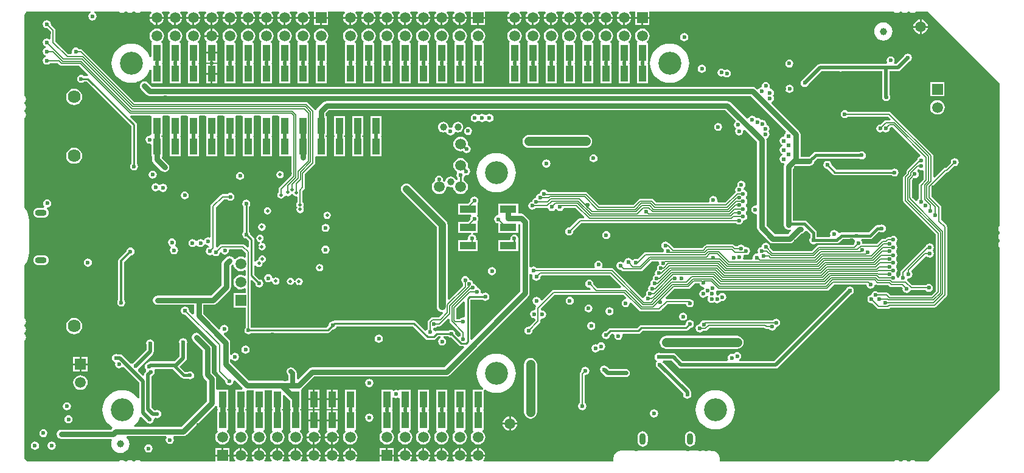
<source format=gbl>
G04*
G04 #@! TF.GenerationSoftware,Altium Limited,Altium Designer,22.6.1 (34)*
G04*
G04 Layer_Physical_Order=4*
G04 Layer_Color=16711680*
%FSLAX24Y24*%
%MOIN*%
G70*
G04*
G04 #@! TF.SameCoordinates,198B4140-4809-47D1-8AA6-A140D55DAB78*
G04*
G04*
G04 #@! TF.FilePolarity,Positive*
G04*
G01*
G75*
%ADD10C,0.0060*%
%ADD11C,0.0100*%
%ADD13C,0.0098*%
%ADD15C,0.0118*%
%ADD17C,0.0200*%
%ADD22C,0.0080*%
%ADD91R,0.0402X0.0862*%
%ADD97C,0.0394*%
%ADD129C,0.0240*%
%ADD147C,0.0197*%
%ADD237C,0.0591*%
%ADD255C,0.0400*%
%ADD256C,0.0300*%
%ADD257C,0.0157*%
%ADD258C,0.0250*%
%ADD259C,0.0150*%
%ADD268R,0.0591X0.0591*%
%ADD269C,0.0701*%
%ADD270R,0.0591X0.0591*%
%ADD271O,0.0630X0.0354*%
%ADD272C,0.0390*%
%ADD273C,0.1260*%
%ADD274O,0.0354X0.0630*%
%ADD275C,0.0236*%
%ADD277C,0.0240*%
%ADD279R,0.0874X0.0402*%
%ADD280C,0.0500*%
G36*
X400Y24847D02*
X3769D01*
X3778Y24822D01*
X3782Y24767D01*
X3723Y24727D01*
X3675Y24655D01*
X3658Y24570D01*
X3675Y24485D01*
X3723Y24413D01*
X3795Y24365D01*
X3880Y24348D01*
X3965Y24365D01*
X4037Y24413D01*
X4085Y24485D01*
X4102Y24570D01*
X4085Y24655D01*
X4037Y24727D01*
X3978Y24767D01*
X3982Y24822D01*
X3991Y24847D01*
X5315D01*
X5328Y24829D01*
X5406Y24776D01*
X5499Y24758D01*
X5592Y24776D01*
X5670Y24829D01*
X5675Y24836D01*
X5756D01*
X5761Y24829D01*
X5839Y24776D01*
X5932Y24758D01*
X6025Y24776D01*
X6103Y24829D01*
X6108Y24836D01*
X6189D01*
X6194Y24829D01*
X6272Y24776D01*
X6365Y24758D01*
X6458Y24776D01*
X6536Y24829D01*
X6549Y24847D01*
X7072D01*
X7091Y24820D01*
X7107Y24767D01*
X7055Y24699D01*
X7015Y24603D01*
X7008Y24550D01*
X7400D01*
X7792D01*
X7785Y24603D01*
X7745Y24699D01*
X7693Y24767D01*
X7709Y24820D01*
X7728Y24847D01*
X8072D01*
X8091Y24820D01*
X8107Y24767D01*
X8055Y24699D01*
X8015Y24603D01*
X8008Y24550D01*
X8400D01*
X8792D01*
X8785Y24603D01*
X8745Y24699D01*
X8693Y24767D01*
X8709Y24820D01*
X8728Y24847D01*
X9072D01*
X9091Y24820D01*
X9107Y24767D01*
X9055Y24699D01*
X9015Y24603D01*
X9008Y24550D01*
X9400D01*
X9792D01*
X9785Y24603D01*
X9745Y24699D01*
X9693Y24767D01*
X9709Y24820D01*
X9728Y24847D01*
X10072D01*
X10091Y24820D01*
X10107Y24767D01*
X10055Y24699D01*
X10015Y24603D01*
X10008Y24550D01*
X10400D01*
X10792D01*
X10785Y24603D01*
X10745Y24699D01*
X10693Y24767D01*
X10709Y24820D01*
X10728Y24847D01*
X11072D01*
X11091Y24820D01*
X11107Y24767D01*
X11055Y24699D01*
X11015Y24603D01*
X11008Y24550D01*
X11400D01*
X11792D01*
X11785Y24603D01*
X11745Y24699D01*
X11693Y24767D01*
X11709Y24820D01*
X11728Y24847D01*
X12072D01*
X12091Y24820D01*
X12107Y24767D01*
X12055Y24699D01*
X12015Y24603D01*
X12008Y24550D01*
X12400D01*
X12792D01*
X12785Y24603D01*
X12745Y24699D01*
X12693Y24767D01*
X12709Y24820D01*
X12728Y24847D01*
X13072D01*
X13091Y24820D01*
X13107Y24767D01*
X13055Y24699D01*
X13015Y24603D01*
X13008Y24550D01*
X13400D01*
X13792D01*
X13785Y24603D01*
X13745Y24699D01*
X13693Y24767D01*
X13709Y24820D01*
X13728Y24847D01*
X14072D01*
X14091Y24820D01*
X14107Y24767D01*
X14055Y24699D01*
X14015Y24603D01*
X14008Y24550D01*
X14400D01*
X14792D01*
X14785Y24603D01*
X14745Y24699D01*
X14693Y24767D01*
X14709Y24820D01*
X14728Y24847D01*
X15072D01*
X15091Y24820D01*
X15107Y24767D01*
X15055Y24699D01*
X15015Y24603D01*
X15008Y24550D01*
X15400D01*
X15792D01*
X15785Y24603D01*
X15745Y24699D01*
X15693Y24767D01*
X15709Y24820D01*
X15728Y24847D01*
X16005D01*
Y24550D01*
X16400D01*
X16795D01*
Y24847D01*
X17672D01*
X17691Y24820D01*
X17707Y24767D01*
X17655Y24699D01*
X17615Y24603D01*
X17608Y24550D01*
X18000D01*
X18392D01*
X18385Y24603D01*
X18345Y24699D01*
X18293Y24767D01*
X18309Y24820D01*
X18328Y24847D01*
X18672D01*
X18691Y24820D01*
X18707Y24767D01*
X18655Y24699D01*
X18615Y24603D01*
X18608Y24550D01*
X19000D01*
X19392D01*
X19385Y24603D01*
X19345Y24699D01*
X19293Y24767D01*
X19309Y24820D01*
X19328Y24847D01*
X19672D01*
X19691Y24820D01*
X19707Y24767D01*
X19655Y24699D01*
X19615Y24603D01*
X19608Y24550D01*
X20000D01*
X20392D01*
X20385Y24603D01*
X20345Y24699D01*
X20293Y24767D01*
X20309Y24820D01*
X20328Y24847D01*
X20672D01*
X20691Y24820D01*
X20707Y24767D01*
X20655Y24699D01*
X20615Y24603D01*
X20608Y24550D01*
X21000D01*
X21392D01*
X21385Y24603D01*
X21345Y24699D01*
X21293Y24767D01*
X21309Y24820D01*
X21328Y24847D01*
X21672D01*
X21691Y24820D01*
X21707Y24767D01*
X21655Y24699D01*
X21615Y24603D01*
X21608Y24550D01*
X22000D01*
X22392D01*
X22385Y24603D01*
X22345Y24699D01*
X22293Y24767D01*
X22309Y24820D01*
X22328Y24847D01*
X22672D01*
X22691Y24820D01*
X22707Y24767D01*
X22655Y24699D01*
X22615Y24603D01*
X22608Y24550D01*
X23000D01*
X23392D01*
X23385Y24603D01*
X23345Y24699D01*
X23293Y24767D01*
X23309Y24820D01*
X23328Y24847D01*
X23672D01*
X23691Y24820D01*
X23707Y24767D01*
X23655Y24699D01*
X23615Y24603D01*
X23608Y24550D01*
X24000D01*
X24392D01*
X24385Y24603D01*
X24345Y24699D01*
X24293Y24767D01*
X24309Y24820D01*
X24328Y24847D01*
X24605D01*
Y24550D01*
X25000D01*
X25395D01*
Y24847D01*
X26672D01*
X26691Y24820D01*
X26707Y24767D01*
X26655Y24699D01*
X26615Y24603D01*
X26608Y24550D01*
X27000D01*
X27392D01*
X27385Y24603D01*
X27345Y24699D01*
X27293Y24767D01*
X27309Y24820D01*
X27328Y24847D01*
X27672D01*
X27691Y24820D01*
X27707Y24767D01*
X27655Y24699D01*
X27615Y24603D01*
X27608Y24550D01*
X28000D01*
X28392D01*
X28385Y24603D01*
X28345Y24699D01*
X28293Y24767D01*
X28309Y24820D01*
X28328Y24847D01*
X28672D01*
X28691Y24820D01*
X28707Y24767D01*
X28655Y24699D01*
X28615Y24603D01*
X28608Y24550D01*
X29000D01*
Y24500D01*
D01*
Y24550D01*
X29392D01*
X29385Y24603D01*
X29345Y24699D01*
X29293Y24767D01*
X29309Y24820D01*
X29328Y24847D01*
X29672D01*
X29691Y24820D01*
X29707Y24767D01*
X29655Y24699D01*
X29615Y24603D01*
X29608Y24550D01*
X30000D01*
X30392D01*
X30385Y24603D01*
X30345Y24699D01*
X30293Y24767D01*
X30309Y24820D01*
X30328Y24847D01*
X30672D01*
X30691Y24820D01*
X30707Y24767D01*
X30655Y24699D01*
X30615Y24603D01*
X30608Y24550D01*
X31000D01*
X31392D01*
X31385Y24603D01*
X31345Y24699D01*
X31293Y24767D01*
X31309Y24820D01*
X31328Y24847D01*
X31672D01*
X31691Y24820D01*
X31707Y24767D01*
X31655Y24699D01*
X31615Y24603D01*
X31608Y24550D01*
X32000D01*
X32392D01*
X32385Y24603D01*
X32345Y24699D01*
X32293Y24767D01*
X32309Y24820D01*
X32328Y24847D01*
X32672D01*
X32691Y24820D01*
X32707Y24767D01*
X32655Y24699D01*
X32615Y24603D01*
X32608Y24550D01*
X33000D01*
X33392D01*
X33385Y24603D01*
X33345Y24699D01*
X33293Y24767D01*
X33309Y24820D01*
X33328Y24847D01*
X33605D01*
Y24550D01*
X34000D01*
X34395D01*
Y24847D01*
X47764D01*
X47776Y24829D01*
X47855Y24776D01*
X47948Y24758D01*
X48041Y24776D01*
X48119Y24829D01*
X48124Y24836D01*
X48205D01*
X48209Y24829D01*
X48288Y24776D01*
X48381Y24758D01*
X48474Y24776D01*
X48552Y24829D01*
X48557Y24836D01*
X48638D01*
X48642Y24829D01*
X48721Y24776D01*
X48814Y24758D01*
X48907Y24776D01*
X48985Y24829D01*
X48998Y24847D01*
X49658D01*
X53597Y20908D01*
Y13117D01*
X53579Y13104D01*
X53526Y13026D01*
X53508Y12933D01*
X53526Y12840D01*
X53579Y12762D01*
X53586Y12757D01*
Y12676D01*
X53579Y12671D01*
X53526Y12593D01*
X53508Y12500D01*
X53526Y12407D01*
X53579Y12329D01*
X53586Y12324D01*
Y12243D01*
X53579Y12238D01*
X53526Y12160D01*
X53508Y12067D01*
X53526Y11974D01*
X53579Y11896D01*
X53597Y11883D01*
Y4092D01*
X49658Y153D01*
X48998D01*
X48985Y171D01*
X48907Y224D01*
X48814Y242D01*
X48721Y224D01*
X48642Y171D01*
X48638Y164D01*
X48557D01*
X48552Y171D01*
X48474Y224D01*
X48381Y242D01*
X48288Y224D01*
X48209Y171D01*
X48205Y164D01*
X48124D01*
X48119Y171D01*
X48041Y224D01*
X47948Y242D01*
X47855Y224D01*
X47776Y171D01*
X47764Y153D01*
X38331D01*
Y153D01*
X38293Y161D01*
X38262Y182D01*
X38241Y213D01*
X38234Y250D01*
X38233D01*
Y350D01*
X38234D01*
X38220Y454D01*
X38180Y552D01*
X38116Y635D01*
X38032Y699D01*
X37935Y740D01*
X37831Y753D01*
Y753D01*
X32822D01*
Y753D01*
X32718Y740D01*
X32621Y699D01*
X32537Y635D01*
X32473Y552D01*
X32433Y454D01*
X32419Y350D01*
X32420D01*
Y250D01*
X32419D01*
X32412Y213D01*
X32391Y182D01*
X32360Y161D01*
X32322Y153D01*
Y153D01*
X25328D01*
X25309Y180D01*
X25293Y233D01*
X25345Y301D01*
X25385Y397D01*
X25392Y450D01*
X24608D01*
X24615Y397D01*
X24655Y301D01*
X24707Y233D01*
X24691Y180D01*
X24672Y153D01*
X24328D01*
X24309Y180D01*
X24293Y233D01*
X24345Y301D01*
X24385Y397D01*
X24392Y450D01*
X23608D01*
X23615Y397D01*
X23655Y301D01*
X23707Y233D01*
X23691Y180D01*
X23672Y153D01*
X23328D01*
X23309Y180D01*
X23293Y233D01*
X23345Y301D01*
X23385Y397D01*
X23392Y450D01*
X22608D01*
X22615Y397D01*
X22655Y301D01*
X22707Y233D01*
X22691Y180D01*
X22672Y153D01*
X22328D01*
X22309Y180D01*
X22293Y233D01*
X22345Y301D01*
X22385Y397D01*
X22392Y450D01*
X21608D01*
X21615Y397D01*
X21655Y301D01*
X21707Y233D01*
X21691Y180D01*
X21672Y153D01*
X21328D01*
X21309Y180D01*
X21293Y233D01*
X21345Y301D01*
X21385Y397D01*
X21392Y450D01*
X20608D01*
X20615Y397D01*
X20655Y301D01*
X20707Y233D01*
X20691Y180D01*
X20672Y153D01*
X20395D01*
Y450D01*
X19605D01*
Y153D01*
X18328D01*
X18309Y180D01*
X18293Y233D01*
X18345Y301D01*
X18385Y397D01*
X18392Y450D01*
X17608D01*
X17615Y397D01*
X17655Y301D01*
X17707Y233D01*
X17691Y180D01*
X17672Y153D01*
X17328D01*
X17309Y180D01*
X17293Y233D01*
X17345Y301D01*
X17385Y397D01*
X17392Y450D01*
X16608D01*
X16615Y397D01*
X16655Y301D01*
X16707Y233D01*
X16691Y180D01*
X16672Y153D01*
X16328D01*
X16309Y180D01*
X16293Y233D01*
X16345Y301D01*
X16385Y397D01*
X16392Y450D01*
X15608D01*
X15615Y397D01*
X15655Y301D01*
X15707Y233D01*
X15691Y180D01*
X15672Y153D01*
X15328D01*
X15309Y180D01*
X15293Y233D01*
X15345Y301D01*
X15385Y397D01*
X15392Y450D01*
X14608D01*
X14615Y397D01*
X14655Y301D01*
X14707Y233D01*
X14691Y180D01*
X14672Y153D01*
X14328D01*
X14309Y180D01*
X14293Y233D01*
X14345Y301D01*
X14385Y397D01*
X14392Y450D01*
X13608D01*
X13615Y397D01*
X13655Y301D01*
X13707Y233D01*
X13691Y180D01*
X13672Y153D01*
X13328D01*
X13309Y180D01*
X13293Y233D01*
X13345Y301D01*
X13385Y397D01*
X13392Y450D01*
X12608D01*
X12615Y397D01*
X12655Y301D01*
X12707Y233D01*
X12691Y180D01*
X12672Y153D01*
X12328D01*
X12309Y180D01*
X12293Y233D01*
X12345Y301D01*
X12385Y397D01*
X12392Y450D01*
X11608D01*
X11615Y397D01*
X11655Y301D01*
X11707Y233D01*
X11691Y180D01*
X11672Y153D01*
X11395D01*
Y450D01*
X10605D01*
Y153D01*
X6549D01*
X6536Y171D01*
X6458Y224D01*
X6365Y242D01*
X6272Y224D01*
X6194Y171D01*
X6189Y164D01*
X6108D01*
X6103Y171D01*
X6025Y224D01*
X5932Y242D01*
X5839Y224D01*
X5761Y171D01*
X5756Y164D01*
X5675D01*
X5670Y171D01*
X5592Y224D01*
X5499Y242D01*
X5406Y224D01*
X5328Y171D01*
X5315Y153D01*
X400D01*
X393Y152D01*
X304Y169D01*
X223Y223D01*
X169Y304D01*
X165Y325D01*
X153Y400D01*
X153Y400D01*
X153Y400D01*
Y6786D01*
X171Y6799D01*
X224Y6878D01*
X242Y6970D01*
X224Y7063D01*
X171Y7142D01*
X164Y7146D01*
Y7227D01*
X171Y7232D01*
X224Y7311D01*
X242Y7403D01*
X224Y7496D01*
X171Y7575D01*
X164Y7579D01*
Y7660D01*
X171Y7665D01*
X224Y7744D01*
X242Y7836D01*
X224Y7929D01*
X171Y8008D01*
X153Y8020D01*
Y10905D01*
X196Y10956D01*
X287Y11103D01*
X352Y11262D01*
X393Y11430D01*
X406Y11601D01*
X406D01*
Y13399D01*
X406D01*
X393Y13570D01*
X352Y13738D01*
X287Y13897D01*
X196Y14044D01*
X153Y14095D01*
Y18986D01*
X171Y18999D01*
X224Y19077D01*
X242Y19170D01*
X224Y19263D01*
X171Y19341D01*
X164Y19346D01*
Y19427D01*
X171Y19432D01*
X224Y19510D01*
X242Y19603D01*
X224Y19696D01*
X171Y19774D01*
X164Y19779D01*
Y19860D01*
X171Y19865D01*
X224Y19943D01*
X242Y20036D01*
X224Y20129D01*
X171Y20207D01*
X153Y20220D01*
Y24600D01*
X152Y24607D01*
X169Y24696D01*
X223Y24777D01*
X304Y24831D01*
X393Y24848D01*
X400Y24847D01*
D02*
G37*
%LPC*%
G36*
X33392Y24450D02*
X33050D01*
Y24108D01*
X33103Y24115D01*
X33199Y24155D01*
X33282Y24218D01*
X33345Y24301D01*
X33385Y24397D01*
X33392Y24450D01*
D02*
G37*
G36*
X32392D02*
X32050D01*
Y24108D01*
X32103Y24115D01*
X32199Y24155D01*
X32282Y24218D01*
X32345Y24301D01*
X32385Y24397D01*
X32392Y24450D01*
D02*
G37*
G36*
X31392D02*
X31050D01*
Y24108D01*
X31103Y24115D01*
X31199Y24155D01*
X31282Y24218D01*
X31345Y24301D01*
X31385Y24397D01*
X31392Y24450D01*
D02*
G37*
G36*
X30392D02*
X30050D01*
Y24108D01*
X30103Y24115D01*
X30199Y24155D01*
X30282Y24218D01*
X30345Y24301D01*
X30385Y24397D01*
X30392Y24450D01*
D02*
G37*
G36*
X29392D02*
X29050D01*
Y24108D01*
X29103Y24115D01*
X29199Y24155D01*
X29282Y24218D01*
X29345Y24301D01*
X29385Y24397D01*
X29392Y24450D01*
D02*
G37*
G36*
X28392D02*
X28050D01*
Y24108D01*
X28103Y24115D01*
X28199Y24155D01*
X28282Y24218D01*
X28345Y24301D01*
X28385Y24397D01*
X28392Y24450D01*
D02*
G37*
G36*
X27392D02*
X27050D01*
Y24108D01*
X27103Y24115D01*
X27199Y24155D01*
X27282Y24218D01*
X27345Y24301D01*
X27385Y24397D01*
X27392Y24450D01*
D02*
G37*
G36*
X24392D02*
X24050D01*
Y24108D01*
X24103Y24115D01*
X24199Y24155D01*
X24282Y24218D01*
X24345Y24301D01*
X24385Y24397D01*
X24392Y24450D01*
D02*
G37*
G36*
X23392D02*
X23050D01*
Y24108D01*
X23103Y24115D01*
X23199Y24155D01*
X23282Y24218D01*
X23345Y24301D01*
X23385Y24397D01*
X23392Y24450D01*
D02*
G37*
G36*
X22392D02*
X22050D01*
Y24108D01*
X22103Y24115D01*
X22199Y24155D01*
X22282Y24218D01*
X22345Y24301D01*
X22385Y24397D01*
X22392Y24450D01*
D02*
G37*
G36*
X21392D02*
X21050D01*
Y24108D01*
X21103Y24115D01*
X21199Y24155D01*
X21282Y24218D01*
X21345Y24301D01*
X21385Y24397D01*
X21392Y24450D01*
D02*
G37*
G36*
X20392D02*
X20050D01*
Y24108D01*
X20103Y24115D01*
X20199Y24155D01*
X20282Y24218D01*
X20345Y24301D01*
X20385Y24397D01*
X20392Y24450D01*
D02*
G37*
G36*
X19392D02*
X19050D01*
Y24108D01*
X19103Y24115D01*
X19199Y24155D01*
X19282Y24218D01*
X19345Y24301D01*
X19385Y24397D01*
X19392Y24450D01*
D02*
G37*
G36*
X18392D02*
X18050D01*
Y24108D01*
X18103Y24115D01*
X18199Y24155D01*
X18282Y24218D01*
X18345Y24301D01*
X18385Y24397D01*
X18392Y24450D01*
D02*
G37*
G36*
X15792D02*
X15450D01*
Y24108D01*
X15503Y24115D01*
X15599Y24155D01*
X15682Y24218D01*
X15745Y24301D01*
X15785Y24397D01*
X15792Y24450D01*
D02*
G37*
G36*
X14792D02*
X14450D01*
Y24108D01*
X14503Y24115D01*
X14599Y24155D01*
X14682Y24218D01*
X14745Y24301D01*
X14785Y24397D01*
X14792Y24450D01*
D02*
G37*
G36*
X13792D02*
X13450D01*
Y24108D01*
X13503Y24115D01*
X13599Y24155D01*
X13682Y24218D01*
X13745Y24301D01*
X13785Y24397D01*
X13792Y24450D01*
D02*
G37*
G36*
X12792D02*
X12450D01*
Y24108D01*
X12503Y24115D01*
X12599Y24155D01*
X12682Y24218D01*
X12745Y24301D01*
X12785Y24397D01*
X12792Y24450D01*
D02*
G37*
G36*
X11792D02*
X11450D01*
Y24108D01*
X11503Y24115D01*
X11599Y24155D01*
X11682Y24218D01*
X11745Y24301D01*
X11785Y24397D01*
X11792Y24450D01*
D02*
G37*
G36*
X10792D02*
X10450D01*
Y24108D01*
X10503Y24115D01*
X10599Y24155D01*
X10682Y24218D01*
X10745Y24301D01*
X10785Y24397D01*
X10792Y24450D01*
D02*
G37*
G36*
X9792D02*
X9450D01*
Y24108D01*
X9503Y24115D01*
X9599Y24155D01*
X9682Y24218D01*
X9745Y24301D01*
X9785Y24397D01*
X9792Y24450D01*
D02*
G37*
G36*
X8792D02*
X8450D01*
Y24108D01*
X8503Y24115D01*
X8599Y24155D01*
X8682Y24218D01*
X8745Y24301D01*
X8785Y24397D01*
X8792Y24450D01*
D02*
G37*
G36*
X7792D02*
X7450D01*
Y24108D01*
X7503Y24115D01*
X7599Y24155D01*
X7682Y24218D01*
X7745Y24301D01*
X7785Y24397D01*
X7792Y24450D01*
D02*
G37*
G36*
X32950D02*
X32608D01*
X32615Y24397D01*
X32655Y24301D01*
X32718Y24218D01*
X32801Y24155D01*
X32897Y24115D01*
X32950Y24108D01*
Y24450D01*
D02*
G37*
G36*
X31950D02*
X31608D01*
X31615Y24397D01*
X31655Y24301D01*
X31718Y24218D01*
X31801Y24155D01*
X31897Y24115D01*
X31950Y24108D01*
Y24450D01*
D02*
G37*
G36*
X30950D02*
X30608D01*
X30615Y24397D01*
X30655Y24301D01*
X30718Y24218D01*
X30801Y24155D01*
X30897Y24115D01*
X30950Y24108D01*
Y24450D01*
D02*
G37*
G36*
X29950D02*
X29608D01*
X29615Y24397D01*
X29655Y24301D01*
X29718Y24218D01*
X29801Y24155D01*
X29897Y24115D01*
X29950Y24108D01*
Y24450D01*
D02*
G37*
G36*
X28950D02*
X28608D01*
X28615Y24397D01*
X28655Y24301D01*
X28718Y24218D01*
X28801Y24155D01*
X28897Y24115D01*
X28950Y24108D01*
Y24450D01*
D02*
G37*
G36*
X27950D02*
X27608D01*
X27615Y24397D01*
X27655Y24301D01*
X27718Y24218D01*
X27801Y24155D01*
X27897Y24115D01*
X27950Y24108D01*
Y24450D01*
D02*
G37*
G36*
X26950D02*
X26608D01*
X26615Y24397D01*
X26655Y24301D01*
X26718Y24218D01*
X26801Y24155D01*
X26897Y24115D01*
X26950Y24108D01*
Y24450D01*
D02*
G37*
G36*
X23950D02*
X23608D01*
X23615Y24397D01*
X23655Y24301D01*
X23718Y24218D01*
X23801Y24155D01*
X23897Y24115D01*
X23950Y24108D01*
Y24450D01*
D02*
G37*
G36*
X22950D02*
X22608D01*
X22615Y24397D01*
X22655Y24301D01*
X22718Y24218D01*
X22801Y24155D01*
X22897Y24115D01*
X22950Y24108D01*
Y24450D01*
D02*
G37*
G36*
X21950D02*
X21608D01*
X21615Y24397D01*
X21655Y24301D01*
X21718Y24218D01*
X21801Y24155D01*
X21897Y24115D01*
X21950Y24108D01*
Y24450D01*
D02*
G37*
G36*
X20950D02*
X20608D01*
X20615Y24397D01*
X20655Y24301D01*
X20718Y24218D01*
X20801Y24155D01*
X20897Y24115D01*
X20950Y24108D01*
Y24450D01*
D02*
G37*
G36*
X19950D02*
X19608D01*
X19615Y24397D01*
X19655Y24301D01*
X19718Y24218D01*
X19801Y24155D01*
X19897Y24115D01*
X19950Y24108D01*
Y24450D01*
D02*
G37*
G36*
X18950D02*
X18608D01*
X18615Y24397D01*
X18655Y24301D01*
X18718Y24218D01*
X18801Y24155D01*
X18897Y24115D01*
X18950Y24108D01*
Y24450D01*
D02*
G37*
G36*
X17950D02*
X17608D01*
X17615Y24397D01*
X17655Y24301D01*
X17718Y24218D01*
X17801Y24155D01*
X17897Y24115D01*
X17950Y24108D01*
Y24450D01*
D02*
G37*
G36*
X15350D02*
X15008D01*
X15015Y24397D01*
X15055Y24301D01*
X15118Y24218D01*
X15201Y24155D01*
X15297Y24115D01*
X15350Y24108D01*
Y24450D01*
D02*
G37*
G36*
X14350D02*
X14008D01*
X14015Y24397D01*
X14055Y24301D01*
X14118Y24218D01*
X14201Y24155D01*
X14297Y24115D01*
X14350Y24108D01*
Y24450D01*
D02*
G37*
G36*
X13350D02*
X13008D01*
X13015Y24397D01*
X13055Y24301D01*
X13118Y24218D01*
X13201Y24155D01*
X13297Y24115D01*
X13350Y24108D01*
Y24450D01*
D02*
G37*
G36*
X12350D02*
X12008D01*
X12015Y24397D01*
X12055Y24301D01*
X12118Y24218D01*
X12201Y24155D01*
X12297Y24115D01*
X12350Y24108D01*
Y24450D01*
D02*
G37*
G36*
X11350D02*
X11008D01*
X11015Y24397D01*
X11055Y24301D01*
X11118Y24218D01*
X11201Y24155D01*
X11297Y24115D01*
X11350Y24108D01*
Y24450D01*
D02*
G37*
G36*
X10350D02*
X10008D01*
X10015Y24397D01*
X10055Y24301D01*
X10118Y24218D01*
X10201Y24155D01*
X10297Y24115D01*
X10350Y24108D01*
Y24450D01*
D02*
G37*
G36*
X9350D02*
X9008D01*
X9015Y24397D01*
X9055Y24301D01*
X9118Y24218D01*
X9201Y24155D01*
X9297Y24115D01*
X9350Y24108D01*
Y24450D01*
D02*
G37*
G36*
X8350D02*
X8008D01*
X8015Y24397D01*
X8055Y24301D01*
X8118Y24218D01*
X8201Y24155D01*
X8297Y24115D01*
X8350Y24108D01*
Y24450D01*
D02*
G37*
G36*
X7350D02*
X7008D01*
X7015Y24397D01*
X7055Y24301D01*
X7118Y24218D01*
X7201Y24155D01*
X7297Y24115D01*
X7350Y24108D01*
Y24450D01*
D02*
G37*
G36*
X34395D02*
X34050D01*
Y24105D01*
X34395D01*
Y24450D01*
D02*
G37*
G36*
X33950D02*
X33605D01*
Y24105D01*
X33950D01*
Y24450D01*
D02*
G37*
G36*
X25395D02*
X25050D01*
Y24105D01*
X25395D01*
Y24450D01*
D02*
G37*
G36*
X24950D02*
X24605D01*
Y24105D01*
X24950D01*
Y24450D01*
D02*
G37*
G36*
X16795D02*
X16450D01*
Y24105D01*
X16795D01*
Y24450D01*
D02*
G37*
G36*
X16350D02*
X16005D01*
Y24105D01*
X16350D01*
Y24450D01*
D02*
G37*
G36*
X49300Y24392D02*
Y24050D01*
X49642D01*
X49635Y24103D01*
X49595Y24199D01*
X49532Y24282D01*
X49449Y24345D01*
X49353Y24385D01*
X49300Y24392D01*
D02*
G37*
G36*
X49200D02*
X49147Y24385D01*
X49051Y24345D01*
X48968Y24282D01*
X48905Y24199D01*
X48865Y24103D01*
X48858Y24050D01*
X49200D01*
Y24392D01*
D02*
G37*
G36*
X49642Y23950D02*
X49300D01*
Y23608D01*
X49353Y23615D01*
X49449Y23655D01*
X49532Y23718D01*
X49595Y23801D01*
X49635Y23897D01*
X49642Y23950D01*
D02*
G37*
G36*
X49200D02*
X48858D01*
X48865Y23897D01*
X48905Y23801D01*
X48968Y23718D01*
X49051Y23655D01*
X49147Y23615D01*
X49200Y23608D01*
Y23950D01*
D02*
G37*
G36*
X10450Y23892D02*
Y23550D01*
X10792D01*
X10785Y23603D01*
X10745Y23699D01*
X10682Y23782D01*
X10599Y23845D01*
X10503Y23885D01*
X10450Y23892D01*
D02*
G37*
G36*
X10350Y23892D02*
X10297Y23885D01*
X10201Y23845D01*
X10118Y23782D01*
X10055Y23699D01*
X10015Y23603D01*
X10008Y23550D01*
X10350D01*
Y23892D01*
D02*
G37*
G36*
X1380Y24362D02*
X1295Y24345D01*
X1223Y24297D01*
X1174Y24225D01*
X1157Y24140D01*
X1174Y24055D01*
X1223Y23983D01*
X1295Y23935D01*
X1380Y23918D01*
X1409Y23923D01*
X1595Y23738D01*
Y23348D01*
X1587Y23341D01*
X1515Y23312D01*
X1465Y23345D01*
X1380Y23362D01*
X1295Y23345D01*
X1223Y23297D01*
X1174Y23225D01*
X1157Y23140D01*
X1174Y23055D01*
X1223Y22983D01*
X1295Y22935D01*
X1314Y22931D01*
Y22849D01*
X1295Y22845D01*
X1223Y22797D01*
X1174Y22725D01*
X1157Y22640D01*
X1174Y22555D01*
X1223Y22483D01*
X1295Y22435D01*
X1314Y22431D01*
Y22349D01*
X1295Y22345D01*
X1223Y22297D01*
X1174Y22225D01*
X1157Y22140D01*
X1174Y22055D01*
X1223Y21983D01*
X1295Y21935D01*
X1380Y21918D01*
X1465Y21935D01*
X1537Y21983D01*
X1554Y22007D01*
X1988D01*
X2093Y21902D01*
X2136Y21874D01*
X2187Y21864D01*
X2187Y21864D01*
X3153D01*
X3636Y21380D01*
X3601Y21303D01*
X3420D01*
X3417Y21307D01*
X3345Y21355D01*
X3260Y21372D01*
X3175Y21355D01*
X3103Y21307D01*
X3055Y21235D01*
X3038Y21150D01*
X3055Y21065D01*
X3103Y20993D01*
X3175Y20945D01*
X3260Y20928D01*
X3345Y20945D01*
X3417Y20993D01*
X3420Y20997D01*
X3566D01*
X6007Y18556D01*
Y16500D01*
X6003Y16497D01*
X5955Y16425D01*
X5938Y16340D01*
X5955Y16255D01*
X6003Y16183D01*
X6075Y16135D01*
X6160Y16118D01*
X6245Y16135D01*
X6317Y16183D01*
X6365Y16255D01*
X6382Y16340D01*
X6365Y16425D01*
X6317Y16497D01*
X6313Y16500D01*
Y18620D01*
X6301Y18678D01*
X6268Y18728D01*
X5949Y19047D01*
X5982Y19127D01*
X7027D01*
X7099Y19108D01*
X7099Y19047D01*
Y18096D01*
X7026Y18029D01*
X7010Y18032D01*
X6925Y18015D01*
X6853Y17967D01*
X6805Y17895D01*
X6788Y17810D01*
X6805Y17725D01*
X6853Y17653D01*
X6925Y17605D01*
X7010Y17588D01*
X7019Y17589D01*
X7099Y17524D01*
Y16892D01*
X7145D01*
Y16730D01*
X7164Y16632D01*
X7220Y16550D01*
X7660Y16110D01*
X7742Y16055D01*
X7840Y16035D01*
X7938Y16055D01*
X8020Y16110D01*
X8075Y16192D01*
X8095Y16290D01*
X8075Y16388D01*
X8020Y16470D01*
X7678Y16812D01*
X7701Y16892D01*
X7701D01*
Y17954D01*
X7655D01*
Y18046D01*
X7701D01*
Y19047D01*
X7701Y19108D01*
X7773Y19127D01*
X8027D01*
X8099Y19108D01*
X8099Y19047D01*
Y18046D01*
X8099D01*
X8112Y18000D01*
X8099Y17954D01*
X8099D01*
Y16892D01*
X8701D01*
Y17954D01*
X8701D01*
X8688Y18000D01*
X8701Y18046D01*
X8701D01*
Y19047D01*
X8701Y19108D01*
X8773Y19127D01*
X9027D01*
X9099Y19108D01*
X9099Y19047D01*
Y18046D01*
X9099D01*
X9112Y18000D01*
X9099Y17954D01*
X9099D01*
Y16892D01*
X9701D01*
Y17954D01*
X9701D01*
X9688Y18000D01*
X9701Y18046D01*
X9701D01*
Y19047D01*
X9701Y19108D01*
X9773Y19127D01*
X10027D01*
X10099Y19108D01*
X10099Y19047D01*
Y18046D01*
X10099D01*
X10112Y18000D01*
X10099Y17954D01*
X10099D01*
Y16892D01*
X10701D01*
Y17954D01*
X10701D01*
X10688Y18000D01*
X10701Y18046D01*
X10701D01*
Y19047D01*
X10701Y19108D01*
X10773Y19127D01*
X11027D01*
X11099Y19108D01*
X11099Y19047D01*
Y18046D01*
X11099D01*
X11112Y18000D01*
X11099Y17954D01*
X11099D01*
Y16892D01*
X11701D01*
Y17954D01*
X11701D01*
X11688Y18000D01*
X11701Y18046D01*
X11701D01*
Y19047D01*
X11701Y19108D01*
X11773Y19127D01*
X12027D01*
X12099Y19108D01*
X12099Y19047D01*
Y18046D01*
X12099D01*
X12112Y18000D01*
X12099Y17954D01*
X12099D01*
Y16892D01*
X12701D01*
Y17954D01*
X12701D01*
X12688Y18000D01*
X12701Y18046D01*
X12701D01*
Y19047D01*
X12701Y19108D01*
X12773Y19127D01*
X13027D01*
X13099Y19108D01*
X13099Y19047D01*
Y18046D01*
X13099D01*
X13112Y18000D01*
X13099Y17954D01*
X13099D01*
Y16892D01*
X13701D01*
Y17954D01*
X13701D01*
X13688Y18000D01*
X13701Y18046D01*
X13701D01*
Y19047D01*
X13701Y19108D01*
X13773Y19127D01*
X14027D01*
X14099Y19108D01*
X14099Y19047D01*
Y18046D01*
X14099D01*
X14112Y18000D01*
X14099Y17954D01*
X14099D01*
Y16892D01*
X14698D01*
X14701Y16892D01*
X14778Y16886D01*
Y15852D01*
X14117Y15190D01*
X14088Y15147D01*
X14078Y15096D01*
Y14925D01*
X14067Y14918D01*
X14023Y14853D01*
X14008Y14775D01*
X14023Y14698D01*
X14067Y14632D01*
X14133Y14588D01*
X14210Y14573D01*
X14288Y14588D01*
X14353Y14632D01*
X14397Y14698D01*
X14401Y14717D01*
X14489Y14750D01*
X14516Y14732D01*
X14593Y14717D01*
X14671Y14732D01*
X14736Y14776D01*
X14771Y14828D01*
X14825Y14832D01*
X14857Y14824D01*
X14895Y14768D01*
X14961Y14724D01*
X15038Y14709D01*
X15052Y14711D01*
X15114Y14660D01*
Y14392D01*
X15103Y14385D01*
X15059Y14320D01*
X15044Y14242D01*
X15059Y14165D01*
X15100Y14103D01*
X15074Y14064D01*
X15059Y13987D01*
X15074Y13909D01*
X15118Y13844D01*
X15184Y13800D01*
X15261Y13784D01*
X15339Y13800D01*
X15404Y13844D01*
X15448Y13909D01*
X15464Y13987D01*
X15448Y14064D01*
X15407Y14126D01*
X15433Y14165D01*
X15448Y14242D01*
X15433Y14320D01*
X15389Y14385D01*
X15379Y14392D01*
Y14993D01*
X15481Y15096D01*
X15510Y15139D01*
X15520Y15189D01*
Y15929D01*
X16042Y16451D01*
X16071Y16494D01*
X16081Y16545D01*
Y16820D01*
X16099Y16892D01*
X16161Y16892D01*
X16701D01*
Y17954D01*
X16655D01*
Y18046D01*
X16701D01*
Y19108D01*
X16655D01*
Y19274D01*
X16806Y19425D01*
X38550D01*
X39111Y18864D01*
X39103Y18784D01*
X39093Y18777D01*
X39045Y18705D01*
X39028Y18620D01*
X39045Y18535D01*
X39093Y18463D01*
X39151Y18424D01*
X39105Y18355D01*
X39088Y18270D01*
X39105Y18185D01*
X39153Y18113D01*
X39225Y18065D01*
X39310Y18048D01*
X39395Y18065D01*
X39467Y18113D01*
X39515Y18185D01*
X39532Y18270D01*
X39597Y18356D01*
X39617Y18358D01*
X40295Y17680D01*
Y14251D01*
X40215Y14187D01*
X40190Y14192D01*
X40105Y14175D01*
X40033Y14127D01*
X39985Y14055D01*
X39968Y13970D01*
X39985Y13885D01*
X40033Y13813D01*
X40105Y13765D01*
X40190Y13748D01*
X40215Y13753D01*
X40295Y13689D01*
Y12985D01*
X40314Y12887D01*
X40370Y12804D01*
X40973Y12201D01*
X41056Y12145D01*
X41154Y12126D01*
X42072D01*
X42169Y12145D01*
X42252Y12201D01*
X42711Y12659D01*
X42788Y12674D01*
X42870Y12730D01*
X42918Y12801D01*
X43003Y12829D01*
X43199Y12633D01*
Y12421D01*
X43176Y12386D01*
X43159Y12301D01*
X43176Y12216D01*
X43224Y12144D01*
X43296Y12095D01*
X43381Y12079D01*
X43466Y12095D01*
X43501Y12119D01*
X44656D01*
X44656Y12119D01*
X44726Y12133D01*
X44785Y12172D01*
X44979Y12366D01*
X45591D01*
X45593Y12363D01*
X45628Y12339D01*
X45663Y12306D01*
X45649Y12236D01*
X45635Y12215D01*
X45618Y12130D01*
X45625Y12092D01*
X45571Y12038D01*
X43671D01*
X43621Y12028D01*
X43578Y11999D01*
X43284Y11706D01*
X41182D01*
X40987Y11901D01*
X40992Y11930D01*
X40975Y12015D01*
X40927Y12087D01*
X40855Y12135D01*
X40770Y12152D01*
X40685Y12135D01*
X40613Y12087D01*
X40565Y12015D01*
X40548Y11932D01*
X40465Y11915D01*
X40393Y11867D01*
X40345Y11795D01*
X40328Y11710D01*
X40342Y11640D01*
X40310Y11593D01*
X40285Y11570D01*
X40272Y11572D01*
X40186Y11555D01*
X40114Y11507D01*
X40066Y11435D01*
X40049Y11350D01*
X40057Y11310D01*
X40001Y11230D01*
X39584D01*
X39532Y11310D01*
X39542Y11360D01*
X39533Y11407D01*
X39586Y11487D01*
X39600D01*
X39645Y11496D01*
X39690Y11488D01*
X39775Y11505D01*
X39847Y11553D01*
X39895Y11625D01*
X39912Y11710D01*
X39895Y11795D01*
X39847Y11867D01*
X39775Y11915D01*
X39690Y11932D01*
X39614Y11917D01*
X39567Y11987D01*
X39495Y12035D01*
X39410Y12052D01*
X39325Y12035D01*
X39253Y11987D01*
X39236Y11963D01*
X39101D01*
X39050Y12014D01*
X39007Y12042D01*
X38956Y12053D01*
X37531D01*
X37480Y12042D01*
X37437Y12014D01*
X37296Y11873D01*
X35735D01*
X35504Y12104D01*
X35461Y12132D01*
X35449Y12135D01*
X35427Y12167D01*
X35355Y12215D01*
X35270Y12232D01*
X35185Y12215D01*
X35113Y12167D01*
X35065Y12095D01*
X35048Y12010D01*
X35065Y11925D01*
X35113Y11853D01*
X35185Y11805D01*
X35180Y11724D01*
X35178Y11710D01*
X35181Y11694D01*
X35130Y11633D01*
X34190D01*
X34139Y11622D01*
X34096Y11594D01*
X33755Y11252D01*
X33735Y11265D01*
X33650Y11282D01*
X33565Y11265D01*
X33493Y11217D01*
X33410Y11237D01*
X33397Y11257D01*
X33325Y11305D01*
X33240Y11322D01*
X33154Y11305D01*
X33082Y11257D01*
X33034Y11185D01*
X33020Y11112D01*
X32976Y11086D01*
X32941Y11075D01*
X32895Y11105D01*
X32810Y11122D01*
X32725Y11105D01*
X32653Y11057D01*
X32604Y10985D01*
X32587Y10900D01*
X32604Y10815D01*
X32653Y10743D01*
X32725Y10694D01*
X32810Y10677D01*
X32839Y10683D01*
X32886Y10636D01*
X32929Y10608D01*
X32980Y10597D01*
X33930D01*
X33981Y10608D01*
X34024Y10636D01*
X34515Y11127D01*
X34880D01*
X34931Y11066D01*
X34928Y11050D01*
X34943Y10974D01*
X34873Y10927D01*
X34825Y10855D01*
X34808Y10770D01*
X34823Y10694D01*
X34753Y10647D01*
X34705Y10575D01*
X34688Y10490D01*
X34703Y10414D01*
X34633Y10367D01*
X34585Y10295D01*
X34568Y10210D01*
X34583Y10134D01*
X34513Y10087D01*
X34465Y10015D01*
X34448Y9930D01*
X34463Y9854D01*
X34393Y9807D01*
X34345Y9735D01*
X34328Y9650D01*
X34343Y9574D01*
X34273Y9527D01*
X34225Y9455D01*
X34208Y9370D01*
X34223Y9294D01*
X34153Y9247D01*
X34105Y9175D01*
X34102Y9162D01*
X34015Y9135D01*
X32427Y10724D01*
X32384Y10752D01*
X32333Y10763D01*
X31827D01*
X31784Y10843D01*
X31805Y10875D01*
X31822Y10960D01*
X31805Y11045D01*
X31757Y11117D01*
X31685Y11165D01*
X31600Y11182D01*
X31515Y11165D01*
X31443Y11117D01*
X31395Y11045D01*
X31378Y10960D01*
X31395Y10875D01*
X31416Y10843D01*
X31373Y10763D01*
X28214D01*
X28197Y10787D01*
X28125Y10835D01*
X28040Y10852D01*
X27955Y10835D01*
X27905Y10802D01*
X27833Y10831D01*
X27825Y10837D01*
Y13300D01*
X27806Y13398D01*
X27750Y13480D01*
X27548Y13682D01*
X27465Y13738D01*
X27368Y13757D01*
X27199D01*
Y14301D01*
X26125D01*
Y13751D01*
X26114Y13693D01*
X26060Y13663D01*
X26025Y13655D01*
X25953Y13607D01*
X25905Y13535D01*
X25888Y13450D01*
X25905Y13365D01*
X25953Y13293D01*
X26025Y13245D01*
X26110Y13228D01*
X26125Y13215D01*
Y12699D01*
X27199D01*
Y13155D01*
X27279Y13193D01*
X27315Y13164D01*
Y9490D01*
X27313Y9487D01*
X24667Y6841D01*
X24593Y6871D01*
Y9027D01*
X24613Y9047D01*
X25240D01*
X25243Y9043D01*
X25315Y8995D01*
X25400Y8978D01*
X25485Y8995D01*
X25557Y9043D01*
X25605Y9115D01*
X25622Y9200D01*
X25605Y9285D01*
X25557Y9357D01*
X25485Y9405D01*
X25400Y9422D01*
X25315Y9405D01*
X25243Y9357D01*
X25175Y9401D01*
X25154Y9433D01*
X25163Y9479D01*
X25146Y9564D01*
X25098Y9637D01*
X25026Y9685D01*
X24949Y9700D01*
X24934Y9777D01*
X24886Y9849D01*
X24814Y9897D01*
X24737Y9912D01*
X24722Y9989D01*
X24674Y10061D01*
X24601Y10109D01*
X24525Y10124D01*
X24510Y10201D01*
X24461Y10273D01*
X24389Y10321D01*
X24304Y10338D01*
X24219Y10321D01*
X24147Y10273D01*
X24099Y10201D01*
X24082Y10116D01*
X24099Y10031D01*
X24147Y9959D01*
X24174Y9941D01*
Y9791D01*
X23417Y9034D01*
X23343Y9064D01*
Y13151D01*
X23343Y13151D01*
X23332Y13229D01*
X23302Y13302D01*
X23254Y13365D01*
X21297Y15322D01*
X21234Y15370D01*
X21161Y15401D01*
X21083Y15411D01*
X21004Y15401D01*
X20931Y15370D01*
X20869Y15322D01*
X20821Y15260D01*
X20790Y15187D01*
X20780Y15108D01*
X20790Y15030D01*
X20821Y14957D01*
X20869Y14894D01*
X22737Y13026D01*
Y8663D01*
X22748Y8584D01*
X22778Y8511D01*
X22826Y8449D01*
X22827Y8447D01*
X22890Y8399D01*
X22963Y8369D01*
X23041Y8359D01*
X23061Y8361D01*
X23098Y8286D01*
X22891Y8079D01*
X22516D01*
X22466Y8069D01*
X22423Y8040D01*
X22286Y7903D01*
X22258Y7860D01*
X22247Y7810D01*
Y7434D01*
X22223Y7417D01*
X22191Y7370D01*
X22100Y7349D01*
X21604Y7844D01*
X21555Y7878D01*
X21496Y7889D01*
X17156D01*
X17097Y7878D01*
X17061Y7853D01*
X17052Y7855D01*
X16967Y7838D01*
X16895Y7790D01*
X16847Y7718D01*
X16830Y7633D01*
X16831Y7628D01*
X16716Y7513D01*
X12590D01*
X12587Y7517D01*
X12544Y7546D01*
Y10086D01*
X12618Y10117D01*
X12800Y9935D01*
X12799Y9928D01*
X12816Y9843D01*
X12864Y9771D01*
X12937Y9723D01*
X13022Y9706D01*
X13107Y9723D01*
X13179Y9771D01*
X13227Y9843D01*
X13244Y9928D01*
X13227Y10014D01*
X13179Y10086D01*
X13107Y10134D01*
X13022Y10151D01*
X13016Y10150D01*
X12751Y10415D01*
Y10899D01*
X12831Y10923D01*
X12859Y10881D01*
X12925Y10837D01*
X13002Y10821D01*
X13079Y10837D01*
X13145Y10881D01*
X13189Y10946D01*
X13204Y11024D01*
X13195Y11070D01*
X13262Y11083D01*
X13328Y11127D01*
X13371Y11193D01*
X13387Y11270D01*
X13371Y11348D01*
X13328Y11413D01*
X13262Y11457D01*
X13185Y11473D01*
X13107Y11457D01*
X13041Y11413D01*
X12998Y11348D01*
X12982Y11270D01*
X12991Y11224D01*
X12925Y11211D01*
X12859Y11167D01*
X12831Y11124D01*
X12751Y11149D01*
Y12325D01*
X12751Y12325D01*
X12739Y12383D01*
X12706Y12433D01*
X12529Y12609D01*
X12531Y12615D01*
X12514Y12700D01*
X12465Y12773D01*
X12460Y12776D01*
Y14136D01*
X12465Y14139D01*
X12514Y14212D01*
X12531Y14297D01*
X12514Y14382D01*
X12465Y14454D01*
X12393Y14502D01*
X12308Y14519D01*
X12223Y14502D01*
X12151Y14454D01*
X12103Y14382D01*
X12086Y14297D01*
X12103Y14212D01*
X12151Y14139D01*
X12156Y14136D01*
Y12776D01*
X12151Y12773D01*
X12103Y12700D01*
X12086Y12615D01*
X12103Y12530D01*
X12151Y12458D01*
X12223Y12410D01*
X12308Y12393D01*
X12314Y12394D01*
X12446Y12262D01*
Y11920D01*
X12372Y11890D01*
X12222Y12041D01*
X12179Y12069D01*
X12128Y12080D01*
X10947D01*
X10896Y12069D01*
X10853Y12041D01*
X10715Y11902D01*
X10638Y11934D01*
X10635Y11951D01*
Y14093D01*
X11079Y14537D01*
X11273D01*
X11283Y14523D01*
X11355Y14475D01*
X11440Y14458D01*
X11525Y14475D01*
X11597Y14523D01*
X11645Y14595D01*
X11662Y14680D01*
X11645Y14765D01*
X11597Y14837D01*
X11525Y14885D01*
X11440Y14902D01*
X11355Y14885D01*
X11283Y14837D01*
X11273Y14823D01*
X11020D01*
X11020Y14823D01*
X10965Y14812D01*
X10919Y14781D01*
X10919Y14781D01*
X10391Y14253D01*
X10360Y14207D01*
X10349Y14152D01*
X10349Y14152D01*
Y12495D01*
X10269Y12443D01*
X10220Y12452D01*
X10135Y12435D01*
X10063Y12387D01*
X10028Y12335D01*
X9990Y12315D01*
X9933Y12314D01*
X9885Y12345D01*
X9800Y12362D01*
X9715Y12345D01*
X9643Y12297D01*
X9628Y12275D01*
X9532D01*
X9517Y12297D01*
X9445Y12345D01*
X9360Y12362D01*
X9275Y12345D01*
X9203Y12297D01*
X9155Y12225D01*
X9138Y12140D01*
X9155Y12055D01*
X9203Y11983D01*
X9275Y11935D01*
X9360Y11918D01*
X9445Y11935D01*
X9517Y11983D01*
X9532Y12005D01*
X9628D01*
X9643Y11983D01*
X9715Y11935D01*
X9800Y11918D01*
X9885Y11935D01*
X9957Y11983D01*
X9992Y12035D01*
X10030Y12055D01*
X10087Y12056D01*
X10135Y12025D01*
X10220Y12008D01*
X10225Y12009D01*
X10293Y11944D01*
X10285Y11911D01*
X10230Y11900D01*
X10158Y11852D01*
X10110Y11780D01*
X10093Y11695D01*
X10110Y11610D01*
X10158Y11538D01*
X10230Y11490D01*
X10315Y11473D01*
X10400Y11490D01*
X10466Y11533D01*
X10493Y11493D01*
X10565Y11445D01*
X10650Y11428D01*
X10735Y11445D01*
X10807Y11493D01*
X10855Y11565D01*
X10866Y11618D01*
X10950Y11629D01*
X10983Y11580D01*
X11055Y11532D01*
X11140Y11515D01*
X11225Y11532D01*
X11297Y11580D01*
X11345Y11652D01*
X11362Y11737D01*
X11359Y11753D01*
X11410Y11814D01*
X12073D01*
X12279Y11608D01*
Y11375D01*
X12207Y11339D01*
X12199Y11345D01*
X12103Y11385D01*
X12000Y11399D01*
X11897Y11385D01*
X11801Y11345D01*
X11718Y11282D01*
X11709Y11270D01*
X11664Y11274D01*
X11620Y11286D01*
X11570Y11360D01*
X11488Y11415D01*
X11390Y11435D01*
X11292Y11415D01*
X11210Y11360D01*
X11040Y11190D01*
X10984Y11108D01*
X10965Y11010D01*
Y9846D01*
X10384Y9265D01*
X7450D01*
X7352Y9245D01*
X7270Y9190D01*
X7215Y9108D01*
X7195Y9010D01*
X7215Y8912D01*
X7270Y8830D01*
X7352Y8775D01*
X7450Y8755D01*
X9445D01*
Y8261D01*
X9365Y8228D01*
X9177Y8416D01*
X9181Y8435D01*
X9164Y8521D01*
X9115Y8594D01*
X9043Y8642D01*
X8957Y8659D01*
X8871Y8642D01*
X8798Y8594D01*
X8749Y8521D01*
X8732Y8435D01*
X8749Y8349D01*
X8798Y8276D01*
X8871Y8228D01*
X8957Y8211D01*
X8975Y8214D01*
X10694Y6496D01*
Y5108D01*
X10694Y5108D01*
X10705Y5054D01*
X10736Y5007D01*
X11169Y4574D01*
X11165Y4557D01*
X11182Y4472D01*
X11231Y4400D01*
X11303Y4352D01*
X11388Y4335D01*
X11473Y4352D01*
X11545Y4400D01*
X11593Y4472D01*
X11610Y4557D01*
X11605Y4585D01*
X11678Y4625D01*
X12115Y4188D01*
X12082Y4108D01*
X11699D01*
Y3046D01*
X11745D01*
Y2954D01*
X11699D01*
Y1892D01*
X11730D01*
X11757Y1812D01*
X11718Y1782D01*
X11655Y1699D01*
X11615Y1603D01*
X11601Y1500D01*
X11615Y1397D01*
X11655Y1301D01*
X11718Y1218D01*
X11801Y1155D01*
X11897Y1115D01*
X12000Y1101D01*
X12103Y1115D01*
X12199Y1155D01*
X12282Y1218D01*
X12345Y1301D01*
X12385Y1397D01*
X12399Y1500D01*
X12385Y1603D01*
X12345Y1699D01*
X12282Y1782D01*
X12243Y1812D01*
X12270Y1892D01*
X12301D01*
Y2954D01*
X12255D01*
Y3046D01*
X12301D01*
Y4048D01*
X12333Y4075D01*
X12699D01*
Y3046D01*
X12699D01*
X12712Y3000D01*
X12699Y2954D01*
X12699D01*
Y1892D01*
X12730D01*
X12757Y1812D01*
X12718Y1782D01*
X12655Y1699D01*
X12615Y1603D01*
X12601Y1500D01*
X12615Y1397D01*
X12655Y1301D01*
X12718Y1218D01*
X12801Y1155D01*
X12897Y1115D01*
X13000Y1101D01*
X13103Y1115D01*
X13199Y1155D01*
X13282Y1218D01*
X13345Y1301D01*
X13385Y1397D01*
X13399Y1500D01*
X13385Y1603D01*
X13345Y1699D01*
X13282Y1782D01*
X13243Y1812D01*
X13270Y1892D01*
X13301D01*
Y2954D01*
X13301D01*
X13288Y3000D01*
X13301Y3046D01*
X13301D01*
Y4075D01*
X13699D01*
Y3046D01*
X13745D01*
Y2954D01*
X13699D01*
Y1892D01*
X13730D01*
X13757Y1812D01*
X13718Y1782D01*
X13655Y1699D01*
X13615Y1603D01*
X13601Y1500D01*
X13615Y1397D01*
X13655Y1301D01*
X13718Y1218D01*
X13801Y1155D01*
X13897Y1115D01*
X14000Y1101D01*
X14103Y1115D01*
X14199Y1155D01*
X14282Y1218D01*
X14345Y1301D01*
X14385Y1397D01*
X14399Y1500D01*
X14385Y1603D01*
X14345Y1699D01*
X14282Y1782D01*
X14243Y1812D01*
X14270Y1892D01*
X14301D01*
Y2954D01*
X14255D01*
Y3046D01*
X14301D01*
Y3811D01*
X14375Y3842D01*
X14699Y3517D01*
Y3046D01*
X14745D01*
Y2954D01*
X14699D01*
Y1892D01*
X14730D01*
X14757Y1812D01*
X14718Y1782D01*
X14655Y1699D01*
X14615Y1603D01*
X14601Y1500D01*
X14615Y1397D01*
X14655Y1301D01*
X14718Y1218D01*
X14801Y1155D01*
X14897Y1115D01*
X15000Y1101D01*
X15103Y1115D01*
X15199Y1155D01*
X15282Y1218D01*
X15345Y1301D01*
X15385Y1397D01*
X15399Y1500D01*
X15385Y1603D01*
X15345Y1699D01*
X15282Y1782D01*
X15243Y1812D01*
X15270Y1892D01*
X15301D01*
Y2954D01*
X15255D01*
Y3046D01*
X15301D01*
Y4108D01*
X15344Y4146D01*
X15347Y4148D01*
X15350Y4150D01*
X16026Y4825D01*
X23267D01*
X23364Y4845D01*
X23447Y4900D01*
X27700Y9153D01*
X27727Y9193D01*
X27750Y9216D01*
X27806Y9299D01*
X27825Y9397D01*
Y10423D01*
X27833Y10429D01*
X27905Y10458D01*
X27934Y10438D01*
X27995Y10385D01*
X27978Y10300D01*
X27995Y10215D01*
X28043Y10143D01*
X28115Y10095D01*
X28200Y10078D01*
X28285Y10095D01*
X28357Y10143D01*
X28405Y10215D01*
X28422Y10300D01*
X28419Y10316D01*
X28473Y10377D01*
X32228D01*
X32849Y9756D01*
X32819Y9683D01*
X31525D01*
X31317Y9891D01*
X31322Y9920D01*
X31305Y10005D01*
X31257Y10077D01*
X31185Y10125D01*
X31100Y10142D01*
X31015Y10125D01*
X30943Y10077D01*
X30895Y10005D01*
X30878Y9920D01*
X30895Y9835D01*
X30943Y9763D01*
X31015Y9715D01*
X31100Y9698D01*
X31129Y9703D01*
X31196Y9636D01*
X31165Y9563D01*
X29133D01*
X29082Y9552D01*
X29039Y9524D01*
X28509Y8994D01*
X28422Y9020D01*
X28415Y9055D01*
X28367Y9127D01*
X28295Y9175D01*
X28210Y9192D01*
X28125Y9175D01*
X28053Y9127D01*
X28005Y9055D01*
X27988Y8970D01*
X28005Y8885D01*
X28053Y8813D01*
X28125Y8765D01*
X28160Y8758D01*
X28189Y8674D01*
X28161Y8631D01*
X28151Y8580D01*
Y8513D01*
X28089Y8462D01*
X28073Y8466D01*
X27988Y8449D01*
X27916Y8400D01*
X27868Y8328D01*
X27851Y8243D01*
X27868Y8158D01*
X27916Y8086D01*
X27988Y8038D01*
X28073Y8021D01*
X28074Y8021D01*
X28139Y7969D01*
X28141Y7899D01*
X27799Y7557D01*
X27770Y7562D01*
X27685Y7545D01*
X27613Y7497D01*
X27565Y7425D01*
X27548Y7340D01*
X27565Y7255D01*
X27613Y7183D01*
X27685Y7135D01*
X27770Y7118D01*
X27855Y7135D01*
X27927Y7183D01*
X27975Y7255D01*
X27992Y7340D01*
X27987Y7369D01*
X28377Y7759D01*
X28406Y7802D01*
X28416Y7853D01*
Y7950D01*
X28496Y8011D01*
X28527Y8005D01*
X28612Y8022D01*
X28684Y8070D01*
X28732Y8142D01*
X28749Y8227D01*
X28732Y8312D01*
X28684Y8384D01*
X28612Y8432D01*
X28527Y8449D01*
X28463Y8510D01*
X28459Y8569D01*
X29188Y9297D01*
X32972D01*
X33121Y9148D01*
X33098Y9092D01*
X33085Y9071D01*
X33005Y9055D01*
X32933Y9007D01*
X32885Y8935D01*
X32868Y8850D01*
X32885Y8765D01*
X32933Y8693D01*
X33005Y8645D01*
X33090Y8628D01*
X33175Y8645D01*
X33247Y8693D01*
X33295Y8765D01*
X33311Y8845D01*
X33332Y8858D01*
X33388Y8881D01*
X33843Y8426D01*
X33886Y8398D01*
X33937Y8387D01*
X34907D01*
X34958Y8398D01*
X35001Y8426D01*
X35392Y8817D01*
X36392D01*
X36405Y8755D01*
X36453Y8683D01*
X36525Y8635D01*
X36610Y8618D01*
X36695Y8635D01*
X36767Y8683D01*
X36815Y8755D01*
X36832Y8840D01*
X36815Y8925D01*
X36767Y8997D01*
X36695Y9045D01*
X36661Y9052D01*
X36631Y9072D01*
X36580Y9083D01*
X35337D01*
X35331Y9081D01*
X35291Y9155D01*
X35762Y9626D01*
X36525D01*
X36576Y9636D01*
X36619Y9665D01*
X36881Y9927D01*
X37136D01*
X37145Y9885D01*
X37193Y9813D01*
X37265Y9765D01*
X37350Y9748D01*
X37354Y9748D01*
X37402Y9676D01*
X37375Y9635D01*
X37363Y9578D01*
X37340Y9582D01*
X37255Y9565D01*
X37183Y9517D01*
X37135Y9445D01*
X37118Y9360D01*
X37135Y9275D01*
X37183Y9203D01*
X37255Y9155D01*
X37340Y9138D01*
X37425Y9155D01*
X37497Y9203D01*
X37519Y9236D01*
X37610Y9228D01*
X37621Y9204D01*
X37595Y9165D01*
X37578Y9080D01*
X37595Y8995D01*
X37643Y8923D01*
X37715Y8875D01*
X37800Y8858D01*
X37885Y8875D01*
X37938Y8910D01*
X37943Y8903D01*
X38015Y8855D01*
X38100Y8838D01*
X38185Y8855D01*
X38257Y8903D01*
X38304Y8973D01*
X38380Y8958D01*
X38465Y8975D01*
X38537Y9023D01*
X38585Y9095D01*
X38602Y9180D01*
X38585Y9265D01*
X38537Y9337D01*
X38465Y9385D01*
X38380Y9402D01*
X38295Y9385D01*
X38223Y9337D01*
X38176Y9267D01*
X38111Y9280D01*
X38094Y9290D01*
X38044Y9353D01*
X38049Y9380D01*
X38036Y9448D01*
X38060Y9502D01*
X38083Y9534D01*
X38124Y9538D01*
X38124Y9538D01*
X38175Y9528D01*
X44121D01*
X44171Y9538D01*
X44214Y9567D01*
X44515Y9867D01*
X46280D01*
X46288Y9857D01*
X46305Y9772D01*
X46354Y9700D01*
X46426Y9652D01*
X46511Y9635D01*
X46596Y9652D01*
X46668Y9700D01*
X46716Y9772D01*
X46728Y9832D01*
X46742Y9845D01*
X46788Y9867D01*
X46811Y9871D01*
X46830Y9858D01*
X46880Y9848D01*
X47479D01*
X47550Y9777D01*
X47593Y9749D01*
X47644Y9739D01*
X48197D01*
X48270Y9665D01*
X48264Y9636D01*
X48281Y9551D01*
X48329Y9479D01*
X48402Y9431D01*
X48487Y9414D01*
X48572Y9431D01*
X48644Y9479D01*
X48692Y9551D01*
X48703Y9559D01*
X48734Y9552D01*
X49531D01*
X49547Y9528D01*
X49620Y9480D01*
X49705Y9463D01*
X49790Y9480D01*
X49862Y9528D01*
X49910Y9600D01*
X49927Y9685D01*
X49910Y9770D01*
X49862Y9842D01*
X49790Y9890D01*
X49705Y9907D01*
X49620Y9890D01*
X49547Y9842D01*
X49531Y9818D01*
X48788D01*
X48527Y10079D01*
X48523Y10090D01*
X48527Y10153D01*
X48583Y10208D01*
X48668Y10225D01*
X48740Y10273D01*
X48788Y10345D01*
X48805Y10430D01*
X48788Y10515D01*
X48740Y10587D01*
X48767Y10665D01*
X49510Y11408D01*
X49597Y11408D01*
X49669Y11360D01*
X49754Y11343D01*
X49839Y11360D01*
X49911Y11408D01*
X49959Y11480D01*
X49976Y11565D01*
X49959Y11650D01*
X49942Y11676D01*
X49917Y11737D01*
X49942Y11798D01*
X49959Y11824D01*
X49976Y11909D01*
X49959Y11995D01*
X49911Y12067D01*
X49839Y12115D01*
X49754Y12132D01*
X49669Y12115D01*
X49597Y12067D01*
X49548Y11995D01*
X49547Y11989D01*
X48184Y10625D01*
X48155Y10582D01*
X48145Y10532D01*
Y10394D01*
X48120Y10377D01*
X48072Y10305D01*
X48060Y10242D01*
X47978D01*
X47965Y10305D01*
X47917Y10377D01*
X47910Y10382D01*
Y10478D01*
X47917Y10483D01*
X47965Y10555D01*
X47982Y10640D01*
X47965Y10725D01*
X47917Y10797D01*
X47910Y10802D01*
Y10898D01*
X47917Y10903D01*
X47965Y10975D01*
X47982Y11060D01*
X47965Y11145D01*
X47917Y11217D01*
X47910Y11222D01*
Y11318D01*
X47917Y11323D01*
X47965Y11395D01*
X47982Y11480D01*
X47965Y11565D01*
X47917Y11637D01*
X47910Y11642D01*
Y11738D01*
X47917Y11743D01*
X47965Y11815D01*
X47982Y11900D01*
X47965Y11985D01*
X47917Y12057D01*
X47910Y12062D01*
Y12158D01*
X47917Y12163D01*
X47965Y12235D01*
X47982Y12320D01*
X47965Y12405D01*
X47917Y12477D01*
X47845Y12525D01*
X47760Y12542D01*
X47675Y12525D01*
X47603Y12477D01*
X47586Y12453D01*
X47453D01*
X47402Y12442D01*
X47359Y12414D01*
X47307Y12362D01*
X47172D01*
X47172Y12362D01*
X47121Y12352D01*
X47078Y12323D01*
X46857Y12102D01*
X46086D01*
X46062Y12130D01*
X46045Y12215D01*
X45998Y12286D01*
X46000Y12296D01*
X46024Y12366D01*
X46478D01*
X46478Y12366D01*
X46548Y12379D01*
X46607Y12419D01*
X46945Y12758D01*
X47010D01*
X47045Y12735D01*
X47130Y12718D01*
X47215Y12735D01*
X47287Y12783D01*
X47335Y12855D01*
X47352Y12940D01*
X47335Y13025D01*
X47287Y13097D01*
X47215Y13145D01*
X47130Y13162D01*
X47045Y13145D01*
X47010Y13122D01*
X46870D01*
X46870Y13122D01*
X46800Y13108D01*
X46741Y13069D01*
X46741Y13069D01*
X46402Y12730D01*
X45812D01*
X45750Y12742D01*
X45688Y12730D01*
X44903D01*
X44833Y12716D01*
X44803Y12696D01*
X44720Y12721D01*
X44719Y12722D01*
X44713Y12729D01*
X44667Y12797D01*
X44595Y12845D01*
X44510Y12862D01*
X44425Y12845D01*
X44353Y12797D01*
X44305Y12725D01*
X44288Y12640D01*
X44303Y12563D01*
X44298Y12540D01*
X44268Y12483D01*
X43564D01*
Y12709D01*
X43550Y12778D01*
X43510Y12838D01*
X43510Y12838D01*
X43021Y13327D01*
X42962Y13366D01*
X42892Y13380D01*
X42892Y13380D01*
X42260D01*
Y16216D01*
X42410Y16367D01*
X42413Y16366D01*
X43165D01*
X43262Y16386D01*
X43345Y16441D01*
X43400Y16523D01*
X43419Y16617D01*
X43575Y16773D01*
X45910D01*
X45944Y16750D01*
X46029Y16733D01*
X46115Y16750D01*
X46187Y16798D01*
X46235Y16871D01*
X46252Y16956D01*
X46235Y17041D01*
X46187Y17113D01*
X46115Y17161D01*
X46029Y17178D01*
X45944Y17161D01*
X45910Y17138D01*
X43499D01*
X43430Y17124D01*
X43371Y17085D01*
X43371Y17085D01*
X43162Y16876D01*
X42668D01*
Y18089D01*
X42648Y18187D01*
X42593Y18269D01*
X41069Y19793D01*
X41095Y19881D01*
X41151Y19919D01*
X41200Y19991D01*
X41216Y20076D01*
X41200Y20161D01*
X41154Y20230D01*
X41200Y20299D01*
X41216Y20384D01*
X41200Y20469D01*
X41151Y20541D01*
X41079Y20589D01*
X41021Y20601D01*
X40981Y20661D01*
X40975Y20684D01*
X40990Y20758D01*
X40973Y20843D01*
X40925Y20915D01*
X40853Y20963D01*
X40768Y20980D01*
X40683Y20963D01*
X40610Y20915D01*
X40562Y20843D01*
X40545Y20758D01*
X40560Y20685D01*
X40476Y20668D01*
X40404Y20620D01*
X40385Y20591D01*
X40286Y20577D01*
X40227Y20635D01*
X40145Y20691D01*
X40047Y20710D01*
X7129D01*
X6906Y20932D01*
X6824Y20987D01*
X6726Y21007D01*
X6628Y20987D01*
X6546Y20932D01*
X6491Y20850D01*
X6471Y20752D01*
X6491Y20654D01*
X6546Y20572D01*
X6843Y20275D01*
X6925Y20220D01*
X7023Y20200D01*
X39941D01*
X40164Y19977D01*
X40164Y19977D01*
X41869Y18273D01*
X41858Y18170D01*
X41841Y18159D01*
X41793Y18086D01*
X41785Y18049D01*
X41758Y17992D01*
X41701Y17965D01*
X41664Y17957D01*
X41591Y17909D01*
X41543Y17836D01*
X41526Y17750D01*
X41543Y17664D01*
X41591Y17591D01*
X41664Y17543D01*
X41674Y17541D01*
Y17459D01*
X41664Y17457D01*
X41591Y17409D01*
X41543Y17336D01*
X41526Y17250D01*
X41543Y17164D01*
X41591Y17091D01*
X41664Y17043D01*
X41674Y17041D01*
Y16959D01*
X41664Y16957D01*
X41591Y16909D01*
X41543Y16836D01*
X41526Y16750D01*
X41543Y16664D01*
X41591Y16591D01*
X41664Y16543D01*
X41750Y16526D01*
X41792Y16452D01*
X41769Y16419D01*
X41750Y16321D01*
Y13135D01*
X41769Y13038D01*
X41825Y12955D01*
X41833Y12947D01*
X41916Y12891D01*
X42013Y12872D01*
X42111Y12891D01*
X42156Y12825D01*
X41966Y12636D01*
X41259D01*
X40805Y13090D01*
Y17785D01*
X40798Y17819D01*
X40835Y17898D01*
X40855Y17911D01*
X40907Y17946D01*
X40955Y18018D01*
X40972Y18103D01*
X40955Y18188D01*
X40912Y18253D01*
X40955Y18318D01*
X40972Y18403D01*
X40955Y18488D01*
X40907Y18560D01*
X40835Y18608D01*
X40803Y18615D01*
X40812Y18663D01*
X40795Y18748D01*
X40747Y18820D01*
X40675Y18868D01*
X40590Y18885D01*
X40514Y18870D01*
X40467Y18940D01*
X40395Y18988D01*
X40310Y19005D01*
X40234Y18990D01*
X40187Y19060D01*
X40115Y19108D01*
X40030Y19125D01*
X39945Y19108D01*
X39873Y19060D01*
X39825Y18988D01*
X39824Y18985D01*
X39737Y18959D01*
X38836Y19860D01*
X38753Y19915D01*
X38655Y19935D01*
X16700D01*
X16602Y19915D01*
X16520Y19860D01*
X16220Y19560D01*
X16164Y19478D01*
X16154Y19423D01*
X16072D01*
X16071Y19431D01*
X16042Y19474D01*
X15686Y19830D01*
X15683Y19834D01*
X15640Y19862D01*
X15589Y19873D01*
X6198D01*
X3329Y22741D01*
X3286Y22770D01*
X3235Y22780D01*
X3146D01*
X3130Y22805D01*
X3058Y22853D01*
X2972Y22870D01*
X2887Y22853D01*
X2815Y22805D01*
X2767Y22733D01*
X2750Y22648D01*
X2765Y22575D01*
X2729Y22495D01*
X2555D01*
X1860Y23190D01*
Y23793D01*
X1850Y23843D01*
X1821Y23886D01*
X1596Y24111D01*
X1602Y24140D01*
X1585Y24225D01*
X1537Y24297D01*
X1465Y24345D01*
X1380Y24362D01*
D02*
G37*
G36*
X47205Y24250D02*
X47075Y24233D01*
X46955Y24183D01*
X46851Y24104D01*
X46772Y24000D01*
X46722Y23879D01*
X46705Y23750D01*
X46722Y23621D01*
X46772Y23500D01*
X46851Y23396D01*
X46955Y23317D01*
X47075Y23267D01*
X47205Y23250D01*
X47334Y23267D01*
X47455Y23317D01*
X47558Y23396D01*
X47638Y23500D01*
X47688Y23621D01*
X47705Y23750D01*
X47688Y23879D01*
X47638Y24000D01*
X47558Y24104D01*
X47455Y24183D01*
X47334Y24233D01*
X47205Y24250D01*
D02*
G37*
G36*
X36300Y23652D02*
X36215Y23635D01*
X36143Y23587D01*
X36095Y23515D01*
X36078Y23430D01*
X36095Y23345D01*
X36143Y23273D01*
X36215Y23225D01*
X36300Y23208D01*
X36385Y23225D01*
X36457Y23273D01*
X36505Y23345D01*
X36522Y23430D01*
X36505Y23515D01*
X36457Y23587D01*
X36385Y23635D01*
X36300Y23652D01*
D02*
G37*
G36*
X10792Y23450D02*
X10400D01*
X10008D01*
X10015Y23397D01*
X10055Y23301D01*
X10118Y23218D01*
X10157Y23188D01*
X10130Y23108D01*
X10099D01*
Y22627D01*
X10400D01*
X10701D01*
Y23108D01*
X10670D01*
X10643Y23188D01*
X10682Y23218D01*
X10745Y23301D01*
X10785Y23397D01*
X10792Y23450D01*
D02*
G37*
G36*
X7400Y23899D02*
X7297Y23885D01*
X7201Y23845D01*
X7118Y23782D01*
X7055Y23699D01*
X7015Y23603D01*
X7001Y23500D01*
X7015Y23397D01*
X7055Y23301D01*
X7118Y23218D01*
X7157Y23188D01*
X7130Y23108D01*
X7099D01*
Y22364D01*
X7019Y22348D01*
X6961Y22489D01*
X6872Y22634D01*
X6762Y22762D01*
X6634Y22872D01*
X6489Y22961D01*
X6333Y23025D01*
X6169Y23065D01*
X6000Y23078D01*
X5831Y23065D01*
X5667Y23025D01*
X5511Y22961D01*
X5366Y22872D01*
X5238Y22762D01*
X5128Y22634D01*
X5039Y22489D01*
X4975Y22333D01*
X4935Y22169D01*
X4922Y22000D01*
X4935Y21831D01*
X4975Y21667D01*
X5039Y21511D01*
X5128Y21366D01*
X5238Y21238D01*
X5366Y21128D01*
X5511Y21039D01*
X5667Y20975D01*
X5831Y20935D01*
X6000Y20922D01*
X6169Y20935D01*
X6333Y20975D01*
X6489Y21039D01*
X6634Y21128D01*
X6762Y21238D01*
X6872Y21366D01*
X6961Y21511D01*
X7019Y21652D01*
X7099Y21636D01*
Y20892D01*
X7701D01*
Y21954D01*
X7701D01*
X7688Y22000D01*
X7701Y22046D01*
X7701D01*
Y23108D01*
X7670D01*
X7643Y23188D01*
X7682Y23218D01*
X7745Y23301D01*
X7785Y23397D01*
X7799Y23500D01*
X7785Y23603D01*
X7745Y23699D01*
X7682Y23782D01*
X7599Y23845D01*
X7503Y23885D01*
X7400Y23899D01*
D02*
G37*
G36*
X10701Y22527D02*
X10450D01*
Y22046D01*
X10701D01*
Y22527D01*
D02*
G37*
G36*
X10350D02*
X10099D01*
Y22046D01*
X10350D01*
Y22527D01*
D02*
G37*
G36*
X48550Y22522D02*
X48465Y22505D01*
X48393Y22457D01*
X48345Y22385D01*
X48344Y22382D01*
X47923Y21961D01*
X47836D01*
X47793Y22041D01*
X47815Y22075D01*
X47832Y22160D01*
X47815Y22245D01*
X47767Y22317D01*
X47695Y22365D01*
X47610Y22382D01*
X47525Y22365D01*
X47453Y22317D01*
X47405Y22245D01*
X47388Y22160D01*
X47405Y22075D01*
X47424Y22046D01*
X47376Y21974D01*
X47348Y21980D01*
X47263Y21963D01*
X47261Y21961D01*
X44950D01*
X44943Y21966D01*
X44858Y21983D01*
X44773Y21966D01*
X44766Y21961D01*
X43737D01*
X43659Y21946D01*
X43593Y21901D01*
X42818Y21126D01*
X42815Y21125D01*
X42743Y21077D01*
X42695Y21005D01*
X42678Y20920D01*
X42695Y20835D01*
X42743Y20763D01*
X42815Y20715D01*
X42900Y20698D01*
X42985Y20715D01*
X43057Y20763D01*
X43105Y20835D01*
X43106Y20838D01*
X43822Y21553D01*
X44781D01*
X44858Y21538D01*
X44935Y21553D01*
X47144D01*
Y20140D01*
X47160Y20062D01*
X47162Y20059D01*
X47163Y20055D01*
X47211Y19983D01*
X47283Y19935D01*
X47368Y19918D01*
X47453Y19935D01*
X47526Y19983D01*
X47574Y20055D01*
X47591Y20140D01*
X47574Y20225D01*
X47552Y20257D01*
Y21553D01*
X48007D01*
X48085Y21569D01*
X48151Y21613D01*
X48632Y22094D01*
X48635Y22095D01*
X48707Y22143D01*
X48755Y22215D01*
X48772Y22300D01*
X48755Y22385D01*
X48707Y22457D01*
X48635Y22505D01*
X48550Y22522D01*
D02*
G37*
G36*
X42057Y22211D02*
X41972Y22194D01*
X41900Y22145D01*
X41852Y22073D01*
X41835Y21988D01*
X41852Y21903D01*
X41900Y21831D01*
X41972Y21783D01*
X42057Y21766D01*
X42142Y21783D01*
X42214Y21831D01*
X42263Y21903D01*
X42279Y21988D01*
X42263Y22073D01*
X42214Y22145D01*
X42142Y22194D01*
X42057Y22211D01*
D02*
G37*
G36*
X37270Y21922D02*
X37185Y21905D01*
X37113Y21857D01*
X37065Y21785D01*
X37048Y21700D01*
X37065Y21615D01*
X37113Y21543D01*
X37185Y21495D01*
X37270Y21478D01*
X37355Y21495D01*
X37427Y21543D01*
X37475Y21615D01*
X37492Y21700D01*
X37475Y21785D01*
X37427Y21857D01*
X37355Y21905D01*
X37270Y21922D01*
D02*
G37*
G36*
X10701Y21954D02*
X10450D01*
Y21473D01*
X10701D01*
Y21954D01*
D02*
G37*
G36*
X10350D02*
X10099D01*
Y21473D01*
X10350D01*
Y21954D01*
D02*
G37*
G36*
X38340Y21712D02*
X38255Y21695D01*
X38183Y21647D01*
X38135Y21575D01*
X38118Y21490D01*
X38135Y21405D01*
X38183Y21333D01*
X38255Y21285D01*
X38340Y21268D01*
X38425Y21285D01*
X38464Y21311D01*
X38483Y21283D01*
X38555Y21235D01*
X38640Y21218D01*
X38725Y21235D01*
X38797Y21283D01*
X38845Y21355D01*
X38862Y21440D01*
X38845Y21525D01*
X38797Y21597D01*
X38725Y21645D01*
X38640Y21662D01*
X38555Y21645D01*
X38516Y21619D01*
X38497Y21647D01*
X38425Y21695D01*
X38340Y21712D01*
D02*
G37*
G36*
X35500Y23078D02*
X35331Y23065D01*
X35167Y23025D01*
X35010Y22961D01*
X34866Y22872D01*
X34738Y22762D01*
X34628Y22634D01*
X34539Y22489D01*
X34475Y22333D01*
X34435Y22169D01*
X34422Y22000D01*
X34435Y21831D01*
X34475Y21667D01*
X34539Y21511D01*
X34628Y21366D01*
X34738Y21238D01*
X34866Y21128D01*
X35010Y21039D01*
X35167Y20975D01*
X35331Y20935D01*
X35500Y20922D01*
X35669Y20935D01*
X35833Y20975D01*
X35989Y21039D01*
X36134Y21128D01*
X36262Y21238D01*
X36372Y21366D01*
X36461Y21511D01*
X36525Y21667D01*
X36565Y21831D01*
X36578Y22000D01*
X36565Y22169D01*
X36525Y22333D01*
X36461Y22489D01*
X36372Y22634D01*
X36262Y22762D01*
X36134Y22872D01*
X35989Y22961D01*
X35833Y23025D01*
X35669Y23065D01*
X35500Y23078D01*
D02*
G37*
G36*
X34000Y23899D02*
X33897Y23885D01*
X33801Y23845D01*
X33718Y23782D01*
X33655Y23699D01*
X33615Y23603D01*
X33601Y23500D01*
X33615Y23397D01*
X33655Y23301D01*
X33718Y23218D01*
X33757Y23188D01*
X33730Y23108D01*
X33699D01*
Y22046D01*
X33699D01*
X33712Y22000D01*
X33699Y21954D01*
X33699D01*
Y20892D01*
X34301D01*
Y21954D01*
X34301D01*
X34288Y22000D01*
X34301Y22046D01*
X34301D01*
Y23108D01*
X34270D01*
X34243Y23188D01*
X34282Y23218D01*
X34345Y23301D01*
X34385Y23397D01*
X34399Y23500D01*
X34385Y23603D01*
X34345Y23699D01*
X34282Y23782D01*
X34199Y23845D01*
X34103Y23885D01*
X34000Y23899D01*
D02*
G37*
G36*
X33000D02*
X32897Y23885D01*
X32801Y23845D01*
X32718Y23782D01*
X32655Y23699D01*
X32615Y23603D01*
X32601Y23500D01*
X32615Y23397D01*
X32655Y23301D01*
X32718Y23218D01*
X32757Y23188D01*
X32730Y23108D01*
X32699D01*
Y22046D01*
X32699D01*
X32712Y22000D01*
X32699Y21954D01*
X32699D01*
Y20892D01*
X33301D01*
Y21954D01*
X33301D01*
X33288Y22000D01*
X33301Y22046D01*
X33301D01*
Y23108D01*
X33270D01*
X33243Y23188D01*
X33282Y23218D01*
X33345Y23301D01*
X33385Y23397D01*
X33399Y23500D01*
X33385Y23603D01*
X33345Y23699D01*
X33282Y23782D01*
X33199Y23845D01*
X33103Y23885D01*
X33000Y23899D01*
D02*
G37*
G36*
X32000D02*
X31897Y23885D01*
X31801Y23845D01*
X31718Y23782D01*
X31655Y23699D01*
X31615Y23603D01*
X31601Y23500D01*
X31615Y23397D01*
X31655Y23301D01*
X31718Y23218D01*
X31757Y23188D01*
X31730Y23108D01*
X31699D01*
Y22046D01*
X31699D01*
X31712Y22000D01*
X31699Y21954D01*
X31699D01*
Y20892D01*
X32301D01*
Y21954D01*
X32301D01*
X32288Y22000D01*
X32301Y22046D01*
X32301D01*
Y23108D01*
X32270D01*
X32243Y23188D01*
X32282Y23218D01*
X32345Y23301D01*
X32385Y23397D01*
X32399Y23500D01*
X32385Y23603D01*
X32345Y23699D01*
X32282Y23782D01*
X32199Y23845D01*
X32103Y23885D01*
X32000Y23899D01*
D02*
G37*
G36*
X31000D02*
X30897Y23885D01*
X30801Y23845D01*
X30718Y23782D01*
X30655Y23699D01*
X30615Y23603D01*
X30601Y23500D01*
X30615Y23397D01*
X30655Y23301D01*
X30718Y23218D01*
X30757Y23188D01*
X30730Y23108D01*
X30699D01*
Y22046D01*
X30699D01*
X30712Y22000D01*
X30699Y21954D01*
X30699D01*
Y20892D01*
X31301D01*
Y21954D01*
X31301D01*
X31288Y22000D01*
X31301Y22046D01*
X31301D01*
Y23108D01*
X31270D01*
X31243Y23188D01*
X31282Y23218D01*
X31345Y23301D01*
X31385Y23397D01*
X31399Y23500D01*
X31385Y23603D01*
X31345Y23699D01*
X31282Y23782D01*
X31199Y23845D01*
X31103Y23885D01*
X31000Y23899D01*
D02*
G37*
G36*
X30000D02*
X29897Y23885D01*
X29801Y23845D01*
X29718Y23782D01*
X29655Y23699D01*
X29615Y23603D01*
X29601Y23500D01*
X29615Y23397D01*
X29655Y23301D01*
X29718Y23218D01*
X29757Y23188D01*
X29730Y23108D01*
X29699D01*
Y22046D01*
X29699D01*
X29712Y22000D01*
X29699Y21954D01*
X29699D01*
Y20892D01*
X30301D01*
Y21954D01*
X30301D01*
X30288Y22000D01*
X30301Y22046D01*
X30301D01*
Y23108D01*
X30270D01*
X30243Y23188D01*
X30282Y23218D01*
X30345Y23301D01*
X30385Y23397D01*
X30399Y23500D01*
X30385Y23603D01*
X30345Y23699D01*
X30282Y23782D01*
X30199Y23845D01*
X30103Y23885D01*
X30000Y23899D01*
D02*
G37*
G36*
X29000D02*
X28897Y23885D01*
X28801Y23845D01*
X28718Y23782D01*
X28655Y23699D01*
X28615Y23603D01*
X28601Y23500D01*
X28615Y23397D01*
X28655Y23301D01*
X28718Y23218D01*
X28757Y23188D01*
X28730Y23108D01*
X28699D01*
Y22046D01*
X28699D01*
X28712Y22000D01*
X28699Y21954D01*
X28699D01*
Y20892D01*
X29301D01*
Y21954D01*
X29301D01*
X29288Y22000D01*
X29301Y22046D01*
X29301D01*
Y23108D01*
X29270D01*
X29243Y23188D01*
X29282Y23218D01*
X29345Y23301D01*
X29385Y23397D01*
X29399Y23500D01*
X29385Y23603D01*
X29345Y23699D01*
X29282Y23782D01*
X29199Y23845D01*
X29103Y23885D01*
X29000Y23899D01*
D02*
G37*
G36*
X28000D02*
X27897Y23885D01*
X27801Y23845D01*
X27718Y23782D01*
X27655Y23699D01*
X27615Y23603D01*
X27601Y23500D01*
X27615Y23397D01*
X27655Y23301D01*
X27718Y23218D01*
X27757Y23188D01*
X27730Y23108D01*
X27699D01*
Y22046D01*
X27699D01*
X27712Y22000D01*
X27699Y21954D01*
X27699D01*
Y20892D01*
X28301D01*
Y21954D01*
X28301D01*
X28288Y22000D01*
X28301Y22046D01*
X28301D01*
Y23108D01*
X28270D01*
X28243Y23188D01*
X28282Y23218D01*
X28345Y23301D01*
X28385Y23397D01*
X28399Y23500D01*
X28385Y23603D01*
X28345Y23699D01*
X28282Y23782D01*
X28199Y23845D01*
X28103Y23885D01*
X28000Y23899D01*
D02*
G37*
G36*
X27000D02*
X26897Y23885D01*
X26801Y23845D01*
X26718Y23782D01*
X26655Y23699D01*
X26615Y23603D01*
X26601Y23500D01*
X26615Y23397D01*
X26655Y23301D01*
X26718Y23218D01*
X26757Y23188D01*
X26730Y23108D01*
X26699D01*
Y22046D01*
X26699D01*
X26712Y22000D01*
X26699Y21954D01*
X26699D01*
Y20892D01*
X27301D01*
Y21954D01*
X27301D01*
X27288Y22000D01*
X27301Y22046D01*
X27301D01*
Y23108D01*
X27270D01*
X27243Y23188D01*
X27282Y23218D01*
X27345Y23301D01*
X27385Y23397D01*
X27399Y23500D01*
X27385Y23603D01*
X27345Y23699D01*
X27282Y23782D01*
X27199Y23845D01*
X27103Y23885D01*
X27000Y23899D01*
D02*
G37*
G36*
X25000D02*
X24897Y23885D01*
X24801Y23845D01*
X24718Y23782D01*
X24655Y23699D01*
X24615Y23603D01*
X24601Y23500D01*
X24615Y23397D01*
X24655Y23301D01*
X24718Y23218D01*
X24757Y23188D01*
X24730Y23108D01*
X24699D01*
Y22046D01*
X24699D01*
X24712Y22000D01*
X24699Y21954D01*
X24699D01*
Y20892D01*
X25301D01*
Y21954D01*
X25301D01*
X25288Y22000D01*
X25301Y22046D01*
X25301D01*
Y23108D01*
X25270D01*
X25243Y23188D01*
X25282Y23218D01*
X25345Y23301D01*
X25385Y23397D01*
X25399Y23500D01*
X25385Y23603D01*
X25345Y23699D01*
X25282Y23782D01*
X25199Y23845D01*
X25103Y23885D01*
X25000Y23899D01*
D02*
G37*
G36*
X24000D02*
X23897Y23885D01*
X23801Y23845D01*
X23718Y23782D01*
X23655Y23699D01*
X23615Y23603D01*
X23601Y23500D01*
X23615Y23397D01*
X23655Y23301D01*
X23718Y23218D01*
X23757Y23188D01*
X23730Y23108D01*
X23699D01*
Y22046D01*
X23699D01*
X23712Y22000D01*
X23699Y21954D01*
X23699D01*
Y20892D01*
X24301D01*
Y21954D01*
X24301D01*
X24288Y22000D01*
X24301Y22046D01*
X24301D01*
Y23108D01*
X24270D01*
X24243Y23188D01*
X24282Y23218D01*
X24345Y23301D01*
X24385Y23397D01*
X24399Y23500D01*
X24385Y23603D01*
X24345Y23699D01*
X24282Y23782D01*
X24199Y23845D01*
X24103Y23885D01*
X24000Y23899D01*
D02*
G37*
G36*
X23000D02*
X22897Y23885D01*
X22801Y23845D01*
X22718Y23782D01*
X22655Y23699D01*
X22615Y23603D01*
X22601Y23500D01*
X22615Y23397D01*
X22655Y23301D01*
X22718Y23218D01*
X22757Y23188D01*
X22730Y23108D01*
X22699D01*
Y22046D01*
X22699D01*
X22712Y22000D01*
X22699Y21954D01*
X22699D01*
Y20892D01*
X23301D01*
Y21954D01*
X23301D01*
X23288Y22000D01*
X23301Y22046D01*
X23301D01*
Y23108D01*
X23270D01*
X23243Y23188D01*
X23282Y23218D01*
X23345Y23301D01*
X23385Y23397D01*
X23399Y23500D01*
X23385Y23603D01*
X23345Y23699D01*
X23282Y23782D01*
X23199Y23845D01*
X23103Y23885D01*
X23000Y23899D01*
D02*
G37*
G36*
X22000D02*
X21897Y23885D01*
X21801Y23845D01*
X21718Y23782D01*
X21655Y23699D01*
X21615Y23603D01*
X21601Y23500D01*
X21615Y23397D01*
X21655Y23301D01*
X21718Y23218D01*
X21757Y23188D01*
X21730Y23108D01*
X21699D01*
Y22046D01*
X21699D01*
X21712Y22000D01*
X21699Y21954D01*
X21699D01*
Y20892D01*
X22301D01*
Y21954D01*
X22301D01*
X22288Y22000D01*
X22301Y22046D01*
X22301D01*
Y23108D01*
X22270D01*
X22243Y23188D01*
X22282Y23218D01*
X22345Y23301D01*
X22385Y23397D01*
X22399Y23500D01*
X22385Y23603D01*
X22345Y23699D01*
X22282Y23782D01*
X22199Y23845D01*
X22103Y23885D01*
X22000Y23899D01*
D02*
G37*
G36*
X21000D02*
X20897Y23885D01*
X20801Y23845D01*
X20718Y23782D01*
X20655Y23699D01*
X20615Y23603D01*
X20601Y23500D01*
X20615Y23397D01*
X20655Y23301D01*
X20718Y23218D01*
X20757Y23188D01*
X20730Y23108D01*
X20699D01*
Y22046D01*
X20699D01*
X20712Y22000D01*
X20699Y21954D01*
X20699D01*
Y20892D01*
X21301D01*
Y21954D01*
X21301D01*
X21288Y22000D01*
X21301Y22046D01*
X21301D01*
Y23108D01*
X21270D01*
X21243Y23188D01*
X21282Y23218D01*
X21345Y23301D01*
X21385Y23397D01*
X21399Y23500D01*
X21385Y23603D01*
X21345Y23699D01*
X21282Y23782D01*
X21199Y23845D01*
X21103Y23885D01*
X21000Y23899D01*
D02*
G37*
G36*
X20000D02*
X19897Y23885D01*
X19801Y23845D01*
X19718Y23782D01*
X19655Y23699D01*
X19615Y23603D01*
X19601Y23500D01*
X19615Y23397D01*
X19655Y23301D01*
X19718Y23218D01*
X19757Y23188D01*
X19730Y23108D01*
X19699D01*
Y22046D01*
X19699D01*
X19712Y22000D01*
X19699Y21954D01*
X19699D01*
Y20892D01*
X20301D01*
Y21954D01*
X20301D01*
X20288Y22000D01*
X20301Y22046D01*
X20301D01*
Y23108D01*
X20270D01*
X20243Y23188D01*
X20282Y23218D01*
X20345Y23301D01*
X20385Y23397D01*
X20399Y23500D01*
X20385Y23603D01*
X20345Y23699D01*
X20282Y23782D01*
X20199Y23845D01*
X20103Y23885D01*
X20000Y23899D01*
D02*
G37*
G36*
X19000D02*
X18897Y23885D01*
X18801Y23845D01*
X18718Y23782D01*
X18655Y23699D01*
X18615Y23603D01*
X18601Y23500D01*
X18615Y23397D01*
X18655Y23301D01*
X18718Y23218D01*
X18757Y23188D01*
X18730Y23108D01*
X18699D01*
Y22046D01*
X18699D01*
X18712Y22000D01*
X18699Y21954D01*
X18699D01*
Y20892D01*
X19301D01*
Y21954D01*
X19301D01*
X19288Y22000D01*
X19301Y22046D01*
X19301D01*
Y23108D01*
X19270D01*
X19243Y23188D01*
X19282Y23218D01*
X19345Y23301D01*
X19385Y23397D01*
X19399Y23500D01*
X19385Y23603D01*
X19345Y23699D01*
X19282Y23782D01*
X19199Y23845D01*
X19103Y23885D01*
X19000Y23899D01*
D02*
G37*
G36*
X18000D02*
X17897Y23885D01*
X17801Y23845D01*
X17718Y23782D01*
X17655Y23699D01*
X17615Y23603D01*
X17601Y23500D01*
X17615Y23397D01*
X17655Y23301D01*
X17718Y23218D01*
X17757Y23188D01*
X17730Y23108D01*
X17699D01*
Y22046D01*
X17699D01*
X17712Y22000D01*
X17699Y21954D01*
X17699D01*
Y20892D01*
X18301D01*
Y21954D01*
X18301D01*
X18288Y22000D01*
X18301Y22046D01*
X18301D01*
Y23108D01*
X18270D01*
X18243Y23188D01*
X18282Y23218D01*
X18345Y23301D01*
X18385Y23397D01*
X18399Y23500D01*
X18385Y23603D01*
X18345Y23699D01*
X18282Y23782D01*
X18199Y23845D01*
X18103Y23885D01*
X18000Y23899D01*
D02*
G37*
G36*
X16400D02*
X16297Y23885D01*
X16201Y23845D01*
X16118Y23782D01*
X16055Y23699D01*
X16015Y23603D01*
X16001Y23500D01*
X16015Y23397D01*
X16055Y23301D01*
X16118Y23218D01*
X16157Y23188D01*
X16130Y23108D01*
X16099D01*
Y22046D01*
X16099D01*
X16112Y22000D01*
X16099Y21954D01*
X16099D01*
Y20892D01*
X16701D01*
Y21954D01*
X16701D01*
X16688Y22000D01*
X16701Y22046D01*
X16701D01*
Y23108D01*
X16670D01*
X16643Y23188D01*
X16682Y23218D01*
X16745Y23301D01*
X16785Y23397D01*
X16799Y23500D01*
X16785Y23603D01*
X16745Y23699D01*
X16682Y23782D01*
X16599Y23845D01*
X16503Y23885D01*
X16400Y23899D01*
D02*
G37*
G36*
X15400D02*
X15297Y23885D01*
X15201Y23845D01*
X15118Y23782D01*
X15055Y23699D01*
X15015Y23603D01*
X15001Y23500D01*
X15015Y23397D01*
X15055Y23301D01*
X15118Y23218D01*
X15157Y23188D01*
X15130Y23108D01*
X15099D01*
Y22046D01*
X15099D01*
X15112Y22000D01*
X15099Y21954D01*
X15099D01*
Y20892D01*
X15701D01*
Y21954D01*
X15701D01*
X15688Y22000D01*
X15701Y22046D01*
X15701D01*
Y23108D01*
X15670D01*
X15643Y23188D01*
X15682Y23218D01*
X15745Y23301D01*
X15785Y23397D01*
X15799Y23500D01*
X15785Y23603D01*
X15745Y23699D01*
X15682Y23782D01*
X15599Y23845D01*
X15503Y23885D01*
X15400Y23899D01*
D02*
G37*
G36*
X14400D02*
X14297Y23885D01*
X14201Y23845D01*
X14118Y23782D01*
X14055Y23699D01*
X14015Y23603D01*
X14001Y23500D01*
X14015Y23397D01*
X14055Y23301D01*
X14118Y23218D01*
X14157Y23188D01*
X14130Y23108D01*
X14099D01*
Y22046D01*
X14099D01*
X14112Y22000D01*
X14099Y21954D01*
X14099D01*
Y20892D01*
X14701D01*
Y21954D01*
X14701D01*
X14688Y22000D01*
X14701Y22046D01*
X14701D01*
Y23108D01*
X14670D01*
X14643Y23188D01*
X14682Y23218D01*
X14745Y23301D01*
X14785Y23397D01*
X14799Y23500D01*
X14785Y23603D01*
X14745Y23699D01*
X14682Y23782D01*
X14599Y23845D01*
X14503Y23885D01*
X14400Y23899D01*
D02*
G37*
G36*
X13400D02*
X13297Y23885D01*
X13201Y23845D01*
X13118Y23782D01*
X13055Y23699D01*
X13015Y23603D01*
X13001Y23500D01*
X13015Y23397D01*
X13055Y23301D01*
X13118Y23218D01*
X13157Y23188D01*
X13130Y23108D01*
X13099D01*
Y22046D01*
X13099D01*
X13112Y22000D01*
X13099Y21954D01*
X13099D01*
Y20892D01*
X13701D01*
Y21954D01*
X13701D01*
X13688Y22000D01*
X13701Y22046D01*
X13701D01*
Y23108D01*
X13670D01*
X13643Y23188D01*
X13682Y23218D01*
X13745Y23301D01*
X13785Y23397D01*
X13799Y23500D01*
X13785Y23603D01*
X13745Y23699D01*
X13682Y23782D01*
X13599Y23845D01*
X13503Y23885D01*
X13400Y23899D01*
D02*
G37*
G36*
X12400D02*
X12297Y23885D01*
X12201Y23845D01*
X12118Y23782D01*
X12055Y23699D01*
X12015Y23603D01*
X12001Y23500D01*
X12015Y23397D01*
X12055Y23301D01*
X12118Y23218D01*
X12157Y23188D01*
X12130Y23108D01*
X12099D01*
Y22046D01*
X12099D01*
X12112Y22000D01*
X12099Y21954D01*
X12099D01*
Y20892D01*
X12701D01*
Y21954D01*
X12701D01*
X12688Y22000D01*
X12701Y22046D01*
X12701D01*
Y23108D01*
X12670D01*
X12643Y23188D01*
X12682Y23218D01*
X12745Y23301D01*
X12785Y23397D01*
X12799Y23500D01*
X12785Y23603D01*
X12745Y23699D01*
X12682Y23782D01*
X12599Y23845D01*
X12503Y23885D01*
X12400Y23899D01*
D02*
G37*
G36*
X11400D02*
X11297Y23885D01*
X11201Y23845D01*
X11118Y23782D01*
X11055Y23699D01*
X11015Y23603D01*
X11001Y23500D01*
X11015Y23397D01*
X11055Y23301D01*
X11118Y23218D01*
X11157Y23188D01*
X11130Y23108D01*
X11099D01*
Y22046D01*
X11099D01*
X11112Y22000D01*
X11099Y21954D01*
X11099D01*
Y20892D01*
X11701D01*
Y21954D01*
X11701D01*
X11688Y22000D01*
X11701Y22046D01*
X11701D01*
Y23108D01*
X11670D01*
X11643Y23188D01*
X11682Y23218D01*
X11745Y23301D01*
X11785Y23397D01*
X11799Y23500D01*
X11785Y23603D01*
X11745Y23699D01*
X11682Y23782D01*
X11599Y23845D01*
X11503Y23885D01*
X11400Y23899D01*
D02*
G37*
G36*
X10701Y21373D02*
X10450D01*
Y20892D01*
X10701D01*
Y21373D01*
D02*
G37*
G36*
X10350D02*
X10099D01*
Y20892D01*
X10350D01*
Y21373D01*
D02*
G37*
G36*
X9400Y23899D02*
X9297Y23885D01*
X9201Y23845D01*
X9118Y23782D01*
X9055Y23699D01*
X9015Y23603D01*
X9001Y23500D01*
X9015Y23397D01*
X9055Y23301D01*
X9118Y23218D01*
X9157Y23188D01*
X9130Y23108D01*
X9099D01*
Y22046D01*
X9099D01*
X9112Y22000D01*
X9099Y21954D01*
X9099D01*
Y20892D01*
X9701D01*
Y21954D01*
X9701D01*
X9688Y22000D01*
X9701Y22046D01*
X9701D01*
Y23108D01*
X9670D01*
X9643Y23188D01*
X9682Y23218D01*
X9745Y23301D01*
X9785Y23397D01*
X9799Y23500D01*
X9785Y23603D01*
X9745Y23699D01*
X9682Y23782D01*
X9599Y23845D01*
X9503Y23885D01*
X9400Y23899D01*
D02*
G37*
G36*
X8400D02*
X8297Y23885D01*
X8201Y23845D01*
X8118Y23782D01*
X8055Y23699D01*
X8015Y23603D01*
X8001Y23500D01*
X8015Y23397D01*
X8055Y23301D01*
X8118Y23218D01*
X8157Y23188D01*
X8130Y23108D01*
X8099D01*
Y22046D01*
X8099D01*
X8112Y22000D01*
X8099Y21954D01*
X8099D01*
Y20892D01*
X8701D01*
Y21954D01*
X8701D01*
X8688Y22000D01*
X8701Y22046D01*
X8701D01*
Y23108D01*
X8670D01*
X8643Y23188D01*
X8682Y23218D01*
X8745Y23301D01*
X8785Y23397D01*
X8799Y23500D01*
X8785Y23603D01*
X8745Y23699D01*
X8682Y23782D01*
X8599Y23845D01*
X8503Y23885D01*
X8400Y23899D01*
D02*
G37*
G36*
X42070Y20822D02*
X41985Y20805D01*
X41913Y20757D01*
X41865Y20685D01*
X41848Y20600D01*
X41865Y20515D01*
X41913Y20443D01*
X41985Y20395D01*
X42070Y20378D01*
X42155Y20395D01*
X42227Y20443D01*
X42275Y20515D01*
X42292Y20600D01*
X42275Y20685D01*
X42227Y20757D01*
X42155Y20805D01*
X42070Y20822D01*
D02*
G37*
G36*
X50563Y20979D02*
X49772D01*
Y20188D01*
X50563D01*
Y20979D01*
D02*
G37*
G36*
X2880Y20602D02*
X2765Y20587D01*
X2658Y20542D01*
X2566Y20472D01*
X2495Y20380D01*
X2451Y20272D01*
X2436Y20157D01*
X2451Y20043D01*
X2495Y19935D01*
X2566Y19843D01*
X2658Y19773D01*
X2765Y19728D01*
X2880Y19713D01*
X2995Y19728D01*
X3102Y19773D01*
X3194Y19843D01*
X3265Y19935D01*
X3309Y20043D01*
X3324Y20157D01*
X3309Y20272D01*
X3265Y20380D01*
X3194Y20472D01*
X3102Y20542D01*
X2995Y20587D01*
X2880Y20602D01*
D02*
G37*
G36*
X50167Y19982D02*
X50064Y19969D01*
X49968Y19929D01*
X49885Y19865D01*
X49822Y19783D01*
X49782Y19687D01*
X49769Y19584D01*
X49782Y19480D01*
X49822Y19384D01*
X49885Y19302D01*
X49968Y19238D01*
X50064Y19198D01*
X50167Y19185D01*
X50271Y19198D01*
X50367Y19238D01*
X50449Y19302D01*
X50513Y19384D01*
X50552Y19480D01*
X50566Y19584D01*
X50552Y19687D01*
X50513Y19783D01*
X50449Y19865D01*
X50367Y19929D01*
X50271Y19969D01*
X50167Y19982D01*
D02*
G37*
G36*
X25630Y19222D02*
X25545Y19205D01*
X25480Y19162D01*
X25453Y19153D01*
X25407D01*
X25380Y19162D01*
X25315Y19205D01*
X25230Y19222D01*
X25145Y19205D01*
X25080Y19162D01*
X25053Y19153D01*
X25007D01*
X24980Y19162D01*
X24915Y19205D01*
X24830Y19222D01*
X24745Y19205D01*
X24673Y19157D01*
X24625Y19085D01*
X24608Y19000D01*
X24625Y18915D01*
X24673Y18843D01*
X24745Y18795D01*
X24830Y18778D01*
X24915Y18795D01*
X24980Y18838D01*
X25007Y18847D01*
X25053D01*
X25080Y18838D01*
X25145Y18795D01*
X25230Y18778D01*
X25315Y18795D01*
X25380Y18838D01*
X25407Y18847D01*
X25453D01*
X25480Y18838D01*
X25545Y18795D01*
X25630Y18778D01*
X25715Y18795D01*
X25787Y18843D01*
X25835Y18915D01*
X25852Y19000D01*
X25835Y19085D01*
X25787Y19157D01*
X25715Y19205D01*
X25630Y19222D01*
D02*
G37*
G36*
X45098Y19435D02*
X45013Y19418D01*
X44941Y19370D01*
X44893Y19298D01*
X44876Y19213D01*
X44893Y19128D01*
X44941Y19055D01*
X45013Y19007D01*
X45098Y18990D01*
X45184Y19007D01*
X45256Y19055D01*
X45272Y19080D01*
X47467D01*
X47599Y18948D01*
X47569Y18874D01*
X47355D01*
X47304Y18864D01*
X47261Y18835D01*
X47069Y18643D01*
X47040Y18648D01*
X46955Y18632D01*
X46882Y18583D01*
X46834Y18511D01*
X46817Y18426D01*
X46834Y18341D01*
X46882Y18269D01*
X46955Y18221D01*
X47040Y18204D01*
X47125Y18221D01*
X47190Y18264D01*
X47257Y18220D01*
X47343Y18203D01*
X47428Y18220D01*
X47500Y18268D01*
X47548Y18340D01*
X47565Y18425D01*
X47625Y18490D01*
X47721D01*
X49248Y16962D01*
X49222Y16875D01*
X49188Y16869D01*
X49116Y16820D01*
X49068Y16748D01*
X49058Y16696D01*
X48505Y16143D01*
X48476Y16100D01*
X48466Y16049D01*
Y15980D01*
X48333Y15847D01*
X48304Y15804D01*
X48294Y15753D01*
Y14468D01*
X48304Y14417D01*
X48333Y14374D01*
X50084Y12623D01*
Y9514D01*
X49841Y9270D01*
X47601D01*
X47487Y9385D01*
X47443Y9414D01*
X47393Y9424D01*
X46945D01*
X46929Y9449D01*
X46857Y9497D01*
X46772Y9514D01*
X46687Y9497D01*
X46614Y9449D01*
X46566Y9376D01*
X46549Y9291D01*
X46550Y9286D01*
X46470Y9270D01*
X46398Y9222D01*
X46350Y9150D01*
X46333Y9065D01*
X46350Y8980D01*
X46398Y8908D01*
X46470Y8860D01*
X46555Y8843D01*
X46584Y8848D01*
X46870Y8563D01*
X46913Y8534D01*
X46964Y8524D01*
X47455D01*
X47506Y8534D01*
X47549Y8563D01*
X47594Y8608D01*
X50003D01*
X50054Y8618D01*
X50097Y8646D01*
X50667Y9217D01*
X50696Y9260D01*
X50706Y9311D01*
X50706Y9311D01*
Y13025D01*
X50696Y13076D01*
X50667Y13119D01*
X50391Y13395D01*
Y14093D01*
X50381Y14144D01*
X50352Y14187D01*
X49838Y14701D01*
Y15188D01*
X50659Y16009D01*
X50689D01*
X50740Y16019D01*
X50783Y16048D01*
X51093Y16358D01*
X51122Y16352D01*
X51207Y16369D01*
X51279Y16418D01*
X51328Y16490D01*
X51344Y16575D01*
X51328Y16660D01*
X51279Y16732D01*
X51207Y16780D01*
X51122Y16797D01*
X51037Y16780D01*
X50965Y16732D01*
X50917Y16660D01*
X50900Y16575D01*
X50905Y16546D01*
X50634Y16274D01*
X50605D01*
X50554Y16264D01*
X50511Y16235D01*
X50019Y15744D01*
X49946Y15775D01*
Y16921D01*
X49935Y16972D01*
X49907Y17015D01*
X47615Y19306D01*
X47572Y19335D01*
X47522Y19345D01*
X45272D01*
X45256Y19370D01*
X45184Y19418D01*
X45098Y19435D01*
D02*
G37*
G36*
X23900Y18787D02*
X23826Y18778D01*
X23756Y18749D01*
X23697Y18703D01*
X23651Y18644D01*
X23622Y18574D01*
X23617Y18531D01*
X23613Y18525D01*
X23555Y18479D01*
X23536Y18472D01*
X23494Y18480D01*
X23465Y18474D01*
X23448Y18480D01*
X23383Y18535D01*
X23378Y18574D01*
X23349Y18644D01*
X23303Y18703D01*
X23244Y18749D01*
X23174Y18778D01*
X23100Y18787D01*
X23026Y18778D01*
X22956Y18749D01*
X22897Y18703D01*
X22851Y18644D01*
X22822Y18574D01*
X22813Y18500D01*
X22822Y18426D01*
X22851Y18356D01*
X22897Y18297D01*
X22956Y18251D01*
X23026Y18222D01*
X23100Y18213D01*
X23174Y18222D01*
X23195Y18231D01*
X23284Y18189D01*
X23286Y18186D01*
X23289Y18173D01*
X23337Y18101D01*
X23409Y18052D01*
X23494Y18035D01*
X23579Y18052D01*
X23651Y18101D01*
X23700Y18173D01*
X23703Y18191D01*
X23712Y18202D01*
X23794Y18236D01*
X23826Y18222D01*
X23900Y18213D01*
X23974Y18222D01*
X24044Y18251D01*
X24103Y18297D01*
X24149Y18356D01*
X24178Y18426D01*
X24187Y18500D01*
X24178Y18574D01*
X24149Y18644D01*
X24103Y18703D01*
X24044Y18749D01*
X23974Y18778D01*
X23900Y18787D01*
D02*
G37*
G36*
X38160Y18732D02*
X38075Y18715D01*
X38003Y18667D01*
X37955Y18595D01*
X37938Y18510D01*
X37955Y18425D01*
X38003Y18353D01*
X38075Y18305D01*
X38160Y18288D01*
X38245Y18305D01*
X38317Y18353D01*
X38365Y18425D01*
X38382Y18510D01*
X38365Y18595D01*
X38317Y18667D01*
X38245Y18715D01*
X38160Y18732D01*
D02*
G37*
G36*
X24459Y18510D02*
X24374Y18493D01*
X24301Y18445D01*
X24253Y18372D01*
X24236Y18287D01*
X24253Y18202D01*
X24301Y18130D01*
X24374Y18082D01*
X24459Y18065D01*
X24544Y18082D01*
X24616Y18130D01*
X24664Y18202D01*
X24681Y18287D01*
X24664Y18372D01*
X24616Y18445D01*
X24544Y18493D01*
X24459Y18510D01*
D02*
G37*
G36*
X30910Y18073D02*
X27790D01*
X27699Y18061D01*
X27613Y18026D01*
X27540Y17970D01*
X27484Y17897D01*
X27449Y17811D01*
X27437Y17720D01*
X27449Y17629D01*
X27484Y17543D01*
X27540Y17470D01*
X27613Y17414D01*
X27699Y17379D01*
X27790Y17367D01*
X30910D01*
X31001Y17379D01*
X31087Y17414D01*
X31160Y17470D01*
X31216Y17543D01*
X31251Y17629D01*
X31263Y17720D01*
X31251Y17811D01*
X31216Y17897D01*
X31160Y17970D01*
X31087Y18026D01*
X31001Y18061D01*
X30910Y18073D01*
D02*
G37*
G36*
X24050Y17980D02*
X23947Y17966D01*
X23851Y17926D01*
X23768Y17863D01*
X23705Y17780D01*
X23665Y17684D01*
X23651Y17581D01*
X23665Y17478D01*
X23705Y17382D01*
X23768Y17299D01*
X23851Y17236D01*
X23947Y17196D01*
X24050Y17182D01*
X24153Y17196D01*
X24176Y17206D01*
X24223Y17136D01*
X24295Y17088D01*
X24380Y17071D01*
X24465Y17088D01*
X24537Y17136D01*
X24585Y17208D01*
X24602Y17293D01*
X24585Y17378D01*
X24537Y17451D01*
X24465Y17499D01*
X24439Y17504D01*
X24449Y17581D01*
X24435Y17684D01*
X24395Y17780D01*
X24332Y17863D01*
X24249Y17926D01*
X24153Y17966D01*
X24050Y17980D01*
D02*
G37*
G36*
X19701Y19108D02*
X19099D01*
Y18046D01*
X19099D01*
X19112Y18000D01*
X19099Y17954D01*
X19099D01*
Y16892D01*
X19701D01*
Y17954D01*
X19701D01*
X19688Y18000D01*
X19701Y18046D01*
X19701D01*
Y19108D01*
D02*
G37*
G36*
X18701D02*
X18099D01*
Y18046D01*
X18145D01*
Y17954D01*
X18099D01*
Y16892D01*
X18701D01*
Y17954D01*
X18655D01*
Y18046D01*
X18701D01*
Y19108D01*
D02*
G37*
G36*
X17701D02*
X17099D01*
Y18046D01*
X17145D01*
Y17954D01*
X17099D01*
Y16892D01*
X17701D01*
Y17954D01*
X17655D01*
Y18046D01*
X17701D01*
Y19108D01*
D02*
G37*
G36*
X31330Y17012D02*
X31245Y16995D01*
X31173Y16947D01*
X31125Y16875D01*
X31108Y16790D01*
X31125Y16705D01*
X31173Y16633D01*
X31245Y16585D01*
X31330Y16568D01*
X31415Y16585D01*
X31487Y16633D01*
X31535Y16705D01*
X31552Y16790D01*
X31535Y16875D01*
X31487Y16947D01*
X31415Y16995D01*
X31330Y17012D01*
D02*
G37*
G36*
X2880Y17373D02*
X2765Y17358D01*
X2658Y17314D01*
X2566Y17243D01*
X2495Y17151D01*
X2451Y17044D01*
X2436Y16929D01*
X2451Y16814D01*
X2495Y16707D01*
X2566Y16615D01*
X2658Y16544D01*
X2765Y16500D01*
X2880Y16485D01*
X2995Y16500D01*
X3102Y16544D01*
X3194Y16615D01*
X3265Y16707D01*
X3309Y16814D01*
X3324Y16929D01*
X3309Y17044D01*
X3265Y17151D01*
X3194Y17243D01*
X3102Y17314D01*
X2995Y17358D01*
X2880Y17373D01*
D02*
G37*
G36*
X28750Y16722D02*
X28665Y16705D01*
X28593Y16657D01*
X28545Y16585D01*
X28528Y16500D01*
X28545Y16415D01*
X28593Y16343D01*
X28665Y16295D01*
X28750Y16278D01*
X28835Y16295D01*
X28907Y16343D01*
X28955Y16415D01*
X28972Y16500D01*
X28955Y16585D01*
X28907Y16657D01*
X28835Y16705D01*
X28750Y16722D01*
D02*
G37*
G36*
X24050Y16799D02*
X23947Y16785D01*
X23851Y16745D01*
X23768Y16682D01*
X23705Y16599D01*
X23665Y16503D01*
X23651Y16400D01*
X23665Y16297D01*
X23705Y16201D01*
X23768Y16118D01*
X23851Y16055D01*
X23855Y15966D01*
X23845Y15951D01*
X23828Y15866D01*
X23845Y15781D01*
X23893Y15709D01*
X23896Y15631D01*
X23869Y15602D01*
X23841Y15588D01*
X23759Y15621D01*
X23749Y15644D01*
X23703Y15703D01*
X23644Y15749D01*
X23574Y15778D01*
X23500Y15787D01*
X23426Y15778D01*
X23356Y15749D01*
X23297Y15703D01*
X23251Y15644D01*
X23222Y15574D01*
X23218Y15544D01*
X23194Y15528D01*
X23140Y15515D01*
X23080Y15566D01*
X23091Y15622D01*
X23074Y15707D01*
X23026Y15779D01*
X22954Y15827D01*
X22869Y15844D01*
X22784Y15827D01*
X22712Y15779D01*
X22663Y15707D01*
X22647Y15622D01*
X22660Y15556D01*
X22587Y15501D01*
X22524Y15418D01*
X22484Y15322D01*
X22470Y15219D01*
X22484Y15116D01*
X22524Y15020D01*
X22587Y14937D01*
X22670Y14874D01*
X22766Y14834D01*
X22869Y14820D01*
X22972Y14834D01*
X23068Y14874D01*
X23151Y14937D01*
X23214Y15020D01*
X23254Y15116D01*
X23268Y15219D01*
X23343Y15261D01*
X23356Y15251D01*
X23426Y15222D01*
X23500Y15213D01*
X23574Y15222D01*
X23575Y15222D01*
X23577Y15222D01*
X23658Y15170D01*
X23665Y15116D01*
X23705Y15020D01*
X23768Y14937D01*
X23851Y14874D01*
X23947Y14834D01*
X24050Y14820D01*
X24153Y14834D01*
X24249Y14874D01*
X24332Y14937D01*
X24395Y15020D01*
X24435Y15116D01*
X24449Y15219D01*
X24435Y15322D01*
X24395Y15418D01*
X24332Y15501D01*
X24249Y15564D01*
X24203Y15583D01*
Y15706D01*
X24207Y15709D01*
X24255Y15781D01*
X24258Y15794D01*
X24349Y15857D01*
X24350Y15857D01*
X24435Y15874D01*
X24507Y15923D01*
X24555Y15995D01*
X24572Y16080D01*
X24555Y16165D01*
X24507Y16237D01*
X24435Y16285D01*
X24432Y16290D01*
X24435Y16297D01*
X24449Y16400D01*
X24435Y16503D01*
X24395Y16599D01*
X24332Y16682D01*
X24249Y16745D01*
X24153Y16785D01*
X24050Y16799D01*
D02*
G37*
G36*
X44149Y16651D02*
X44064Y16634D01*
X43992Y16586D01*
X43944Y16514D01*
X43927Y16429D01*
X43944Y16344D01*
X43992Y16272D01*
X44064Y16223D01*
X44149Y16207D01*
X44153Y16207D01*
X44457Y15903D01*
X44506Y15870D01*
X44564Y15859D01*
X44564Y15859D01*
X47665D01*
X47669Y15854D01*
X47741Y15805D01*
X47826Y15788D01*
X47911Y15805D01*
X47983Y15854D01*
X48031Y15926D01*
X48048Y16011D01*
X48031Y16096D01*
X47983Y16168D01*
X47911Y16216D01*
X47826Y16233D01*
X47741Y16216D01*
X47669Y16168D01*
X47665Y16163D01*
X44627D01*
X44370Y16421D01*
X44371Y16429D01*
X44355Y16514D01*
X44306Y16586D01*
X44234Y16634D01*
X44149Y16651D01*
D02*
G37*
G36*
X14162Y16097D02*
X14085Y16082D01*
X14019Y16038D01*
X13975Y15972D01*
X13960Y15895D01*
X13975Y15817D01*
X14019Y15752D01*
X14085Y15708D01*
X14162Y15693D01*
X14239Y15708D01*
X14305Y15752D01*
X14349Y15817D01*
X14364Y15895D01*
X14349Y15972D01*
X14305Y16038D01*
X14239Y16082D01*
X14162Y16097D01*
D02*
G37*
G36*
X7180Y16112D02*
X7095Y16095D01*
X7023Y16047D01*
X6975Y15975D01*
X6958Y15890D01*
X6975Y15805D01*
X7023Y15733D01*
X7095Y15685D01*
X7180Y15668D01*
X7265Y15685D01*
X7337Y15733D01*
X7385Y15805D01*
X7402Y15890D01*
X7385Y15975D01*
X7337Y16047D01*
X7265Y16095D01*
X7180Y16112D01*
D02*
G37*
G36*
X11968Y16049D02*
X11883Y16032D01*
X11811Y15984D01*
X11763Y15912D01*
X11746Y15827D01*
X11763Y15742D01*
X11811Y15670D01*
X11883Y15621D01*
X11968Y15604D01*
X12054Y15621D01*
X12126Y15670D01*
X12174Y15742D01*
X12191Y15827D01*
X12174Y15912D01*
X12126Y15984D01*
X12054Y16032D01*
X11968Y16049D01*
D02*
G37*
G36*
X7340Y15422D02*
X7255Y15405D01*
X7183Y15357D01*
X7135Y15285D01*
X7118Y15200D01*
X7135Y15115D01*
X7183Y15043D01*
X7255Y14995D01*
X7340Y14978D01*
X7425Y14995D01*
X7497Y15043D01*
X7583Y15027D01*
X7593Y15013D01*
X7665Y14965D01*
X7750Y14948D01*
X7835Y14965D01*
X7907Y15013D01*
X7955Y15085D01*
X7972Y15170D01*
X7955Y15255D01*
X7907Y15327D01*
X7835Y15375D01*
X7750Y15392D01*
X7665Y15375D01*
X7593Y15327D01*
X7507Y15343D01*
X7497Y15357D01*
X7425Y15405D01*
X7340Y15422D01*
D02*
G37*
G36*
X26000Y17078D02*
X25831Y17065D01*
X25667Y17025D01*
X25510Y16961D01*
X25366Y16872D01*
X25238Y16762D01*
X25128Y16634D01*
X25039Y16489D01*
X24975Y16333D01*
X24935Y16169D01*
X24922Y16000D01*
X24935Y15831D01*
X24975Y15667D01*
X25039Y15510D01*
X25128Y15366D01*
X25238Y15238D01*
X25366Y15128D01*
X25510Y15039D01*
X25667Y14975D01*
X25831Y14935D01*
X26000Y14922D01*
X26169Y14935D01*
X26333Y14975D01*
X26490Y15039D01*
X26634Y15128D01*
X26762Y15238D01*
X26872Y15366D01*
X26961Y15510D01*
X27025Y15667D01*
X27065Y15831D01*
X27078Y16000D01*
X27065Y16169D01*
X27025Y16333D01*
X26961Y16489D01*
X26872Y16634D01*
X26762Y16762D01*
X26634Y16872D01*
X26490Y16961D01*
X26333Y17025D01*
X26169Y17065D01*
X26000Y17078D01*
D02*
G37*
G36*
X8940Y14982D02*
X8855Y14965D01*
X8783Y14917D01*
X8735Y14845D01*
X8718Y14760D01*
X8735Y14675D01*
X8783Y14603D01*
X8855Y14555D01*
X8940Y14538D01*
X9025Y14555D01*
X9097Y14603D01*
X9145Y14675D01*
X9162Y14760D01*
X9145Y14845D01*
X9097Y14917D01*
X9025Y14965D01*
X8940Y14982D01*
D02*
G37*
G36*
X39430Y15562D02*
X39345Y15545D01*
X39273Y15497D01*
X39225Y15425D01*
X39208Y15340D01*
X39223Y15264D01*
X39153Y15217D01*
X39105Y15145D01*
X39088Y15060D01*
X39105Y14975D01*
X39127Y14941D01*
X38538Y14353D01*
X38143D01*
X38099Y14433D01*
X38112Y14500D01*
X38095Y14585D01*
X38047Y14657D01*
X37975Y14705D01*
X37890Y14722D01*
X37805Y14705D01*
X37733Y14657D01*
X37685Y14585D01*
X37668Y14500D01*
X37681Y14433D01*
X37637Y14353D01*
X34785D01*
X34604Y14534D01*
X34561Y14562D01*
X34510Y14573D01*
X33894D01*
X33843Y14562D01*
X33800Y14534D01*
X33499Y14233D01*
X31665D01*
X30994Y14904D01*
X30951Y14932D01*
X30900Y14943D01*
X28810D01*
X28767Y15007D01*
X28695Y15055D01*
X28610Y15072D01*
X28525Y15055D01*
X28453Y15007D01*
X28405Y14935D01*
X28388Y14850D01*
X28388Y14850D01*
X28315Y14835D01*
X28243Y14787D01*
X28195Y14715D01*
X28178Y14630D01*
X28178Y14630D01*
X28105Y14615D01*
X28033Y14567D01*
X27985Y14495D01*
X27968Y14410D01*
X27968Y14410D01*
X27895Y14395D01*
X27823Y14347D01*
X27775Y14275D01*
X27758Y14190D01*
X27775Y14105D01*
X27823Y14033D01*
X27895Y13985D01*
X27980Y13968D01*
X28065Y13985D01*
X28137Y14033D01*
X28154Y14057D01*
X28773D01*
X28845Y14035D01*
X28893Y13963D01*
X28965Y13915D01*
X29050Y13898D01*
X29135Y13915D01*
X29207Y13963D01*
X29222Y13985D01*
X29318D01*
X29333Y13963D01*
X29405Y13915D01*
X29490Y13898D01*
X29575Y13915D01*
X29647Y13963D01*
X29695Y14035D01*
X29704Y14077D01*
X30339D01*
X30830Y13586D01*
X30799Y13513D01*
X30600D01*
X30549Y13502D01*
X30506Y13474D01*
X30029Y12997D01*
X30000Y13002D01*
X29915Y12985D01*
X29843Y12937D01*
X29795Y12865D01*
X29778Y12780D01*
X29795Y12695D01*
X29843Y12623D01*
X29915Y12575D01*
X30000Y12558D01*
X30085Y12575D01*
X30157Y12623D01*
X30205Y12695D01*
X30222Y12780D01*
X30217Y12809D01*
X30655Y13247D01*
X39136D01*
X39153Y13223D01*
X39225Y13175D01*
X39310Y13158D01*
X39395Y13175D01*
X39467Y13223D01*
X39515Y13295D01*
X39530Y13368D01*
X39530Y13368D01*
X39615Y13385D01*
X39687Y13433D01*
X39735Y13505D01*
X39752Y13590D01*
X39735Y13675D01*
X39687Y13747D01*
X39680Y13752D01*
Y13848D01*
X39687Y13853D01*
X39735Y13925D01*
X39752Y14010D01*
X39735Y14095D01*
X39687Y14167D01*
X39680Y14172D01*
Y14268D01*
X39687Y14273D01*
X39735Y14345D01*
X39752Y14430D01*
X39735Y14515D01*
X39687Y14587D01*
X39680Y14592D01*
Y14688D01*
X39687Y14693D01*
X39735Y14765D01*
X39752Y14850D01*
X39735Y14935D01*
X39687Y15007D01*
X39615Y15055D01*
X39553Y15068D01*
X39537Y15149D01*
X39587Y15183D01*
X39635Y15255D01*
X39652Y15340D01*
X39635Y15425D01*
X39587Y15497D01*
X39515Y15545D01*
X39430Y15562D01*
D02*
G37*
G36*
X24800Y14692D02*
X24715Y14675D01*
X24643Y14627D01*
X24595Y14555D01*
X24578Y14470D01*
X24583Y14441D01*
X24443Y14301D01*
X23901D01*
Y13699D01*
X24606D01*
X24628Y13656D01*
X24637Y13619D01*
X24595Y13555D01*
X24578Y13470D01*
X24583Y13441D01*
X24443Y13301D01*
X23901D01*
Y12699D01*
X24572D01*
X24637Y12661D01*
Y12661D01*
D01*
X24641Y12619D01*
X24636Y12618D01*
X24592Y12609D01*
X24520Y12561D01*
X24471Y12489D01*
X24454Y12404D01*
X24459Y12381D01*
X24395Y12301D01*
X23901D01*
Y11699D01*
X24975D01*
Y12301D01*
X24959D01*
X24895Y12381D01*
X24899Y12404D01*
X24882Y12489D01*
X24834Y12561D01*
X24762Y12609D01*
X24718Y12618D01*
X24713Y12619D01*
X24717Y12661D01*
X24781Y12699D01*
X24975D01*
Y13301D01*
X24975Y13301D01*
X24975D01*
X24998Y13374D01*
X25005Y13385D01*
X25022Y13470D01*
X25005Y13555D01*
X24963Y13619D01*
X24975Y13699D01*
X24975Y13712D01*
Y14301D01*
X24975Y14301D01*
X24975D01*
X24998Y14374D01*
X25005Y14385D01*
X25022Y14470D01*
X25005Y14555D01*
X24957Y14627D01*
X24885Y14675D01*
X24800Y14692D01*
D02*
G37*
G36*
X1400Y14542D02*
X1315Y14525D01*
X1243Y14477D01*
X1195Y14405D01*
X1178Y14320D01*
X1195Y14235D01*
X1243Y14163D01*
X1259Y14152D01*
X1230Y14075D01*
X1203Y14079D01*
X927D01*
X855Y14069D01*
X788Y14041D01*
X730Y13997D01*
X685Y13939D01*
X657Y13872D01*
X648Y13799D01*
X657Y13727D01*
X685Y13659D01*
X730Y13602D01*
X788Y13557D01*
X855Y13529D01*
X927Y13520D01*
X1203D01*
X1275Y13529D01*
X1343Y13557D01*
X1401Y13602D01*
X1445Y13659D01*
X1473Y13727D01*
X1483Y13799D01*
X1473Y13872D01*
X1445Y13939D01*
X1401Y13997D01*
X1367Y14023D01*
X1399Y14095D01*
X1401Y14098D01*
X1485Y14115D01*
X1557Y14163D01*
X1605Y14235D01*
X1622Y14320D01*
X1605Y14405D01*
X1557Y14477D01*
X1485Y14525D01*
X1400Y14542D01*
D02*
G37*
G36*
X13470Y14110D02*
X13393Y14095D01*
X13327Y14051D01*
X13283Y13986D01*
X13268Y13908D01*
X13283Y13831D01*
X13327Y13765D01*
X13393Y13721D01*
X13470Y13706D01*
X13547Y13721D01*
X13613Y13765D01*
X13657Y13831D01*
X13672Y13908D01*
X13657Y13986D01*
X13613Y14051D01*
X13547Y14095D01*
X13470Y14110D01*
D02*
G37*
G36*
X16738Y13864D02*
X16660Y13849D01*
X16595Y13805D01*
X16551Y13740D01*
X16535Y13662D01*
X16551Y13585D01*
X16595Y13519D01*
X16660Y13475D01*
X16738Y13460D01*
X16815Y13475D01*
X16881Y13519D01*
X16925Y13585D01*
X16940Y13662D01*
X16925Y13740D01*
X16881Y13805D01*
X16815Y13849D01*
X16738Y13864D01*
D02*
G37*
G36*
X13165Y13220D02*
X13087Y13205D01*
X13022Y13161D01*
X12978Y13095D01*
X12963Y13018D01*
X12978Y12940D01*
X13022Y12875D01*
X13087Y12831D01*
X13165Y12815D01*
X13242Y12831D01*
X13308Y12875D01*
X13352Y12940D01*
X13367Y13018D01*
X13352Y13095D01*
X13308Y13161D01*
X13242Y13205D01*
X13165Y13220D01*
D02*
G37*
G36*
X16655Y13197D02*
X16570Y13180D01*
X16498Y13132D01*
X16450Y13060D01*
X16433Y12975D01*
X16450Y12890D01*
X16498Y12817D01*
X16570Y12769D01*
X16655Y12752D01*
X16740Y12769D01*
X16812Y12817D01*
X16861Y12890D01*
X16877Y12975D01*
X16861Y13060D01*
X16812Y13132D01*
X16740Y13180D01*
X16655Y13197D01*
D02*
G37*
G36*
X32030Y12802D02*
X31945Y12785D01*
X31873Y12737D01*
X31825Y12665D01*
X31808Y12580D01*
X31825Y12495D01*
X31873Y12423D01*
X31945Y12375D01*
X32030Y12358D01*
X32115Y12375D01*
X32187Y12423D01*
X32235Y12495D01*
X32252Y12580D01*
X32235Y12665D01*
X32187Y12737D01*
X32115Y12785D01*
X32030Y12802D01*
D02*
G37*
G36*
X13057Y12605D02*
X12979Y12589D01*
X12914Y12545D01*
X12870Y12480D01*
X12854Y12402D01*
X12870Y12325D01*
X12914Y12259D01*
X12979Y12215D01*
X13051Y12201D01*
X13060Y12180D01*
X13071Y12122D01*
X13022Y12089D01*
X12978Y12024D01*
X12963Y11946D01*
X12978Y11869D01*
X13022Y11803D01*
X13087Y11759D01*
X13165Y11744D01*
X13242Y11759D01*
X13308Y11803D01*
X13352Y11869D01*
X13367Y11946D01*
X13352Y12024D01*
X13308Y12089D01*
X13242Y12133D01*
X13171Y12147D01*
X13161Y12168D01*
X13151Y12227D01*
X13200Y12259D01*
X13244Y12325D01*
X13259Y12402D01*
X13244Y12480D01*
X13200Y12545D01*
X13134Y12589D01*
X13057Y12605D01*
D02*
G37*
G36*
X26990Y12616D02*
X26905Y12599D01*
X26833Y12551D01*
X26785Y12479D01*
X26768Y12394D01*
X26770Y12381D01*
X26705Y12301D01*
X26125D01*
Y11699D01*
X27199D01*
Y12301D01*
X27199Y12301D01*
X27209Y12377D01*
X27212Y12394D01*
X27195Y12479D01*
X27147Y12551D01*
X27075Y12599D01*
X26990Y12616D01*
D02*
G37*
G36*
X16648Y12004D02*
X16563Y11987D01*
X16491Y11939D01*
X16443Y11867D01*
X16426Y11782D01*
X16443Y11696D01*
X16491Y11624D01*
X16563Y11576D01*
X16648Y11559D01*
X16733Y11576D01*
X16805Y11624D01*
X16854Y11696D01*
X16871Y11782D01*
X16854Y11867D01*
X16805Y11939D01*
X16733Y11987D01*
X16648Y12004D01*
D02*
G37*
G36*
X8240Y12402D02*
X8155Y12385D01*
X8083Y12337D01*
X8035Y12265D01*
X8018Y12180D01*
X8035Y12095D01*
X8083Y12023D01*
X8155Y11975D01*
X8162Y11962D01*
X8180Y11888D01*
X8145Y11835D01*
X8128Y11750D01*
X8145Y11665D01*
X8193Y11593D01*
X8265Y11545D01*
X8350Y11528D01*
X8435Y11545D01*
X8507Y11593D01*
X8555Y11665D01*
X8572Y11750D01*
X8555Y11835D01*
X8507Y11907D01*
X8435Y11955D01*
X8428Y11968D01*
X8410Y12042D01*
X8445Y12095D01*
X8462Y12180D01*
X8445Y12265D01*
X8397Y12337D01*
X8325Y12385D01*
X8240Y12402D01*
D02*
G37*
G36*
X1203Y11480D02*
X927D01*
X855Y11471D01*
X788Y11443D01*
X730Y11398D01*
X685Y11341D01*
X657Y11273D01*
X648Y11201D01*
X657Y11128D01*
X685Y11061D01*
X730Y11003D01*
X788Y10959D01*
X855Y10931D01*
X927Y10921D01*
X1203D01*
X1275Y10931D01*
X1343Y10959D01*
X1401Y11003D01*
X1445Y11061D01*
X1473Y11128D01*
X1483Y11201D01*
X1473Y11273D01*
X1445Y11341D01*
X1401Y11398D01*
X1343Y11443D01*
X1275Y11471D01*
X1203Y11480D01*
D02*
G37*
G36*
X3632Y11295D02*
X3547Y11278D01*
X3475Y11230D01*
X3426Y11158D01*
X3410Y11073D01*
X3426Y10988D01*
X3475Y10916D01*
X3547Y10867D01*
X3632Y10850D01*
X3717Y10867D01*
X3789Y10916D01*
X3837Y10988D01*
X3854Y11073D01*
X3837Y11158D01*
X3789Y11230D01*
X3717Y11278D01*
X3632Y11295D01*
D02*
G37*
G36*
X16328Y10994D02*
X16251Y10978D01*
X16185Y10935D01*
X16141Y10869D01*
X16126Y10792D01*
X16141Y10714D01*
X16185Y10649D01*
X16251Y10605D01*
X16328Y10589D01*
X16406Y10605D01*
X16471Y10649D01*
X16515Y10714D01*
X16530Y10792D01*
X16515Y10869D01*
X16471Y10935D01*
X16406Y10978D01*
X16328Y10994D01*
D02*
G37*
G36*
X25767Y10826D02*
X25682Y10809D01*
X25610Y10760D01*
X25561Y10688D01*
X25544Y10603D01*
X25561Y10518D01*
X25610Y10446D01*
X25682Y10398D01*
X25767Y10381D01*
X25852Y10398D01*
X25924Y10446D01*
X25972Y10518D01*
X25989Y10603D01*
X25972Y10688D01*
X25924Y10760D01*
X25852Y10809D01*
X25767Y10826D01*
D02*
G37*
G36*
X13512Y10440D02*
X13427Y10423D01*
X13355Y10375D01*
X13307Y10303D01*
X13290Y10217D01*
X13307Y10132D01*
X13355Y10060D01*
X13427Y10012D01*
X13512Y9995D01*
X13597Y10012D01*
X13649Y10046D01*
X13717Y10027D01*
X13735Y10015D01*
X13742Y9979D01*
X13786Y9914D01*
X13851Y9870D01*
X13929Y9854D01*
X14006Y9870D01*
X14072Y9914D01*
X14116Y9979D01*
X14131Y10057D01*
X14116Y10134D01*
X14072Y10200D01*
X14006Y10244D01*
X13929Y10259D01*
X13851Y10244D01*
X13810Y10216D01*
X13809Y10216D01*
X13733Y10246D01*
X13728Y10250D01*
X13718Y10303D01*
X13670Y10375D01*
X13597Y10423D01*
X13512Y10440D01*
D02*
G37*
G36*
X14724Y10242D02*
X14647Y10226D01*
X14581Y10182D01*
X14538Y10117D01*
X14522Y10039D01*
X14538Y9962D01*
X14581Y9896D01*
X14647Y9852D01*
X14724Y9837D01*
X14802Y9852D01*
X14867Y9896D01*
X14911Y9962D01*
X14917Y9991D01*
X14919Y10000D01*
X15000D01*
X15003Y9989D01*
X15010Y9952D01*
X15054Y9886D01*
X15119Y9843D01*
X15197Y9827D01*
X15274Y9843D01*
X15340Y9886D01*
X15384Y9952D01*
X15399Y10030D01*
X15384Y10107D01*
X15340Y10173D01*
X15274Y10216D01*
X15197Y10232D01*
X15119Y10216D01*
X15054Y10173D01*
X15010Y10107D01*
X15004Y10078D01*
X15002Y10069D01*
X14921D01*
X14919Y10080D01*
X14911Y10117D01*
X14867Y10182D01*
X14802Y10226D01*
X14724Y10242D01*
D02*
G37*
G36*
X30030Y9202D02*
X29945Y9185D01*
X29873Y9137D01*
X29825Y9065D01*
X29808Y8980D01*
X29825Y8895D01*
X29873Y8823D01*
X29945Y8775D01*
X30030Y8758D01*
X30115Y8775D01*
X30187Y8823D01*
X30235Y8895D01*
X30252Y8980D01*
X30235Y9065D01*
X30187Y9137D01*
X30115Y9185D01*
X30030Y9202D01*
D02*
G37*
G36*
X5965Y11905D02*
X5879Y11889D01*
X5807Y11840D01*
X5759Y11768D01*
X5744Y11692D01*
X5345Y11293D01*
X5310Y11241D01*
X5298Y11178D01*
Y9030D01*
X5255Y8965D01*
X5238Y8880D01*
X5255Y8795D01*
X5303Y8723D01*
X5375Y8675D01*
X5460Y8658D01*
X5545Y8675D01*
X5617Y8723D01*
X5665Y8795D01*
X5682Y8880D01*
X5665Y8965D01*
X5622Y9030D01*
Y11111D01*
X5973Y11462D01*
X6050Y11478D01*
X6122Y11526D01*
X6170Y11598D01*
X6187Y11683D01*
X6170Y11768D01*
X6122Y11840D01*
X6050Y11889D01*
X5965Y11905D01*
D02*
G37*
G36*
X31060Y8782D02*
X30975Y8765D01*
X30903Y8717D01*
X30855Y8645D01*
X30838Y8560D01*
X30855Y8475D01*
X30903Y8403D01*
X30975Y8355D01*
X31060Y8338D01*
X31145Y8355D01*
X31217Y8403D01*
X31265Y8475D01*
X31282Y8560D01*
X31265Y8645D01*
X31217Y8717D01*
X31145Y8765D01*
X31060Y8782D01*
D02*
G37*
G36*
X32210Y8622D02*
X32125Y8605D01*
X32053Y8557D01*
X32005Y8485D01*
X31988Y8400D01*
X32005Y8315D01*
X32053Y8243D01*
X32125Y8195D01*
X32210Y8178D01*
X32295Y8195D01*
X32367Y8243D01*
X32415Y8315D01*
X32432Y8400D01*
X32415Y8485D01*
X32367Y8557D01*
X32295Y8605D01*
X32210Y8622D01*
D02*
G37*
G36*
X41340Y7992D02*
X41255Y7975D01*
X41183Y7927D01*
X41166Y7903D01*
X37463D01*
X37418Y7894D01*
X37373Y7902D01*
X37288Y7885D01*
X37216Y7837D01*
X37168Y7765D01*
X37153Y7692D01*
X37153Y7692D01*
X37068Y7675D01*
X36996Y7627D01*
X36948Y7555D01*
X36931Y7470D01*
X36948Y7385D01*
X36996Y7313D01*
X37068Y7265D01*
X37153Y7248D01*
X37238Y7265D01*
X37311Y7313D01*
X37327Y7337D01*
X37460D01*
X37511Y7348D01*
X37554Y7376D01*
X37695Y7517D01*
X40675D01*
X40726Y7466D01*
X40769Y7438D01*
X40820Y7427D01*
X40946D01*
X40963Y7403D01*
X41035Y7355D01*
X41120Y7338D01*
X41205Y7355D01*
X41277Y7403D01*
X41325Y7475D01*
X41340Y7548D01*
X41340Y7548D01*
X41425Y7565D01*
X41497Y7613D01*
X41545Y7685D01*
X41562Y7770D01*
X41545Y7855D01*
X41497Y7927D01*
X41425Y7975D01*
X41340Y7992D01*
D02*
G37*
G36*
X36240Y8322D02*
X36155Y8305D01*
X36083Y8257D01*
X36035Y8185D01*
X36018Y8100D01*
X36035Y8015D01*
X36083Y7943D01*
X36155Y7895D01*
X36240Y7878D01*
X36325Y7895D01*
X36397Y7943D01*
X36445Y8015D01*
X36462Y8100D01*
X36445Y8185D01*
X36397Y8257D01*
X36325Y8305D01*
X36240Y8322D01*
D02*
G37*
G36*
X36610Y7922D02*
X36525Y7905D01*
X36453Y7857D01*
X36405Y7785D01*
X36388Y7700D01*
X36389Y7695D01*
X36331Y7638D01*
X33955D01*
X33896Y7626D01*
X33847Y7593D01*
X33727Y7473D01*
X32250D01*
X32191Y7461D01*
X32142Y7428D01*
X32025Y7311D01*
X32020Y7312D01*
X31935Y7295D01*
X31863Y7247D01*
X31815Y7175D01*
X31798Y7090D01*
X31815Y7005D01*
X31863Y6933D01*
X31935Y6885D01*
X32020Y6868D01*
X32105Y6885D01*
X32177Y6933D01*
X32225Y7005D01*
X32242Y7090D01*
X32241Y7095D01*
X32313Y7167D01*
X32417D01*
X32475Y7087D01*
X32468Y7050D01*
X32485Y6965D01*
X32533Y6893D01*
X32605Y6845D01*
X32690Y6828D01*
X32775Y6845D01*
X32847Y6893D01*
X32895Y6965D01*
X32912Y7050D01*
X32905Y7087D01*
X32963Y7167D01*
X33790D01*
X33849Y7179D01*
X33898Y7212D01*
X34018Y7332D01*
X36395D01*
X36453Y7343D01*
X36503Y7377D01*
X36605Y7479D01*
X36610Y7478D01*
X36695Y7495D01*
X36767Y7543D01*
X36815Y7615D01*
X36832Y7700D01*
X36815Y7785D01*
X36767Y7857D01*
X36695Y7905D01*
X36610Y7922D01*
D02*
G37*
G36*
X31210Y7822D02*
X31125Y7805D01*
X31053Y7757D01*
X31005Y7685D01*
X30988Y7600D01*
X31005Y7515D01*
X31053Y7443D01*
X31125Y7395D01*
X31210Y7378D01*
X31295Y7395D01*
X31367Y7443D01*
X31415Y7515D01*
X31432Y7600D01*
X31415Y7685D01*
X31367Y7757D01*
X31295Y7805D01*
X31210Y7822D01*
D02*
G37*
G36*
X2880Y8034D02*
X2765Y8019D01*
X2658Y7975D01*
X2566Y7904D01*
X2495Y7812D01*
X2451Y7705D01*
X2436Y7590D01*
X2451Y7475D01*
X2495Y7368D01*
X2566Y7276D01*
X2658Y7205D01*
X2765Y7161D01*
X2880Y7146D01*
X2995Y7161D01*
X3102Y7205D01*
X3194Y7276D01*
X3265Y7368D01*
X3309Y7475D01*
X3324Y7590D01*
X3309Y7705D01*
X3265Y7812D01*
X3194Y7904D01*
X3102Y7975D01*
X2995Y8019D01*
X2880Y8034D01*
D02*
G37*
G36*
X31750Y6702D02*
X31665Y6685D01*
X31593Y6637D01*
X31588Y6630D01*
X31525Y6575D01*
X31440Y6592D01*
X31355Y6575D01*
X31283Y6527D01*
X31235Y6455D01*
X31218Y6370D01*
X31235Y6285D01*
X31283Y6213D01*
X31355Y6165D01*
X31440Y6148D01*
X31525Y6165D01*
X31597Y6213D01*
X31602Y6220D01*
X31665Y6275D01*
X31750Y6258D01*
X31835Y6275D01*
X31907Y6323D01*
X31955Y6395D01*
X31972Y6480D01*
X31955Y6565D01*
X31907Y6637D01*
X31835Y6685D01*
X31750Y6702D01*
D02*
G37*
G36*
X39200Y7053D02*
X35310D01*
X35219Y7041D01*
X35133Y7006D01*
X35060Y6950D01*
X35004Y6877D01*
X34969Y6791D01*
X34957Y6700D01*
X34969Y6609D01*
X35004Y6523D01*
X35060Y6450D01*
X35133Y6394D01*
X35219Y6359D01*
X35310Y6347D01*
X39200D01*
X39291Y6359D01*
X39377Y6394D01*
X39450Y6450D01*
X39506Y6523D01*
X39541Y6609D01*
X39553Y6700D01*
X39541Y6791D01*
X39506Y6877D01*
X39450Y6950D01*
X39377Y7006D01*
X39291Y7041D01*
X39200Y7053D01*
D02*
G37*
G36*
X45374Y9752D02*
X45288Y9735D01*
X45215Y9686D01*
X45167Y9613D01*
X45166Y9608D01*
X41232Y5674D01*
X39312D01*
X39307Y5687D01*
X39299Y5754D01*
X39357Y5793D01*
X39405Y5865D01*
X39422Y5950D01*
X39405Y6035D01*
X39357Y6107D01*
X39285Y6155D01*
X39200Y6172D01*
X39115Y6155D01*
X39043Y6107D01*
X39001Y6045D01*
X38985Y6055D01*
X38900Y6072D01*
X38815Y6055D01*
X38743Y6007D01*
X38695Y5935D01*
X38678Y5850D01*
X38695Y5765D01*
X38702Y5754D01*
X38659Y5674D01*
X36214D01*
X35844Y6044D01*
X35778Y6088D01*
X35700Y6104D01*
X34987D01*
X34985Y6105D01*
X34900Y6122D01*
X34815Y6105D01*
X34743Y6057D01*
X34695Y5985D01*
X34678Y5900D01*
X34695Y5815D01*
X34743Y5743D01*
X34787Y5713D01*
X34801Y5637D01*
X34797Y5618D01*
X34755Y5555D01*
X34738Y5470D01*
X34755Y5385D01*
X34803Y5313D01*
X34875Y5265D01*
X34878Y5264D01*
X36255Y3887D01*
X36243Y3830D01*
X36260Y3745D01*
X36308Y3673D01*
X36381Y3625D01*
X36466Y3608D01*
X36551Y3625D01*
X36623Y3673D01*
X36671Y3745D01*
X36688Y3830D01*
X36671Y3915D01*
X36670Y3917D01*
Y3964D01*
X36654Y4042D01*
X36610Y4108D01*
X35166Y5552D01*
X35165Y5555D01*
X35125Y5616D01*
X35137Y5661D01*
X35158Y5696D01*
X35616D01*
X35986Y5326D01*
X36052Y5282D01*
X36130Y5266D01*
X41316D01*
X41394Y5282D01*
X41461Y5326D01*
X45454Y9319D01*
X45460Y9320D01*
X45533Y9369D01*
X45581Y9442D01*
X45598Y9528D01*
X45581Y9613D01*
X45533Y9686D01*
X45460Y9735D01*
X45374Y9752D01*
D02*
G37*
G36*
X3615Y5885D02*
X3270D01*
Y5540D01*
X3615D01*
Y5885D01*
D02*
G37*
G36*
X3170D02*
X2825D01*
Y5540D01*
X3170D01*
Y5885D01*
D02*
G37*
G36*
X3615Y5440D02*
X3270D01*
Y5095D01*
X3615D01*
Y5440D01*
D02*
G37*
G36*
X3170D02*
X2825D01*
Y5095D01*
X3170D01*
Y5440D01*
D02*
G37*
G36*
X31910Y5434D02*
X31824Y5417D01*
X31751Y5369D01*
X31703Y5296D01*
X31686Y5210D01*
X31703Y5124D01*
X31751Y5051D01*
X31941Y4861D01*
X32014Y4813D01*
X32100Y4796D01*
X33100D01*
X33186Y4813D01*
X33259Y4861D01*
X33307Y4934D01*
X33324Y5020D01*
X33307Y5106D01*
X33259Y5179D01*
X33186Y5227D01*
X33100Y5244D01*
X32193D01*
X32069Y5369D01*
X31996Y5417D01*
X31910Y5434D01*
D02*
G37*
G36*
X9570Y7225D02*
X9472Y7205D01*
X9390Y7150D01*
X9335Y7068D01*
X9315Y6970D01*
X9335Y6872D01*
X9390Y6790D01*
X9914Y6265D01*
Y4930D01*
X9934Y4832D01*
X9989Y4749D01*
X10155Y4583D01*
Y3466D01*
X8754Y2064D01*
X6178D01*
X6153Y2144D01*
X6262Y2238D01*
X6372Y2366D01*
X6461Y2510D01*
X6498Y2600D01*
X6576Y2615D01*
X6814Y2378D01*
X6815Y2375D01*
X6863Y2303D01*
X6935Y2255D01*
X7020Y2238D01*
X7105Y2255D01*
X7177Y2303D01*
X7225Y2375D01*
X7242Y2460D01*
X7237Y2486D01*
X7300Y2566D01*
X7343D01*
X7345Y2565D01*
X7430Y2548D01*
X7515Y2565D01*
X7587Y2613D01*
X7635Y2685D01*
X7652Y2770D01*
X7635Y2855D01*
X7587Y2927D01*
X7515Y2975D01*
X7430Y2992D01*
X7345Y2975D01*
X7343Y2974D01*
X7274D01*
X7124Y3124D01*
Y4836D01*
X7152Y4864D01*
X7155Y4865D01*
X7227Y4913D01*
X7275Y4985D01*
X7292Y5070D01*
X7275Y5155D01*
X7268Y5166D01*
X7311Y5246D01*
X8198D01*
X8233Y5223D01*
X8308Y5208D01*
X8752Y4764D01*
X8752Y4764D01*
X8810Y4725D01*
X8878Y4712D01*
X8878Y4712D01*
X9104D01*
X9145Y4685D01*
X9230Y4668D01*
X9315Y4685D01*
X9387Y4733D01*
X9435Y4805D01*
X9452Y4890D01*
X9435Y4975D01*
X9387Y5047D01*
X9315Y5095D01*
X9230Y5112D01*
X9145Y5095D01*
X9104Y5068D01*
X8952D01*
X8654Y5366D01*
X8994Y5706D01*
X9038Y5772D01*
X9054Y5850D01*
Y6623D01*
X9055Y6625D01*
X9072Y6710D01*
X9055Y6795D01*
X9007Y6867D01*
X8935Y6915D01*
X8850Y6932D01*
X8765Y6915D01*
X8693Y6867D01*
X8645Y6795D01*
X8628Y6710D01*
X8645Y6625D01*
X8646Y6623D01*
Y5934D01*
X8366Y5654D01*
X7046D01*
X6968Y5638D01*
X6902Y5594D01*
X6888Y5580D01*
X6885Y5580D01*
X6813Y5531D01*
X6765Y5459D01*
X6748Y5374D01*
X6765Y5289D01*
X6813Y5217D01*
X6818Y5213D01*
X6824Y5113D01*
X6776Y5064D01*
X6732Y4998D01*
X6716Y4920D01*
Y4912D01*
X6642Y4882D01*
X6378Y5146D01*
X6386Y5225D01*
X6397Y5233D01*
X6445Y5305D01*
X6446Y5308D01*
X7184Y6046D01*
X7228Y6112D01*
X7244Y6190D01*
Y6553D01*
X7245Y6555D01*
X7262Y6640D01*
X7245Y6725D01*
X7197Y6797D01*
X7125Y6845D01*
X7040Y6862D01*
X6955Y6845D01*
X6883Y6797D01*
X6835Y6725D01*
X6818Y6640D01*
X6835Y6555D01*
X6836Y6553D01*
Y6274D01*
X6158Y5596D01*
X6155Y5595D01*
X6083Y5547D01*
X6075Y5536D01*
X5996Y5528D01*
X5540Y5984D01*
X5473Y6028D01*
X5395Y6044D01*
X5257D01*
X5255Y6045D01*
X5170Y6062D01*
X5085Y6045D01*
X5013Y5997D01*
X4965Y5925D01*
X4948Y5840D01*
X4965Y5755D01*
X5013Y5683D01*
X5080Y5638D01*
X5127Y5593D01*
X5135Y5575D01*
X5118Y5490D01*
X5135Y5405D01*
X5183Y5333D01*
X5255Y5285D01*
X5340Y5268D01*
X5425Y5285D01*
X5497Y5333D01*
X5509Y5350D01*
X5589Y5358D01*
X6456Y4491D01*
Y3644D01*
X6379Y3623D01*
X6372Y3634D01*
X6262Y3762D01*
X6134Y3872D01*
X5989Y3961D01*
X5833Y4025D01*
X5669Y4065D01*
X5500Y4078D01*
X5331Y4065D01*
X5167Y4025D01*
X5010Y3961D01*
X4866Y3872D01*
X4738Y3762D01*
X4628Y3634D01*
X4539Y3489D01*
X4475Y3333D01*
X4435Y3169D01*
X4422Y3000D01*
X4435Y2831D01*
X4475Y2667D01*
X4539Y2510D01*
X4628Y2366D01*
X4738Y2238D01*
X4866Y2128D01*
X4958Y2071D01*
X4967Y2037D01*
X4964Y1974D01*
X4905Y1915D01*
X2176D01*
X2079Y1895D01*
X1996Y1840D01*
X1941Y1757D01*
X1921Y1660D01*
X1941Y1562D01*
X1996Y1480D01*
X2079Y1424D01*
X2176Y1405D01*
X4908D01*
X4959Y1325D01*
X4928Y1249D01*
X4911Y1120D01*
X4928Y991D01*
X4978Y870D01*
X5057Y766D01*
X5161Y687D01*
X5281Y637D01*
X5411Y620D01*
X5540Y637D01*
X5661Y687D01*
X5764Y766D01*
X5844Y870D01*
X5893Y991D01*
X5910Y1120D01*
X5893Y1249D01*
X5844Y1370D01*
X5764Y1474D01*
X5763Y1474D01*
X5790Y1554D01*
X7900D01*
X7941Y1474D01*
X7915Y1435D01*
X7898Y1350D01*
X7915Y1265D01*
X7963Y1193D01*
X8035Y1145D01*
X8120Y1128D01*
X8205Y1145D01*
X8277Y1193D01*
X8325Y1265D01*
X8342Y1350D01*
X8325Y1435D01*
X8299Y1474D01*
X8340Y1554D01*
X8859D01*
X8957Y1574D01*
X9040Y1629D01*
X10590Y3180D01*
X10619Y3223D01*
X10699Y3199D01*
Y3046D01*
X10745D01*
Y2954D01*
X10699D01*
Y1892D01*
X10730D01*
X10757Y1812D01*
X10718Y1782D01*
X10655Y1699D01*
X10615Y1603D01*
X10601Y1500D01*
X10615Y1397D01*
X10655Y1301D01*
X10718Y1218D01*
X10801Y1155D01*
X10897Y1115D01*
X11000Y1101D01*
X11103Y1115D01*
X11199Y1155D01*
X11282Y1218D01*
X11345Y1301D01*
X11385Y1397D01*
X11399Y1500D01*
X11385Y1603D01*
X11345Y1699D01*
X11282Y1782D01*
X11243Y1812D01*
X11270Y1892D01*
X11301D01*
Y2954D01*
X11255D01*
Y3046D01*
X11301D01*
Y4108D01*
X10745D01*
X10699Y4108D01*
X10665Y4174D01*
Y4689D01*
X10646Y4786D01*
X10590Y4869D01*
X10424Y5035D01*
Y6371D01*
X10405Y6468D01*
X10349Y6551D01*
X9750Y7150D01*
X9668Y7205D01*
X9570Y7225D01*
D02*
G37*
G36*
X19050Y4692D02*
X18965Y4675D01*
X18893Y4627D01*
X18845Y4555D01*
X18828Y4470D01*
X18845Y4385D01*
X18893Y4313D01*
X18965Y4265D01*
X19050Y4248D01*
X19135Y4265D01*
X19207Y4313D01*
X19255Y4385D01*
X19272Y4470D01*
X19255Y4555D01*
X19207Y4627D01*
X19135Y4675D01*
X19050Y4692D01*
D02*
G37*
G36*
X3220Y4889D02*
X3117Y4875D01*
X3021Y4835D01*
X2938Y4772D01*
X2875Y4689D01*
X2835Y4593D01*
X2821Y4490D01*
X2835Y4387D01*
X2875Y4291D01*
X2938Y4208D01*
X3021Y4145D01*
X3117Y4105D01*
X3220Y4091D01*
X3323Y4105D01*
X3419Y4145D01*
X3502Y4208D01*
X3565Y4291D01*
X3605Y4387D01*
X3619Y4490D01*
X3605Y4593D01*
X3565Y4689D01*
X3502Y4772D01*
X3419Y4835D01*
X3323Y4875D01*
X3220Y4889D01*
D02*
G37*
G36*
X21301Y4108D02*
X20699D01*
Y4102D01*
X20619Y4059D01*
X20595Y4075D01*
X20510Y4092D01*
X20425Y4075D01*
X20381Y4046D01*
X20301Y4083D01*
Y4108D01*
X19699D01*
Y3046D01*
X19699D01*
X19712Y3000D01*
X19699Y2954D01*
X19699D01*
Y1892D01*
X19730D01*
X19757Y1812D01*
X19718Y1782D01*
X19655Y1699D01*
X19615Y1603D01*
X19601Y1500D01*
X19615Y1397D01*
X19655Y1301D01*
X19718Y1218D01*
X19801Y1155D01*
X19897Y1115D01*
X20000Y1101D01*
X20103Y1115D01*
X20199Y1155D01*
X20282Y1218D01*
X20345Y1301D01*
X20385Y1397D01*
X20399Y1500D01*
X20385Y1603D01*
X20345Y1699D01*
X20282Y1782D01*
X20243Y1812D01*
X20270Y1892D01*
X20301D01*
Y2954D01*
X20301D01*
X20288Y3000D01*
X20301Y3046D01*
X20301D01*
Y3657D01*
X20381Y3694D01*
X20425Y3665D01*
X20510Y3648D01*
X20595Y3665D01*
X20619Y3681D01*
X20699Y3638D01*
Y3046D01*
X20699D01*
X20712Y3000D01*
X20699Y2954D01*
X20699D01*
Y1892D01*
X20730D01*
X20757Y1812D01*
X20718Y1782D01*
X20655Y1699D01*
X20615Y1603D01*
X20601Y1500D01*
X20615Y1397D01*
X20655Y1301D01*
X20718Y1218D01*
X20801Y1155D01*
X20897Y1115D01*
X21000Y1101D01*
X21103Y1115D01*
X21199Y1155D01*
X21282Y1218D01*
X21345Y1301D01*
X21385Y1397D01*
X21399Y1500D01*
X21385Y1603D01*
X21345Y1699D01*
X21282Y1782D01*
X21243Y1812D01*
X21270Y1892D01*
X21301D01*
Y2954D01*
X21301D01*
X21288Y3000D01*
X21301Y3046D01*
X21301D01*
Y4108D01*
D02*
G37*
G36*
X26000Y6078D02*
X25831Y6065D01*
X25667Y6025D01*
X25510Y5961D01*
X25366Y5872D01*
X25238Y5762D01*
X25128Y5634D01*
X25039Y5489D01*
X24975Y5333D01*
X24935Y5169D01*
X24922Y5000D01*
X24935Y4831D01*
X24975Y4667D01*
X25039Y4511D01*
X25128Y4366D01*
X25238Y4238D01*
X25296Y4188D01*
X25266Y4108D01*
X25233Y4108D01*
X24699D01*
Y3046D01*
X24699D01*
X24712Y3000D01*
X24699Y2954D01*
X24699D01*
Y1892D01*
X24730D01*
X24757Y1812D01*
X24718Y1782D01*
X24655Y1699D01*
X24615Y1603D01*
X24601Y1500D01*
X24615Y1397D01*
X24655Y1301D01*
X24718Y1218D01*
X24801Y1155D01*
X24897Y1115D01*
X25000Y1101D01*
X25103Y1115D01*
X25199Y1155D01*
X25282Y1218D01*
X25345Y1301D01*
X25385Y1397D01*
X25399Y1500D01*
X25385Y1603D01*
X25345Y1699D01*
X25282Y1782D01*
X25243Y1812D01*
X25270Y1892D01*
X25301D01*
Y2954D01*
X25301D01*
X25288Y3000D01*
X25301Y3046D01*
X25301D01*
Y4036D01*
X25301Y4078D01*
X25341Y4109D01*
X25354Y4114D01*
X25375Y4123D01*
X25510Y4039D01*
X25667Y3975D01*
X25831Y3935D01*
X26000Y3922D01*
X26169Y3935D01*
X26333Y3975D01*
X26490Y4039D01*
X26634Y4128D01*
X26762Y4238D01*
X26872Y4366D01*
X26961Y4511D01*
X27025Y4667D01*
X27065Y4831D01*
X27078Y5000D01*
X27065Y5169D01*
X27025Y5333D01*
X26961Y5489D01*
X26872Y5634D01*
X26762Y5762D01*
X26634Y5872D01*
X26490Y5961D01*
X26333Y6025D01*
X26169Y6065D01*
X26000Y6078D01*
D02*
G37*
G36*
X17301Y4108D02*
X17050D01*
Y3627D01*
X17301D01*
Y4108D01*
D02*
G37*
G36*
X16950D02*
X16699D01*
Y3627D01*
X16950D01*
Y4108D01*
D02*
G37*
G36*
X16301D02*
X16050D01*
Y3627D01*
X16301D01*
Y4108D01*
D02*
G37*
G36*
X15950D02*
X15699D01*
Y3627D01*
X15950D01*
Y4108D01*
D02*
G37*
G36*
X17301Y3527D02*
X17050D01*
Y3046D01*
X17301D01*
Y3527D01*
D02*
G37*
G36*
X16950D02*
X16699D01*
Y3046D01*
X16950D01*
Y3527D01*
D02*
G37*
G36*
X16301D02*
X16050D01*
Y3046D01*
X16301D01*
Y3527D01*
D02*
G37*
G36*
X15950D02*
X15699D01*
Y3046D01*
X15950D01*
Y3527D01*
D02*
G37*
G36*
X30880Y5352D02*
X30795Y5335D01*
X30723Y5287D01*
X30675Y5215D01*
X30658Y5130D01*
X30663Y5101D01*
X30626Y5064D01*
X30598Y5021D01*
X30587Y4970D01*
Y3374D01*
X30563Y3357D01*
X30515Y3285D01*
X30498Y3200D01*
X30515Y3115D01*
X30563Y3043D01*
X30635Y2995D01*
X30720Y2978D01*
X30805Y2995D01*
X30877Y3043D01*
X30925Y3115D01*
X30942Y3200D01*
X30925Y3285D01*
X30877Y3357D01*
X30853Y3374D01*
Y4885D01*
X30880Y4908D01*
X30965Y4925D01*
X31037Y4973D01*
X31085Y5045D01*
X31102Y5130D01*
X31085Y5215D01*
X31037Y5287D01*
X30965Y5335D01*
X30880Y5352D01*
D02*
G37*
G36*
X2478Y3415D02*
X2393Y3398D01*
X2321Y3350D01*
X2273Y3278D01*
X2256Y3193D01*
X2273Y3108D01*
X2321Y3035D01*
X2393Y2987D01*
X2478Y2970D01*
X2563Y2987D01*
X2636Y3035D01*
X2684Y3108D01*
X2701Y3193D01*
X2684Y3278D01*
X2636Y3350D01*
X2563Y3398D01*
X2478Y3415D01*
D02*
G37*
G36*
X34646Y3023D02*
X34560Y3006D01*
X34488Y2958D01*
X34440Y2886D01*
X34423Y2801D01*
X34440Y2715D01*
X34488Y2643D01*
X34560Y2595D01*
X34646Y2578D01*
X34731Y2595D01*
X34803Y2643D01*
X34851Y2715D01*
X34868Y2801D01*
X34851Y2886D01*
X34803Y2958D01*
X34731Y3006D01*
X34646Y3023D01*
D02*
G37*
G36*
X27880Y5843D02*
X27789Y5831D01*
X27703Y5796D01*
X27630Y5740D01*
X27574Y5667D01*
X27539Y5581D01*
X27527Y5490D01*
X27527Y2870D01*
X27539Y2779D01*
X27574Y2693D01*
X27630Y2620D01*
X27703Y2564D01*
X27789Y2529D01*
X27880Y2517D01*
X27971Y2529D01*
X28057Y2564D01*
X28130Y2620D01*
X28186Y2693D01*
X28221Y2779D01*
X28233Y2870D01*
X28233Y5490D01*
X28221Y5581D01*
X28186Y5667D01*
X28130Y5740D01*
X28057Y5796D01*
X27971Y5831D01*
X27880Y5843D01*
D02*
G37*
G36*
X17301Y2954D02*
X17050D01*
Y2473D01*
X17301D01*
Y2954D01*
D02*
G37*
G36*
X16950D02*
X16699D01*
Y2473D01*
X16950D01*
Y2954D01*
D02*
G37*
G36*
X16301D02*
X16050D01*
Y2473D01*
X16301D01*
Y2954D01*
D02*
G37*
G36*
X15950D02*
X15699D01*
Y2473D01*
X15950D01*
Y2954D01*
D02*
G37*
G36*
X19050Y2792D02*
X18965Y2775D01*
X18893Y2727D01*
X18845Y2655D01*
X18828Y2570D01*
X18845Y2485D01*
X18893Y2413D01*
X18965Y2365D01*
X19050Y2348D01*
X19135Y2365D01*
X19207Y2413D01*
X19255Y2485D01*
X19272Y2570D01*
X19255Y2655D01*
X19207Y2727D01*
X19135Y2775D01*
X19050Y2792D01*
D02*
G37*
G36*
X26800Y2642D02*
Y2300D01*
X27142D01*
X27135Y2353D01*
X27095Y2449D01*
X27032Y2532D01*
X26949Y2595D01*
X26853Y2635D01*
X26800Y2642D01*
D02*
G37*
G36*
X26700D02*
X26647Y2635D01*
X26551Y2595D01*
X26468Y2532D01*
X26405Y2449D01*
X26365Y2353D01*
X26358Y2300D01*
X26700D01*
Y2642D01*
D02*
G37*
G36*
X2566Y2702D02*
X2481Y2685D01*
X2409Y2637D01*
X2361Y2565D01*
X2344Y2480D01*
X2361Y2395D01*
X2409Y2323D01*
X2481Y2275D01*
X2566Y2258D01*
X2651Y2275D01*
X2724Y2323D01*
X2772Y2395D01*
X2789Y2480D01*
X2772Y2565D01*
X2724Y2637D01*
X2651Y2685D01*
X2566Y2702D01*
D02*
G37*
G36*
X38000Y4078D02*
X37831Y4065D01*
X37667Y4025D01*
X37510Y3961D01*
X37366Y3872D01*
X37238Y3762D01*
X37128Y3634D01*
X37039Y3489D01*
X36975Y3333D01*
X36935Y3169D01*
X36922Y3000D01*
X36935Y2831D01*
X36975Y2667D01*
X37039Y2510D01*
X37128Y2366D01*
X37238Y2238D01*
X37366Y2128D01*
X37510Y2039D01*
X37667Y1975D01*
X37831Y1935D01*
X38000Y1922D01*
X38169Y1935D01*
X38333Y1975D01*
X38489Y2039D01*
X38634Y2128D01*
X38762Y2238D01*
X38872Y2366D01*
X38961Y2510D01*
X39025Y2667D01*
X39065Y2831D01*
X39078Y3000D01*
X39065Y3169D01*
X39025Y3333D01*
X38961Y3489D01*
X38872Y3634D01*
X38762Y3762D01*
X38634Y3872D01*
X38489Y3961D01*
X38333Y4025D01*
X38169Y4065D01*
X38000Y4078D01*
D02*
G37*
G36*
X27142Y2200D02*
X26800D01*
Y1858D01*
X26853Y1865D01*
X26949Y1905D01*
X27032Y1968D01*
X27095Y2051D01*
X27135Y2147D01*
X27142Y2200D01*
D02*
G37*
G36*
X26700D02*
X26358D01*
X26365Y2147D01*
X26405Y2051D01*
X26468Y1968D01*
X26551Y1905D01*
X26647Y1865D01*
X26700Y1858D01*
Y2200D01*
D02*
G37*
G36*
X17301Y2373D02*
X16699D01*
Y1892D01*
X16730D01*
X16757Y1812D01*
X16718Y1782D01*
X16655Y1699D01*
X16615Y1603D01*
X16608Y1550D01*
X17392D01*
X17385Y1603D01*
X17345Y1699D01*
X17282Y1782D01*
X17243Y1812D01*
X17270Y1892D01*
X17301D01*
Y2373D01*
D02*
G37*
G36*
X16301D02*
X15699D01*
Y1892D01*
X15730D01*
X15757Y1812D01*
X15718Y1782D01*
X15655Y1699D01*
X15615Y1603D01*
X15608Y1550D01*
X16392D01*
X16385Y1603D01*
X16345Y1699D01*
X16282Y1782D01*
X16243Y1812D01*
X16270Y1892D01*
X16301D01*
Y2373D01*
D02*
G37*
G36*
X1192Y1943D02*
X1107Y1926D01*
X1035Y1877D01*
X986Y1805D01*
X970Y1720D01*
X986Y1635D01*
X1035Y1563D01*
X1107Y1515D01*
X1192Y1498D01*
X1277Y1515D01*
X1349Y1563D01*
X1397Y1635D01*
X1414Y1720D01*
X1397Y1805D01*
X1349Y1877D01*
X1277Y1926D01*
X1192Y1943D01*
D02*
G37*
G36*
X17392Y1450D02*
X17050D01*
Y1108D01*
X17103Y1115D01*
X17199Y1155D01*
X17282Y1218D01*
X17345Y1301D01*
X17385Y1397D01*
X17392Y1450D01*
D02*
G37*
G36*
X16950D02*
X16608D01*
X16615Y1397D01*
X16655Y1301D01*
X16718Y1218D01*
X16801Y1155D01*
X16897Y1115D01*
X16950Y1108D01*
Y1450D01*
D02*
G37*
G36*
X16392D02*
X16050D01*
Y1108D01*
X16103Y1115D01*
X16199Y1155D01*
X16282Y1218D01*
X16345Y1301D01*
X16385Y1397D01*
X16392Y1450D01*
D02*
G37*
G36*
X15950D02*
X15608D01*
X15615Y1397D01*
X15655Y1301D01*
X15718Y1218D01*
X15801Y1155D01*
X15897Y1115D01*
X15950Y1108D01*
Y1450D01*
D02*
G37*
G36*
X24301Y4108D02*
X23699D01*
Y3046D01*
X23699D01*
X23712Y3000D01*
X23699Y2954D01*
X23699D01*
Y1892D01*
X23730D01*
X23757Y1812D01*
X23718Y1782D01*
X23655Y1699D01*
X23615Y1603D01*
X23601Y1500D01*
X23615Y1397D01*
X23655Y1301D01*
X23718Y1218D01*
X23801Y1155D01*
X23897Y1115D01*
X24000Y1101D01*
X24103Y1115D01*
X24199Y1155D01*
X24282Y1218D01*
X24345Y1301D01*
X24385Y1397D01*
X24399Y1500D01*
X24385Y1603D01*
X24345Y1699D01*
X24282Y1782D01*
X24243Y1812D01*
X24270Y1892D01*
X24301D01*
Y2954D01*
X24301D01*
X24288Y3000D01*
X24301Y3046D01*
X24301D01*
Y4108D01*
D02*
G37*
G36*
X23301D02*
X22699D01*
Y3046D01*
X22699D01*
X22712Y3000D01*
X22699Y2954D01*
X22699D01*
Y1892D01*
X22730D01*
X22757Y1812D01*
X22718Y1782D01*
X22655Y1699D01*
X22615Y1603D01*
X22601Y1500D01*
X22615Y1397D01*
X22655Y1301D01*
X22718Y1218D01*
X22801Y1155D01*
X22897Y1115D01*
X23000Y1101D01*
X23103Y1115D01*
X23199Y1155D01*
X23282Y1218D01*
X23345Y1301D01*
X23385Y1397D01*
X23399Y1500D01*
X23385Y1603D01*
X23345Y1699D01*
X23282Y1782D01*
X23243Y1812D01*
X23270Y1892D01*
X23301D01*
Y2954D01*
X23301D01*
X23288Y3000D01*
X23301Y3046D01*
X23301D01*
Y4108D01*
D02*
G37*
G36*
X22301D02*
X21699D01*
Y3046D01*
X21699D01*
X21712Y3000D01*
X21699Y2954D01*
X21699D01*
Y1892D01*
X21730D01*
X21757Y1812D01*
X21718Y1782D01*
X21655Y1699D01*
X21615Y1603D01*
X21601Y1500D01*
X21615Y1397D01*
X21655Y1301D01*
X21718Y1218D01*
X21801Y1155D01*
X21897Y1115D01*
X22000Y1101D01*
X22103Y1115D01*
X22199Y1155D01*
X22282Y1218D01*
X22345Y1301D01*
X22385Y1397D01*
X22399Y1500D01*
X22385Y1603D01*
X22345Y1699D01*
X22282Y1782D01*
X22243Y1812D01*
X22270Y1892D01*
X22301D01*
Y2954D01*
X22301D01*
X22288Y3000D01*
X22301Y3046D01*
X22301D01*
Y4108D01*
D02*
G37*
G36*
X18301D02*
X17699D01*
Y3046D01*
X17699D01*
X17712Y3000D01*
X17699Y2954D01*
X17699D01*
Y1892D01*
X17730D01*
X17757Y1812D01*
X17718Y1782D01*
X17655Y1699D01*
X17615Y1603D01*
X17601Y1500D01*
X17615Y1397D01*
X17655Y1301D01*
X17718Y1218D01*
X17801Y1155D01*
X17897Y1115D01*
X18000Y1101D01*
X18103Y1115D01*
X18199Y1155D01*
X18282Y1218D01*
X18345Y1301D01*
X18385Y1397D01*
X18399Y1500D01*
X18385Y1603D01*
X18345Y1699D01*
X18282Y1782D01*
X18243Y1812D01*
X18270Y1892D01*
X18301D01*
Y2954D01*
X18301D01*
X18288Y3000D01*
X18301Y3046D01*
X18301D01*
Y4108D01*
D02*
G37*
G36*
X36626Y1818D02*
X36553Y1808D01*
X36486Y1780D01*
X36428Y1736D01*
X36384Y1678D01*
X36356Y1611D01*
X36346Y1538D01*
Y1263D01*
X36356Y1190D01*
X36384Y1123D01*
X36428Y1065D01*
X36486Y1020D01*
X36553Y993D01*
X36626Y983D01*
X36698Y993D01*
X36765Y1020D01*
X36823Y1065D01*
X36868Y1123D01*
X36896Y1190D01*
X36905Y1263D01*
Y1538D01*
X36896Y1611D01*
X36868Y1678D01*
X36823Y1736D01*
X36765Y1780D01*
X36698Y1808D01*
X36626Y1818D01*
D02*
G37*
G36*
X34027D02*
X33955Y1808D01*
X33887Y1780D01*
X33830Y1736D01*
X33785Y1678D01*
X33757Y1611D01*
X33748Y1538D01*
Y1263D01*
X33757Y1190D01*
X33785Y1123D01*
X33830Y1065D01*
X33887Y1020D01*
X33955Y993D01*
X34027Y983D01*
X34100Y993D01*
X34167Y1020D01*
X34225Y1065D01*
X34269Y1123D01*
X34297Y1190D01*
X34307Y1263D01*
Y1538D01*
X34297Y1611D01*
X34269Y1678D01*
X34225Y1736D01*
X34167Y1780D01*
X34100Y1808D01*
X34027Y1818D01*
D02*
G37*
G36*
X1648Y1257D02*
X1563Y1240D01*
X1490Y1192D01*
X1442Y1120D01*
X1425Y1035D01*
X1442Y950D01*
X1490Y877D01*
X1563Y829D01*
X1648Y812D01*
X1733Y829D01*
X1805Y877D01*
X1853Y950D01*
X1870Y1035D01*
X1853Y1120D01*
X1805Y1192D01*
X1733Y1240D01*
X1648Y1257D01*
D02*
G37*
G36*
X728D02*
X643Y1240D01*
X570Y1192D01*
X522Y1120D01*
X505Y1035D01*
X522Y950D01*
X570Y877D01*
X643Y829D01*
X728Y812D01*
X813Y829D01*
X885Y877D01*
X933Y950D01*
X950Y1035D01*
X933Y1120D01*
X885Y1192D01*
X813Y1240D01*
X728Y1257D01*
D02*
G37*
G36*
X6950Y1102D02*
X6865Y1085D01*
X6793Y1037D01*
X6745Y965D01*
X6728Y880D01*
X6745Y795D01*
X6793Y723D01*
X6865Y675D01*
X6950Y658D01*
X7035Y675D01*
X7107Y723D01*
X7155Y795D01*
X7172Y880D01*
X7155Y965D01*
X7107Y1037D01*
X7035Y1085D01*
X6950Y1102D01*
D02*
G37*
G36*
X25050Y892D02*
Y550D01*
X25392D01*
X25385Y603D01*
X25345Y699D01*
X25282Y782D01*
X25199Y845D01*
X25103Y885D01*
X25050Y892D01*
D02*
G37*
G36*
X24950D02*
X24897Y885D01*
X24801Y845D01*
X24718Y782D01*
X24655Y699D01*
X24615Y603D01*
X24608Y550D01*
X24950D01*
Y892D01*
D02*
G37*
G36*
X24050D02*
Y550D01*
X24392D01*
X24385Y603D01*
X24345Y699D01*
X24282Y782D01*
X24199Y845D01*
X24103Y885D01*
X24050Y892D01*
D02*
G37*
G36*
X23950D02*
X23897Y885D01*
X23801Y845D01*
X23718Y782D01*
X23655Y699D01*
X23615Y603D01*
X23608Y550D01*
X23950D01*
Y892D01*
D02*
G37*
G36*
X23050D02*
Y550D01*
X23392D01*
X23385Y603D01*
X23345Y699D01*
X23282Y782D01*
X23199Y845D01*
X23103Y885D01*
X23050Y892D01*
D02*
G37*
G36*
X22950D02*
X22897Y885D01*
X22801Y845D01*
X22718Y782D01*
X22655Y699D01*
X22615Y603D01*
X22608Y550D01*
X22950D01*
Y892D01*
D02*
G37*
G36*
X22050D02*
Y550D01*
X22392D01*
X22385Y603D01*
X22345Y699D01*
X22282Y782D01*
X22199Y845D01*
X22103Y885D01*
X22050Y892D01*
D02*
G37*
G36*
X21950D02*
X21897Y885D01*
X21801Y845D01*
X21718Y782D01*
X21655Y699D01*
X21615Y603D01*
X21608Y550D01*
X21950D01*
Y892D01*
D02*
G37*
G36*
X21050D02*
Y550D01*
X21392D01*
X21385Y603D01*
X21345Y699D01*
X21282Y782D01*
X21199Y845D01*
X21103Y885D01*
X21050Y892D01*
D02*
G37*
G36*
X20950D02*
X20897Y885D01*
X20801Y845D01*
X20718Y782D01*
X20655Y699D01*
X20615Y603D01*
X20608Y550D01*
X20950D01*
Y892D01*
D02*
G37*
G36*
X20395Y895D02*
X20050D01*
Y550D01*
X20395D01*
Y895D01*
D02*
G37*
G36*
X19950D02*
X19605D01*
Y550D01*
X19950D01*
Y895D01*
D02*
G37*
G36*
X18050Y892D02*
Y550D01*
X18392D01*
X18385Y603D01*
X18345Y699D01*
X18282Y782D01*
X18199Y845D01*
X18103Y885D01*
X18050Y892D01*
D02*
G37*
G36*
X17950D02*
X17897Y885D01*
X17801Y845D01*
X17718Y782D01*
X17655Y699D01*
X17615Y603D01*
X17608Y550D01*
X17950D01*
Y892D01*
D02*
G37*
G36*
X17050D02*
Y550D01*
X17392D01*
X17385Y603D01*
X17345Y699D01*
X17282Y782D01*
X17199Y845D01*
X17103Y885D01*
X17050Y892D01*
D02*
G37*
G36*
X16950D02*
X16897Y885D01*
X16801Y845D01*
X16718Y782D01*
X16655Y699D01*
X16615Y603D01*
X16608Y550D01*
X16950D01*
Y892D01*
D02*
G37*
G36*
X16050D02*
Y550D01*
X16392D01*
X16385Y603D01*
X16345Y699D01*
X16282Y782D01*
X16199Y845D01*
X16103Y885D01*
X16050Y892D01*
D02*
G37*
G36*
X15950D02*
X15897Y885D01*
X15801Y845D01*
X15718Y782D01*
X15655Y699D01*
X15615Y603D01*
X15608Y550D01*
X15950D01*
Y892D01*
D02*
G37*
G36*
X15050D02*
Y550D01*
X15392D01*
X15385Y603D01*
X15345Y699D01*
X15282Y782D01*
X15199Y845D01*
X15103Y885D01*
X15050Y892D01*
D02*
G37*
G36*
X14950D02*
X14897Y885D01*
X14801Y845D01*
X14718Y782D01*
X14655Y699D01*
X14615Y603D01*
X14608Y550D01*
X14950D01*
Y892D01*
D02*
G37*
G36*
X14050D02*
Y550D01*
X14392D01*
X14385Y603D01*
X14345Y699D01*
X14282Y782D01*
X14199Y845D01*
X14103Y885D01*
X14050Y892D01*
D02*
G37*
G36*
X13950D02*
X13897Y885D01*
X13801Y845D01*
X13718Y782D01*
X13655Y699D01*
X13615Y603D01*
X13608Y550D01*
X13950D01*
Y892D01*
D02*
G37*
G36*
X13050D02*
Y550D01*
X13392D01*
X13385Y603D01*
X13345Y699D01*
X13282Y782D01*
X13199Y845D01*
X13103Y885D01*
X13050Y892D01*
D02*
G37*
G36*
X12950D02*
X12897Y885D01*
X12801Y845D01*
X12718Y782D01*
X12655Y699D01*
X12615Y603D01*
X12608Y550D01*
X12950D01*
Y892D01*
D02*
G37*
G36*
X12050D02*
Y550D01*
X12392D01*
X12385Y603D01*
X12345Y699D01*
X12282Y782D01*
X12199Y845D01*
X12103Y885D01*
X12050Y892D01*
D02*
G37*
G36*
X11950D02*
X11897Y885D01*
X11801Y845D01*
X11718Y782D01*
X11655Y699D01*
X11615Y603D01*
X11608Y550D01*
X11950D01*
Y892D01*
D02*
G37*
G36*
X11395Y895D02*
X11050D01*
Y550D01*
X11395D01*
Y895D01*
D02*
G37*
G36*
X10950D02*
X10605D01*
Y550D01*
X10950D01*
Y895D01*
D02*
G37*
%LPD*%
G36*
X11611Y10927D02*
X11615Y10897D01*
X11655Y10801D01*
X11718Y10718D01*
X11801Y10655D01*
X11897Y10615D01*
X12000Y10601D01*
X12103Y10615D01*
X12199Y10655D01*
X12207Y10661D01*
X12279Y10625D01*
Y10375D01*
X12207Y10339D01*
X12199Y10345D01*
X12103Y10385D01*
X12000Y10399D01*
X11897Y10385D01*
X11801Y10345D01*
X11718Y10282D01*
X11655Y10199D01*
X11615Y10103D01*
X11601Y10000D01*
X11615Y9897D01*
X11655Y9801D01*
X11718Y9718D01*
X11801Y9655D01*
X11897Y9615D01*
X12000Y9601D01*
X12103Y9615D01*
X12199Y9655D01*
X12207Y9661D01*
X12279Y9625D01*
Y9395D01*
X11605D01*
Y8605D01*
X12279D01*
Y7521D01*
X12273Y7517D01*
X12225Y7445D01*
X12208Y7360D01*
X12225Y7275D01*
X12273Y7203D01*
X12345Y7155D01*
X12430Y7138D01*
X12515Y7155D01*
X12587Y7203D01*
X12590Y7207D01*
X16779D01*
X16838Y7219D01*
X16887Y7252D01*
X17047Y7412D01*
X17052Y7410D01*
X17137Y7427D01*
X17209Y7476D01*
X17258Y7548D01*
X17265Y7583D01*
X21433D01*
X22136Y6880D01*
X22186Y6847D01*
X22244Y6835D01*
X22569D01*
X22627Y6847D01*
X22677Y6880D01*
X22824Y7027D01*
X22955D01*
X22963Y6947D01*
X22955Y6945D01*
X22883Y6897D01*
X22835Y6825D01*
X22818Y6740D01*
X22835Y6655D01*
X22883Y6583D01*
X22955Y6535D01*
X23040Y6518D01*
X23125Y6535D01*
X23197Y6583D01*
X23245Y6655D01*
X23262Y6740D01*
X23245Y6825D01*
X23197Y6897D01*
X23125Y6945D01*
X23117Y6947D01*
X23125Y7027D01*
X23380D01*
X23383Y7023D01*
X23455Y6975D01*
X23540Y6958D01*
X23545Y6959D01*
X23972Y6532D01*
X24021Y6499D01*
X24080Y6487D01*
X24209D01*
X24239Y6413D01*
X23161Y5335D01*
X15920D01*
X15822Y5315D01*
X15740Y5260D01*
X15153Y4674D01*
X15079Y4704D01*
Y5010D01*
X15062Y5098D01*
X15012Y5172D01*
X14922Y5262D01*
X14848Y5312D01*
X14760Y5329D01*
X14672Y5312D01*
X14598Y5262D01*
X14548Y5188D01*
X14531Y5100D01*
X14548Y5012D01*
X14598Y4938D01*
X14621Y4915D01*
Y4585D01*
X12439D01*
X11426Y5598D01*
Y5758D01*
X11506Y5783D01*
X11533Y5743D01*
X11605Y5695D01*
X11690Y5678D01*
X11775Y5695D01*
X11847Y5743D01*
X11895Y5815D01*
X11912Y5900D01*
X11895Y5985D01*
X11847Y6057D01*
X11775Y6105D01*
X11690Y6122D01*
X11605Y6105D01*
X11533Y6057D01*
X11506Y6017D01*
X11426Y6042D01*
Y6683D01*
X11407Y6781D01*
X11351Y6863D01*
X11073Y7141D01*
X11090Y7189D01*
X11109Y7219D01*
X11185Y7235D01*
X11257Y7283D01*
X11305Y7355D01*
X11322Y7440D01*
X11305Y7525D01*
X11257Y7597D01*
X11185Y7645D01*
X11100Y7662D01*
X11015Y7645D01*
X10943Y7597D01*
X10895Y7525D01*
X10879Y7449D01*
X10849Y7430D01*
X10801Y7413D01*
X9955Y8260D01*
Y8755D01*
X10490D01*
X10588Y8775D01*
X10670Y8830D01*
X11400Y9560D01*
X11456Y9642D01*
X11475Y9740D01*
Y10903D01*
X11535Y10953D01*
X11611Y10927D01*
D02*
G37*
G36*
X24287Y8916D02*
Y8113D01*
X24207Y8055D01*
X24170Y8062D01*
X24085Y8045D01*
X24013Y7997D01*
X23996Y7973D01*
X23820D01*
Y8553D01*
X24213Y8946D01*
X24287Y8916D01*
D02*
G37*
G36*
X23436Y7957D02*
Y7863D01*
X23446Y7812D01*
X23475Y7769D01*
X24057Y7187D01*
Y7044D01*
X24033Y7027D01*
X24029Y7021D01*
X23926Y7011D01*
X23761Y7175D01*
X23762Y7180D01*
X23745Y7265D01*
X23697Y7337D01*
X23625Y7385D01*
X23540Y7402D01*
X23455Y7385D01*
X23383Y7337D01*
X23380Y7333D01*
X22761D01*
X22702Y7321D01*
X22675Y7303D01*
X22607Y7322D01*
X22587Y7336D01*
X22585Y7345D01*
X22537Y7417D01*
X22568Y7487D01*
X22574Y7492D01*
X22594Y7488D01*
X22679Y7505D01*
X22751Y7553D01*
X22768Y7577D01*
X22897D01*
X22948Y7588D01*
X22991Y7616D01*
X23362Y7988D01*
X23436Y7957D01*
D02*
G37*
%LPC*%
G36*
X19567Y7122D02*
X19482Y7105D01*
X19410Y7057D01*
X19361Y6985D01*
X19345Y6900D01*
X19361Y6815D01*
X19410Y6742D01*
X19482Y6694D01*
X19567Y6677D01*
X19652Y6694D01*
X19724Y6742D01*
X19772Y6815D01*
X19789Y6900D01*
X19772Y6985D01*
X19724Y7057D01*
X19652Y7105D01*
X19567Y7122D01*
D02*
G37*
G36*
X12268Y6519D02*
X12183Y6502D01*
X12111Y6453D01*
X12062Y6381D01*
X12045Y6296D01*
X12062Y6211D01*
X12111Y6139D01*
X12183Y6091D01*
X12268Y6074D01*
X12353Y6091D01*
X12425Y6139D01*
X12473Y6211D01*
X12490Y6296D01*
X12473Y6381D01*
X12425Y6453D01*
X12353Y6502D01*
X12268Y6519D01*
D02*
G37*
%LPD*%
G36*
X49189Y16154D02*
X49274Y16137D01*
X49337Y16149D01*
X49417Y16103D01*
Y15647D01*
X49178Y15408D01*
X49149Y15365D01*
X49139Y15314D01*
Y14573D01*
X49114Y14557D01*
X49066Y14485D01*
X49063Y14468D01*
X48976Y14442D01*
X48801Y14618D01*
Y14624D01*
X48797Y14643D01*
Y15600D01*
X48900Y15702D01*
X48931Y15696D01*
X49016Y15713D01*
X49089Y15761D01*
X49137Y15833D01*
X49154Y15918D01*
X49137Y16003D01*
X49089Y16075D01*
X49095Y16155D01*
X49140Y16187D01*
X49189Y16154D01*
D02*
G37*
G36*
X30844Y14312D02*
X30852Y14306D01*
X30860Y14302D01*
X30868Y14299D01*
X30875Y14298D01*
X30882Y14298D01*
X30889Y14300D01*
X30896Y14304D01*
X30903Y14309D01*
X30909Y14316D01*
X30924Y14164D01*
X30908Y14165D01*
X30811Y14259D01*
X30836Y14320D01*
X30844Y14312D01*
D02*
G37*
G36*
X31076Y14149D02*
X31069Y14143D01*
X31064Y14136D01*
X31060Y14129D01*
X31058Y14122D01*
X31058Y14115D01*
X31059Y14108D01*
X31062Y14100D01*
X31066Y14092D01*
X31072Y14084D01*
X31080Y14076D01*
X31019Y14051D01*
X30925Y14148D01*
X30924Y14164D01*
X31076Y14149D01*
D02*
G37*
D10*
X24938Y9482D02*
X24941Y9479D01*
X24561Y9482D02*
X24938D01*
X15246Y15048D02*
X15387Y15189D01*
X15246Y14242D02*
Y15048D01*
X15387Y15189D02*
Y15984D01*
X22380Y7260D02*
Y7810D01*
X24601Y9692D02*
X24728D01*
X23568Y8659D02*
X24601Y9692D01*
X23688Y8608D02*
X24561Y9482D01*
X23688Y7912D02*
Y8608D01*
X23449Y8262D02*
Y8709D01*
X22897Y7710D02*
X23449Y8262D01*
X23330Y8760D02*
X24306Y9736D01*
X23568Y7863D02*
X24190Y7242D01*
X23568Y7863D02*
Y8659D01*
X22946Y7946D02*
X23330Y8330D01*
Y8760D01*
X23688Y7912D02*
X23760Y7840D01*
X23449Y8709D02*
X24516Y9776D01*
X23760Y7840D02*
X24170D01*
X24516Y9776D02*
Y9904D01*
X22380Y7810D02*
X22516Y7946D01*
X22946D01*
X22594Y7710D02*
X22897D01*
X14210Y15096D02*
X14911Y15797D01*
X14593Y15311D02*
X15030Y15747D01*
X15268Y15632D02*
Y16033D01*
X15038Y15402D02*
X15268Y15632D01*
X15149Y16083D02*
X15710Y16644D01*
X14823Y15364D02*
X15149Y15690D01*
X14830Y19380D02*
X15030Y19180D01*
X15149Y15690D02*
Y16083D01*
X15268Y16033D02*
X15829Y16594D01*
X14910Y16930D02*
X14911Y16929D01*
X14910Y16930D02*
Y19130D01*
X14911Y15797D02*
Y16929D01*
X15030Y15747D02*
Y19180D01*
X15387Y15984D02*
X15948Y16545D01*
X14593Y15018D02*
Y15311D01*
X15948Y16545D02*
Y19380D01*
X15829Y16594D02*
Y19331D01*
X15490Y19500D02*
X15710Y19280D01*
Y16644D02*
Y19280D01*
X14780Y19260D02*
X14910Y19130D01*
X15038Y15009D02*
Y15402D01*
X14822Y15157D02*
X14823Y15157D01*
Y15364D01*
X14210Y14874D02*
Y15096D01*
X12128Y11947D02*
X12411Y11663D01*
Y7379D02*
Y11663D01*
Y7379D02*
X12430Y7360D01*
X50605Y16142D02*
X50689D01*
X51122Y16575D01*
X49960Y8865D02*
X50455Y9360D01*
X47299Y8865D02*
X49960D01*
X47539Y8740D02*
X50003D01*
X47455Y8656D02*
X47539Y8740D01*
X50003D02*
X50574Y9311D01*
X10947Y11947D02*
X12128D01*
X24050Y17581D02*
X24092D01*
X22869Y15219D02*
Y15622D01*
X15589Y19739D02*
Y19740D01*
Y19739D02*
X15948Y19380D01*
X15540Y19620D02*
X15829Y19331D01*
X6044Y19500D02*
X15490D01*
X3235Y22648D02*
X6143Y19740D01*
X2972Y22648D02*
X3235D01*
X1727Y23135D02*
Y23793D01*
Y23135D02*
X2500Y22362D01*
X3351D01*
X1380Y24140D02*
X1727Y23793D01*
X3351Y22362D02*
X6093Y19620D01*
X2286Y22234D02*
X3309D01*
X2187Y21996D02*
X3208D01*
X3259Y22115D02*
X5994Y19380D01*
X3208Y21996D02*
X5944Y19260D01*
X2236Y22115D02*
X3259D01*
X3309Y22234D02*
X6044Y19500D01*
X1380Y22140D02*
X2043D01*
X1380Y23140D02*
X2286Y22234D01*
X1711Y22640D02*
X2236Y22115D01*
X2043Y22140D02*
X2187Y21996D01*
X1380Y22640D02*
X1711D01*
X6093Y19620D02*
X15540D01*
X6143Y19740D02*
X15589D01*
X48607Y10399D02*
Y10454D01*
X46511Y9857D02*
X46511D01*
X44121Y9661D02*
X44460Y10000D01*
X46368D01*
X46511Y9857D01*
X48426Y15753D02*
X48598Y15925D01*
Y16049D02*
X49212Y16663D01*
X48598Y15925D02*
Y16049D01*
X48717Y16000D02*
X49076Y16359D01*
X48717Y15876D02*
Y16000D01*
X48549Y15707D02*
X48717Y15876D01*
X48549Y15701D02*
Y15707D01*
X48545Y15698D02*
X48549Y15701D01*
X48545Y14517D02*
Y15698D01*
X35638Y10199D02*
X35781D01*
X37350Y10060D02*
X37776D01*
X34909Y8961D02*
X35708Y9759D01*
X34589Y8640D02*
X34909Y8961D01*
X48583Y10430D02*
Y10668D01*
X48278Y10532D02*
X49656Y11909D01*
X48278Y10220D02*
Y10532D01*
X48583Y10668D02*
X49479Y11565D01*
X48583Y10430D02*
X48607Y10454D01*
X47693Y9990D02*
X48428D01*
X48252Y9871D02*
X48487Y9636D01*
X47644Y9871D02*
X48252D01*
X48487Y9636D02*
Y9636D01*
X47534Y9981D02*
X47644Y9871D01*
X48428Y9990D02*
X48734Y9685D01*
X47583Y10100D02*
X47693Y9990D01*
X49479Y11565D02*
X49754D01*
X48734Y9685D02*
X49705D01*
X46930Y10100D02*
X47583D01*
X46880Y9981D02*
X47534D01*
X46772Y9291D02*
X47393D01*
X46555Y9065D02*
X46964Y8656D01*
X46998Y9075D02*
X47441D01*
X46964Y8656D02*
X47455D01*
X46979Y10220D02*
X47760D01*
X46930Y10640D02*
X47760D01*
X46939Y10430D02*
X47540D01*
X47393Y9291D02*
X47546Y9138D01*
X47441Y9075D02*
X47497Y9019D01*
X46742Y10120D02*
X46880Y9981D01*
X40301Y11350D02*
X40435Y11216D01*
X40272Y11350D02*
X40301D01*
X49076Y16359D02*
X49274D01*
X48928Y15918D02*
X48931D01*
X48668Y15658D02*
X48928Y15918D01*
X48668Y15652D02*
Y15658D01*
X49212Y16663D02*
X49273D01*
X49550Y15592D02*
Y16848D01*
X49669Y15543D02*
Y16897D01*
X49813Y15519D02*
Y16921D01*
X49587Y15292D02*
X49813Y15519D01*
X47522Y19213D02*
X49813Y16921D01*
X49468Y15342D02*
X49669Y15543D01*
X47825Y18741D02*
X49669Y16897D01*
X49272Y15314D02*
X49550Y15592D01*
X47776Y18622D02*
X49550Y16848D01*
X47539Y18622D02*
X47776D01*
X47343Y18425D02*
X47539Y18622D01*
X47355Y18741D02*
X47825D01*
X47040Y18426D02*
X47355Y18741D01*
X48664Y15649D02*
X48668Y15652D01*
X48664Y14628D02*
Y15649D01*
Y14628D02*
X48668Y14624D01*
Y14563D02*
Y14624D01*
Y14563D02*
X50455Y12776D01*
X48426Y14468D02*
Y15753D01*
Y14468D02*
X50217Y12677D01*
X48545Y14517D02*
X50336Y12727D01*
X50455Y9360D02*
Y12776D01*
X50336Y9409D02*
Y12727D01*
X50217Y9459D02*
Y12677D01*
X49272Y14400D02*
Y15314D01*
X50258Y13341D02*
X50574Y13025D01*
Y9311D02*
Y13025D01*
X49945Y9019D02*
X50336Y9409D01*
X49896Y9138D02*
X50217Y9459D01*
X50258Y13341D02*
Y14093D01*
X49706Y14646D02*
X50258Y14093D01*
X49468Y14547D02*
X49793Y14221D01*
Y13898D02*
Y14221D01*
X50049Y13661D02*
Y14134D01*
X49706Y14646D02*
Y15243D01*
X49587Y14596D02*
X50049Y14134D01*
X49587Y14596D02*
Y15292D01*
X49468Y14547D02*
Y15342D01*
X49706Y15243D02*
X50605Y16142D01*
X47497Y9019D02*
X49945D01*
X47546Y9138D02*
X49896D01*
X44411Y10120D02*
X46742D01*
X46840Y10358D02*
X46938Y10260D01*
X46791Y10239D02*
X46930Y10100D01*
X46938Y10260D02*
X46940D01*
X46979Y10220D01*
X45098Y19213D02*
X47522D01*
X45840Y12120D02*
Y12130D01*
X45973Y11969D02*
X46912D01*
X45791Y11786D02*
X45973Y11969D01*
X45967Y11667D02*
X46060Y11760D01*
X43721Y11786D02*
X45791D01*
X46912Y11969D02*
X47172Y12229D01*
X45626Y11905D02*
X45840Y12120D01*
X43671Y11905D02*
X45626D01*
X47172Y12229D02*
X47362D01*
X43770Y11667D02*
X45967D01*
X38175Y9661D02*
X44121D01*
X38224Y9780D02*
X44071D01*
X38272Y9900D02*
X44023D01*
X43975Y10020D02*
X44312Y10358D01*
X41890Y10020D02*
X43975D01*
X43926Y10140D02*
X44263Y10477D01*
X38369Y10140D02*
X43926D01*
X43878Y10260D02*
X44214Y10596D01*
X38417Y10260D02*
X43878D01*
X43829Y10380D02*
X44164Y10715D01*
X38466Y10380D02*
X43829D01*
X43781Y10500D02*
X44115Y10834D01*
X38514Y10500D02*
X43781D01*
X43733Y10620D02*
X44066Y10953D01*
X38563Y10620D02*
X43733D01*
X43684Y10740D02*
X44016Y11072D01*
X42400Y10740D02*
X43684D01*
X43635Y10859D02*
X43967Y11191D01*
X41741Y10859D02*
X43635D01*
X43586Y10978D02*
X43918Y11310D01*
X38710Y10978D02*
X43586D01*
X43536Y11097D02*
X43868Y11429D01*
X38759Y11097D02*
X43536D01*
X43487Y11216D02*
X43819Y11548D01*
X40435Y11216D02*
X43487D01*
X43438Y11335D02*
X43770Y11667D01*
X41028Y11335D02*
X43438D01*
X43389Y11454D02*
X43721Y11786D01*
X41077Y11454D02*
X43389D01*
X43339Y11573D02*
X43671Y11905D01*
X41127Y11573D02*
X43339D01*
X40770Y11930D02*
X41127Y11573D01*
X40933Y11430D02*
X41028Y11335D01*
X38128Y11560D02*
X38710Y10978D01*
X42399Y10739D02*
X42400Y10740D01*
X38017Y10660D02*
X38417Y10260D01*
X38066Y10780D02*
X38466Y10380D01*
X38211Y11140D02*
X38612Y10739D01*
X41889Y10019D02*
X41890Y10020D01*
X38176Y11680D02*
X38759Y11097D01*
X38322Y10019D02*
X41889D01*
X37872Y10300D02*
X38272Y9900D01*
X40822Y11710D02*
X41077Y11454D01*
X38661Y10858D02*
X41740D01*
X37921Y10420D02*
X38322Y10019D01*
X38114Y10900D02*
X38514Y10500D01*
X41740Y10858D02*
X41741Y10859D01*
X37824Y10180D02*
X38224Y9780D01*
X38612Y10739D02*
X42399D01*
X44023Y9900D02*
X44362Y10239D01*
X44071Y9780D02*
X44411Y10120D01*
X38259Y11260D02*
X38661Y10858D01*
X37969Y10540D02*
X38369Y10140D01*
X37776Y10060D02*
X38175Y9661D01*
X38163Y11020D02*
X38563Y10620D01*
X40660Y11430D02*
X40933D01*
X44214Y10596D02*
X46886D01*
X44164Y10715D02*
X46837D01*
X44115Y10834D02*
X46787D01*
X44066Y10953D02*
X46738D01*
X44016Y11072D02*
X46689D01*
X43967Y11191D02*
X46639D01*
X43918Y11310D02*
X46590D01*
X43868Y11429D02*
X46541D01*
X43819Y11548D02*
X46248D01*
X44263Y10477D02*
X46892D01*
X44312Y10358D02*
X46840D01*
X44362Y10239D02*
X46791D01*
X46639Y11191D02*
X47138Y11690D01*
X46787Y10834D02*
X47013Y11060D01*
X46837Y10715D02*
X46972Y10850D01*
X46541Y11429D02*
X47221Y12110D01*
X46590Y11310D02*
X47180Y11900D01*
X46689Y11072D02*
X47097Y11480D01*
X46248Y11548D02*
X46340Y11640D01*
X46738Y10953D02*
X47055Y11270D01*
X46892Y10477D02*
X46939Y10430D01*
X46886Y10596D02*
X46930Y10640D01*
X37630Y11680D02*
X38176D01*
X37450Y11500D02*
X37630Y11680D01*
X40550Y11710D02*
X40822D01*
X46972Y10850D02*
X47540D01*
X47013Y11060D02*
X47760D01*
X47055Y11270D02*
X47540D01*
X47097Y11480D02*
X47760D01*
X47138Y11690D02*
X47540D01*
X47180Y11900D02*
X47760D01*
X47221Y12110D02*
X47540D01*
X47453Y12320D02*
X47760D01*
X47362Y12229D02*
X47453Y12320D01*
X35570Y10660D02*
X38017D01*
X35619Y10540D02*
X37969D01*
X35690Y10420D02*
X37921D01*
X36727Y10300D02*
X37872D01*
X36777Y10180D02*
X37824D01*
X29133Y9430D02*
X33027D01*
X33937Y8520D02*
X34907D01*
X33027Y9430D02*
X33937Y8520D01*
X31470Y9550D02*
X33075D01*
X33985Y8640D02*
X34589D01*
X33075Y9550D02*
X33985Y8640D01*
X30720Y3200D02*
Y4970D01*
X30880Y5130D01*
X10650Y11650D02*
X10947Y11947D01*
X33930Y10730D02*
X34460Y11260D01*
X32810Y10900D02*
X32980Y10730D01*
X33930D01*
X33240Y11100D02*
X33490Y10850D01*
X33880D02*
X34410Y11380D01*
X33490Y10850D02*
X33880D01*
X34190Y11500D02*
X37450D01*
X33750Y11060D02*
X34190Y11500D01*
X34410Y11380D02*
X37500D01*
X34460Y11260D02*
X37780D01*
X34729Y9650D02*
X35619Y10540D01*
X36475Y9879D02*
X36777Y10180D01*
X36426Y9999D02*
X36727Y10300D01*
X34640Y9370D02*
X35690Y10420D01*
X37640Y7650D02*
X40730D01*
X37153Y7470D02*
X37460D01*
X37640Y7650D01*
X37463Y7770D02*
X41340D01*
X37373Y7680D02*
X37463Y7770D01*
X30600Y13380D02*
X39310D01*
X37500Y11380D02*
X37680Y11560D01*
X37401Y11620D02*
X37581Y11800D01*
X37351Y11740D02*
X37531Y11920D01*
X37260Y10060D02*
X37350Y9970D01*
X36826Y10060D02*
X37260D01*
X35150Y11050D02*
X35240Y11140D01*
X35490Y11620D02*
X37401D01*
X35680Y11740D02*
X37351D01*
X35410Y12010D02*
X35680Y11740D01*
X35400Y11710D02*
X35490Y11620D01*
X35608Y9999D02*
X36426D01*
X35658Y9879D02*
X36475D01*
X36525Y9759D02*
X36826Y10060D01*
X35708Y9759D02*
X36525D01*
X34699Y9090D02*
X35608Y9999D01*
X40730Y7650D02*
X40820Y7560D01*
X41120D01*
X38593Y14220D02*
X39223Y14850D01*
X38643Y14100D02*
X39183Y14640D01*
X38692Y13980D02*
X39142Y14430D01*
X39102Y14220D02*
X39310D01*
X38742Y13860D02*
X39102Y14220D01*
X39062Y14010D02*
X39530D01*
X38792Y13740D02*
X39062Y14010D01*
X39022Y13800D02*
X39310D01*
X38842Y13620D02*
X39022Y13800D01*
X38981Y13590D02*
X39530D01*
X38891Y13500D02*
X38981Y13590D01*
X34730Y14220D02*
X38593D01*
X34680Y14100D02*
X38643D01*
X34631Y13980D02*
X38692D01*
X34581Y13860D02*
X38742D01*
X31153Y13620D02*
X38842D01*
X31104Y13500D02*
X38891D01*
X35270Y12010D02*
X35410D01*
X28410Y10510D02*
X32283D01*
X28200Y10300D02*
X28410Y10510D01*
X28120Y10630D02*
X32333D01*
X36580Y8950D02*
X36680Y8850D01*
X35337Y8950D02*
X36580D01*
X34907Y8520D02*
X35337Y8950D01*
X34909Y8961D02*
X34980Y8890D01*
X34539Y8760D02*
X35658Y9879D01*
X34033Y8760D02*
X34539D01*
X32283Y10510D02*
X34033Y8760D01*
X34693Y9090D02*
X34699D01*
X34500Y8897D02*
X34693Y9090D01*
X34500Y8891D02*
Y8897D01*
X34489Y8880D02*
X34500Y8891D01*
X34083Y8880D02*
X34489D01*
X32333Y10630D02*
X34083Y8880D01*
X34650Y9210D02*
X35638Y10199D01*
X34644Y9210D02*
X34650D01*
X34524Y9090D02*
X34644Y9210D01*
X34310Y9090D02*
X34524D01*
X39142Y14430D02*
X39530D01*
X39183Y14640D02*
X39310D01*
X39223Y14850D02*
X39530D01*
X34510Y14440D02*
X34730Y14220D01*
X33894Y14440D02*
X34510D01*
X33554Y14100D02*
X33894Y14440D01*
X31610Y14100D02*
X33554D01*
X30900Y14810D02*
X31610Y14100D01*
X28650Y14810D02*
X30900D01*
X31253Y13860D02*
X33653D01*
X31203Y13740D02*
X33703D01*
X30493Y14450D02*
X31203Y13740D01*
X30443Y14330D02*
X31153Y13620D01*
X29260Y14330D02*
X30443D01*
X30394Y14210D02*
X31104Y13500D01*
X29580Y14210D02*
X30394D01*
X31557Y13980D02*
X33604D01*
X28934Y14690D02*
X30847D01*
X31557Y13980D01*
X33604D02*
X33944Y14320D01*
X34460D01*
X34680Y14100D01*
X34411Y14200D02*
X34631Y13980D01*
X33993Y14200D02*
X34411D01*
X33653Y13860D02*
X33993Y14200D01*
X33703Y13740D02*
X34043Y14080D01*
X34361D01*
X30000Y12780D02*
X30600Y13380D01*
X34361Y14080D02*
X34581Y13860D01*
X29490Y14120D02*
X29580Y14210D01*
X24304Y10116D02*
X24306Y10114D01*
X34670Y9930D02*
X34840D01*
X35030Y10770D02*
X35167D01*
X34550Y9650D02*
X34729D01*
X34430Y9370D02*
X34640D01*
X35167Y10770D02*
X35417Y11020D01*
X27980Y14190D02*
X28773D01*
X28190Y14410D02*
X28823D01*
X28983Y14570D01*
X29033Y14450D02*
X30493D01*
X28773Y14190D02*
X29033Y14450D01*
X28983Y14570D02*
X30543D01*
X28400Y14630D02*
X28874D01*
X28934Y14690D01*
X28610Y14850D02*
X28650Y14810D01*
X29050Y14120D02*
X29260Y14330D01*
X24306Y9736D02*
Y10114D01*
X24677Y12000D02*
Y12404D01*
X28283Y8580D02*
X29133Y9430D01*
X26110Y13450D02*
X26560Y13000D01*
X26662D01*
X24438D02*
Y13108D01*
X24800Y13470D01*
X24438Y14108D02*
X24800Y14470D01*
X24438Y14000D02*
Y14108D01*
X24202Y14000D02*
X24438D01*
X5944Y19260D02*
X14780D01*
X5994Y19380D02*
X14830D01*
X34910Y10490D02*
X35060D01*
X35470Y10900D01*
X34790Y10210D02*
X34950D01*
X35520Y10780D01*
X34840Y9930D02*
X35570Y10660D01*
X29000Y14070D02*
X29050Y14120D01*
X34350Y13740D02*
X38792D01*
X34220Y13870D02*
X34350Y13740D01*
X31100Y9920D02*
X31470Y9550D01*
X24190Y6870D02*
Y7242D01*
X27770Y7340D02*
X28283Y7853D01*
Y8580D01*
X35520Y10780D02*
X38066D01*
X35470Y10900D02*
X38114D01*
X35417Y11020D02*
X38163D01*
X35240Y11140D02*
X38211D01*
X37970Y11260D02*
X38259D01*
X37880Y11350D02*
X37970Y11260D01*
X37680Y11560D02*
X38128D01*
X39086Y11620D02*
X39600D01*
X38906Y11800D02*
X39086Y11620D01*
X39600D02*
X39690Y11710D01*
X37581Y11800D02*
X38906D01*
X38956Y11920D02*
X39046Y11830D01*
X39410D01*
X37531Y11920D02*
X38956D01*
X30543Y14570D02*
X31253Y13860D01*
D11*
X24550Y9200D02*
X25400D01*
X24440Y9090D02*
X24550Y9200D01*
X17052Y7633D02*
X17156Y7736D01*
X16779Y7360D02*
X17052Y7633D01*
X17156Y7736D02*
X21496D01*
X12430Y7360D02*
X16779D01*
X21496Y7736D02*
X22244Y6988D01*
X22569D02*
X22761Y7180D01*
X22244Y6988D02*
X22569D01*
X22761Y7180D02*
X23540D01*
X24050Y15219D02*
Y15866D01*
X33790Y7320D02*
X33955Y7485D01*
X32020Y7090D02*
X32250Y7320D01*
X33790D01*
X33955Y7485D02*
X36395D01*
X36610Y7700D01*
X3630Y21150D02*
X6160Y18620D01*
X3260Y21150D02*
X3630D01*
X6160Y16340D02*
Y18620D01*
X26990Y12020D02*
Y12394D01*
X24080Y6640D02*
X24350D01*
X23540Y7180D02*
X24080Y6640D01*
X24350D02*
X24440Y6730D01*
Y9090D01*
D13*
X12598Y10352D02*
Y12325D01*
Y10352D02*
X13022Y9928D01*
X12308Y12615D02*
Y14297D01*
Y12615D02*
X12598Y12325D01*
X24050Y16390D02*
X24350Y16090D01*
Y16080D02*
Y16090D01*
X24050Y16390D02*
Y16400D01*
X24092Y17581D02*
X24360Y17313D01*
X44149Y16426D02*
X44564Y16011D01*
X44149Y16426D02*
Y16429D01*
X44564Y16011D02*
X47826D01*
D15*
X5460Y8880D02*
Y11178D01*
X5965Y11683D01*
D17*
X7040Y6190D02*
Y6640D01*
X36130Y5470D02*
X41316D01*
X45374Y9528D02*
X45374D01*
X41316Y5470D02*
X45374Y9528D01*
X34960Y5470D02*
X36466Y3964D01*
X43737Y21757D02*
X47348D01*
Y20140D02*
Y21757D01*
X19400Y17423D02*
Y18000D01*
Y18577D01*
X6240Y5390D02*
X7040Y6190D01*
X6660Y2820D02*
Y4575D01*
X5395Y5840D02*
X6660Y4575D01*
X5170Y5840D02*
X5395D01*
X7046Y5450D02*
X8318D01*
X6920Y4920D02*
X7070Y5070D01*
X6920Y3040D02*
Y4920D01*
X8318Y5450D02*
X8450D01*
X8318D02*
X8340Y5428D01*
X6920Y3040D02*
X7190Y2770D01*
X6660Y2820D02*
X7020Y2460D01*
X7190Y2770D02*
X7430D01*
X8850Y5850D02*
Y6710D01*
X8450Y5450D02*
X8850Y5850D01*
X6970Y5374D02*
X7046Y5450D01*
X42900Y20920D02*
X43737Y21757D01*
X36466Y3830D02*
Y3964D01*
X34900Y5900D02*
X35700D01*
X36130Y5470D01*
X47348Y21757D02*
X48007D01*
X48550Y22300D01*
X9700Y8980D02*
X9730Y9010D01*
X8605Y9035D02*
X8630Y9010D01*
X8400Y17423D02*
Y18000D01*
Y18577D01*
X9400Y18000D02*
Y18577D01*
Y17423D02*
Y18000D01*
X10400D02*
Y18577D01*
Y17423D02*
Y18000D01*
X11400D02*
Y18577D01*
Y17423D02*
Y18000D01*
X12400Y18000D02*
Y18577D01*
Y17423D02*
Y18000D01*
X13400Y18000D02*
Y18577D01*
Y17423D02*
Y18000D01*
X14400D02*
Y18577D01*
Y17423D02*
Y18000D01*
D22*
X10837Y5108D02*
Y6555D01*
Y5108D02*
X11388Y4557D01*
X8957Y8435D02*
X10837Y6555D01*
X10492Y14152D02*
X11020Y14680D01*
X10492Y11872D02*
Y14152D01*
X10315Y11695D02*
X10492Y11872D01*
X11020Y14680D02*
X11440D01*
D91*
X20000Y3577D02*
D03*
Y2423D02*
D03*
X24000D02*
D03*
Y3577D02*
D03*
X25000Y2423D02*
D03*
Y3577D02*
D03*
X23000Y2423D02*
D03*
Y3577D02*
D03*
X22000Y2423D02*
D03*
Y3577D02*
D03*
X21000D02*
D03*
Y2423D02*
D03*
X8400Y22577D02*
D03*
Y21423D02*
D03*
X7400Y22577D02*
D03*
Y21423D02*
D03*
X16400D02*
D03*
Y22577D02*
D03*
X12400D02*
D03*
Y21423D02*
D03*
X11400Y22577D02*
D03*
Y21423D02*
D03*
X13400Y22577D02*
D03*
Y21423D02*
D03*
X14400Y22577D02*
D03*
Y21423D02*
D03*
X15400D02*
D03*
Y22577D02*
D03*
X9400Y21423D02*
D03*
Y22577D02*
D03*
X10400Y21423D02*
D03*
Y22577D02*
D03*
X17000Y2423D02*
D03*
Y3577D02*
D03*
X18000Y2423D02*
D03*
Y3577D02*
D03*
X12000Y2423D02*
D03*
Y3577D02*
D03*
X13000D02*
D03*
Y2423D02*
D03*
X14000Y3577D02*
D03*
Y2423D02*
D03*
X16000Y3577D02*
D03*
Y2423D02*
D03*
X15000Y3577D02*
D03*
Y2423D02*
D03*
X11000D02*
D03*
Y3577D02*
D03*
X19400Y17423D02*
D03*
Y18577D02*
D03*
X15400Y17423D02*
D03*
Y18577D02*
D03*
X16400Y17423D02*
D03*
Y18577D02*
D03*
X7400D02*
D03*
Y17423D02*
D03*
X11400D02*
D03*
Y18577D02*
D03*
X12400Y17423D02*
D03*
Y18577D02*
D03*
X10400Y17423D02*
D03*
Y18577D02*
D03*
X9400Y17423D02*
D03*
Y18577D02*
D03*
X8400D02*
D03*
Y17423D02*
D03*
X14400Y18577D02*
D03*
Y17423D02*
D03*
X13400Y18577D02*
D03*
Y17423D02*
D03*
X17400Y18577D02*
D03*
Y17423D02*
D03*
X18400Y18577D02*
D03*
Y17423D02*
D03*
X34000Y21423D02*
D03*
Y22577D02*
D03*
X30000D02*
D03*
Y21423D02*
D03*
X29000Y22577D02*
D03*
Y21423D02*
D03*
X31000Y22577D02*
D03*
Y21423D02*
D03*
X32000Y22577D02*
D03*
Y21423D02*
D03*
X33000D02*
D03*
Y22577D02*
D03*
X27000Y21423D02*
D03*
Y22577D02*
D03*
X28000Y21423D02*
D03*
Y22577D02*
D03*
X25000Y21423D02*
D03*
Y22577D02*
D03*
X21000D02*
D03*
Y21423D02*
D03*
X20000Y22577D02*
D03*
Y21423D02*
D03*
X22000Y22577D02*
D03*
Y21423D02*
D03*
X23000Y22577D02*
D03*
Y21423D02*
D03*
X24000D02*
D03*
Y22577D02*
D03*
X18000Y21423D02*
D03*
Y22577D02*
D03*
X19000Y21423D02*
D03*
Y22577D02*
D03*
D97*
X47205Y23750D02*
D03*
X5411Y1120D02*
D03*
D129*
X32100Y5020D02*
X33100D01*
X31910Y5210D02*
X32100Y5020D01*
D147*
X51698Y20255D02*
D03*
X52197Y19255D02*
D03*
X51698Y18255D02*
D03*
X52197Y15255D02*
D03*
X51698Y12255D02*
D03*
Y10255D02*
D03*
X52197Y9255D02*
D03*
X51698Y8255D02*
D03*
X52197Y7255D02*
D03*
X51698Y6255D02*
D03*
X52197Y5255D02*
D03*
X51698Y4255D02*
D03*
X51198Y21255D02*
D03*
Y19255D02*
D03*
Y17255D02*
D03*
Y13255D02*
D03*
Y11255D02*
D03*
Y9255D02*
D03*
X50697Y8255D02*
D03*
X51198Y7255D02*
D03*
X50697Y6255D02*
D03*
X51198Y5255D02*
D03*
X50697Y4255D02*
D03*
Y2255D02*
D03*
X49697Y24255D02*
D03*
X50198Y23255D02*
D03*
Y21255D02*
D03*
X49697Y18255D02*
D03*
Y12255D02*
D03*
Y10255D02*
D03*
X50198Y7255D02*
D03*
X49697Y6255D02*
D03*
X50198Y5255D02*
D03*
X49697Y4255D02*
D03*
X50198Y3255D02*
D03*
Y1255D02*
D03*
X48698Y24255D02*
D03*
X49198Y23255D02*
D03*
Y21255D02*
D03*
Y3255D02*
D03*
X48698Y2255D02*
D03*
X49198Y1255D02*
D03*
X47698Y24255D02*
D03*
X48197Y23255D02*
D03*
X47698Y18255D02*
D03*
X48197Y1255D02*
D03*
X46698Y24255D02*
D03*
Y22255D02*
D03*
Y18255D02*
D03*
X47197Y5255D02*
D03*
Y3255D02*
D03*
X46698Y255D02*
D03*
X45697Y24255D02*
D03*
X46198Y23255D02*
D03*
X45697Y22255D02*
D03*
X46198Y9255D02*
D03*
Y7255D02*
D03*
X45697Y6255D02*
D03*
X46198Y5255D02*
D03*
X45697Y4255D02*
D03*
X46198Y3255D02*
D03*
X45697Y2255D02*
D03*
X46198Y1255D02*
D03*
X44697Y24255D02*
D03*
X45198Y23255D02*
D03*
X44697Y22255D02*
D03*
X45198Y21255D02*
D03*
Y7255D02*
D03*
Y5255D02*
D03*
Y3255D02*
D03*
Y1255D02*
D03*
X44697Y255D02*
D03*
X43698Y24255D02*
D03*
X44198Y23255D02*
D03*
X43698Y18255D02*
D03*
X44198Y7255D02*
D03*
Y5255D02*
D03*
Y3255D02*
D03*
X43698Y255D02*
D03*
X42698Y24255D02*
D03*
X43197Y23255D02*
D03*
X42698Y22255D02*
D03*
X43197Y17255D02*
D03*
X42698Y8255D02*
D03*
X43197Y5255D02*
D03*
Y3255D02*
D03*
X42698Y255D02*
D03*
X41698Y22255D02*
D03*
Y18255D02*
D03*
Y8255D02*
D03*
Y4255D02*
D03*
X42197Y3255D02*
D03*
X41698Y2255D02*
D03*
X41198Y23255D02*
D03*
X40697Y22255D02*
D03*
X41198Y3255D02*
D03*
Y1255D02*
D03*
X40697Y255D02*
D03*
X39697Y8255D02*
D03*
X40198Y7255D02*
D03*
Y3255D02*
D03*
X39697Y255D02*
D03*
X38698Y24255D02*
D03*
X39197Y23255D02*
D03*
X38698Y22255D02*
D03*
X39197Y7255D02*
D03*
X38698Y4255D02*
D03*
X39197Y3255D02*
D03*
Y1255D02*
D03*
X37698Y24255D02*
D03*
X38198Y23255D02*
D03*
X37698Y22255D02*
D03*
Y4255D02*
D03*
X38198Y1255D02*
D03*
X36697Y24255D02*
D03*
Y22255D02*
D03*
X34697Y24255D02*
D03*
X35198Y23255D02*
D03*
X34697Y6255D02*
D03*
X34197Y3255D02*
D03*
X33198Y1255D02*
D03*
X31697Y18255D02*
D03*
X30698D02*
D03*
Y10255D02*
D03*
Y8255D02*
D03*
Y6255D02*
D03*
Y2255D02*
D03*
X30198Y11255D02*
D03*
X29697Y10255D02*
D03*
Y6255D02*
D03*
X30198Y1255D02*
D03*
X28698Y18255D02*
D03*
X29197Y11255D02*
D03*
X28698Y6255D02*
D03*
X29197Y5255D02*
D03*
X27698Y18255D02*
D03*
X28198Y17255D02*
D03*
X27698Y16255D02*
D03*
Y6255D02*
D03*
Y2255D02*
D03*
X28198Y1255D02*
D03*
X26697Y18255D02*
D03*
X27197Y17255D02*
D03*
Y11255D02*
D03*
X26697Y10255D02*
D03*
X27197Y1255D02*
D03*
X25698Y24255D02*
D03*
X26198Y23255D02*
D03*
X25698Y22255D02*
D03*
X26198Y21255D02*
D03*
Y17255D02*
D03*
X25698Y10255D02*
D03*
Y6255D02*
D03*
Y2255D02*
D03*
X26198Y1255D02*
D03*
X25198Y11255D02*
D03*
X23698Y14255D02*
D03*
Y12255D02*
D03*
Y10255D02*
D03*
X24197Y5255D02*
D03*
X23698Y4255D02*
D03*
X22698D02*
D03*
X22197Y13255D02*
D03*
X21697Y4255D02*
D03*
X20698Y14255D02*
D03*
Y12255D02*
D03*
Y8255D02*
D03*
Y4255D02*
D03*
X19698Y14255D02*
D03*
X20198Y13255D02*
D03*
X19698Y12255D02*
D03*
Y8255D02*
D03*
Y4255D02*
D03*
X19197Y19255D02*
D03*
Y15255D02*
D03*
X18698Y14255D02*
D03*
X19197Y13255D02*
D03*
X18698Y12255D02*
D03*
X19197Y1255D02*
D03*
X18197Y19255D02*
D03*
Y15255D02*
D03*
X17697Y14255D02*
D03*
X18197Y13255D02*
D03*
X17697Y12255D02*
D03*
Y8255D02*
D03*
Y4255D02*
D03*
X17198Y23255D02*
D03*
Y21255D02*
D03*
X16697Y4255D02*
D03*
X15697D02*
D03*
X12697Y8255D02*
D03*
X11697Y14255D02*
D03*
Y8255D02*
D03*
X12198Y5255D02*
D03*
X11697Y4255D02*
D03*
X10197Y1255D02*
D03*
X9197Y5255D02*
D03*
X6697Y24255D02*
D03*
Y14255D02*
D03*
Y12255D02*
D03*
Y2255D02*
D03*
X5698Y24255D02*
D03*
X6198Y23255D02*
D03*
X5698Y14255D02*
D03*
Y12255D02*
D03*
X6198Y9255D02*
D03*
Y1255D02*
D03*
X4697Y24255D02*
D03*
X5197Y23255D02*
D03*
X4697Y18255D02*
D03*
Y14255D02*
D03*
X3697Y24255D02*
D03*
Y18255D02*
D03*
X4198Y13255D02*
D03*
X3697Y10255D02*
D03*
Y2255D02*
D03*
Y255D02*
D03*
X3198Y19255D02*
D03*
X2697Y18255D02*
D03*
Y10255D02*
D03*
X3198Y9255D02*
D03*
X2697Y8255D02*
D03*
Y4255D02*
D03*
X3198Y1255D02*
D03*
X2697Y255D02*
D03*
X2198Y21255D02*
D03*
X1698Y20255D02*
D03*
X2198Y19255D02*
D03*
X1698Y18255D02*
D03*
Y16255D02*
D03*
Y10255D02*
D03*
X2198Y9255D02*
D03*
X1698Y8255D02*
D03*
X2198Y7255D02*
D03*
X1698Y6255D02*
D03*
Y4255D02*
D03*
X1198Y21255D02*
D03*
X698Y20255D02*
D03*
X1198Y19255D02*
D03*
X698Y18255D02*
D03*
X1198Y17255D02*
D03*
X698Y16255D02*
D03*
X1198Y15255D02*
D03*
X698Y14255D02*
D03*
X1198Y9255D02*
D03*
X698Y8255D02*
D03*
X1198Y7255D02*
D03*
X698Y2255D02*
D03*
X15246Y14242D02*
D03*
X15261Y13987D02*
D03*
X15038Y14911D02*
D03*
X15807Y9990D02*
D03*
X13990Y9782D02*
D03*
X13929Y10057D02*
D03*
X12901Y11941D02*
D03*
X13165Y11946D02*
D03*
X13002Y11024D02*
D03*
X17126Y12470D02*
D03*
X14723Y15965D02*
D03*
X14822Y15054D02*
D03*
X14162Y15895D02*
D03*
X13583Y15886D02*
D03*
X14210Y14775D02*
D03*
X14593Y14919D02*
D03*
X17126Y11949D02*
D03*
X13185Y11270D02*
D03*
X16328Y10792D02*
D03*
X14724Y9783D02*
D03*
X15197Y9774D02*
D03*
Y10030D02*
D03*
X14724Y10039D02*
D03*
X15773Y13534D02*
D03*
X16738Y13662D02*
D03*
X13057Y12402D02*
D03*
X13401Y12530D02*
D03*
X13165Y13018D02*
D03*
X14405Y13514D02*
D03*
X13470Y13908D02*
D03*
X17126Y12215D02*
D03*
Y12795D02*
D03*
X17048Y13604D02*
D03*
D237*
X24050Y15219D02*
D03*
Y17581D02*
D03*
X22869Y15219D02*
D03*
X24050Y16400D02*
D03*
X50167Y19584D02*
D03*
X9400Y24500D02*
D03*
Y23500D02*
D03*
X12400D02*
D03*
Y24500D02*
D03*
X14400Y23500D02*
D03*
Y24500D02*
D03*
X15400Y23500D02*
D03*
Y24500D02*
D03*
X16400Y23500D02*
D03*
X13400Y24500D02*
D03*
Y23500D02*
D03*
X11400Y24500D02*
D03*
Y23500D02*
D03*
X10400D02*
D03*
Y24500D02*
D03*
X8400D02*
D03*
Y23500D02*
D03*
X7400D02*
D03*
Y24500D02*
D03*
X24000Y1500D02*
D03*
Y500D02*
D03*
X22000Y1500D02*
D03*
Y500D02*
D03*
X21000Y1500D02*
D03*
Y500D02*
D03*
X20000Y1500D02*
D03*
X23000Y500D02*
D03*
Y1500D02*
D03*
X25000Y500D02*
D03*
Y1500D02*
D03*
X17000Y500D02*
D03*
Y1500D02*
D03*
X16000D02*
D03*
Y500D02*
D03*
X14000Y1500D02*
D03*
Y500D02*
D03*
X11000Y1500D02*
D03*
X12000Y500D02*
D03*
Y1500D02*
D03*
X13000Y500D02*
D03*
Y1500D02*
D03*
X15000Y500D02*
D03*
Y1500D02*
D03*
X18000D02*
D03*
Y500D02*
D03*
X26750Y2250D02*
D03*
X3220Y4490D02*
D03*
X12000Y11000D02*
D03*
Y10000D02*
D03*
X49250Y24000D02*
D03*
X27000Y24500D02*
D03*
Y23500D02*
D03*
X30000D02*
D03*
Y24500D02*
D03*
X32000Y23500D02*
D03*
Y24500D02*
D03*
X33000Y23500D02*
D03*
Y24500D02*
D03*
X34000Y23500D02*
D03*
X31000Y24500D02*
D03*
Y23500D02*
D03*
X29000Y24500D02*
D03*
Y23500D02*
D03*
X28000D02*
D03*
Y24500D02*
D03*
X18000D02*
D03*
Y23500D02*
D03*
X21000D02*
D03*
Y24500D02*
D03*
X23000Y23500D02*
D03*
Y24500D02*
D03*
X24000Y23500D02*
D03*
Y24500D02*
D03*
X25000Y23500D02*
D03*
X22000Y24500D02*
D03*
Y23500D02*
D03*
X20000Y24500D02*
D03*
Y23500D02*
D03*
X19000D02*
D03*
Y24500D02*
D03*
D255*
X23040Y8663D02*
Y13151D01*
Y8663D02*
X23041Y8661D01*
X21083Y15108D02*
X23040Y13151D01*
D256*
X18400Y18000D02*
Y18577D01*
Y17423D02*
Y18000D01*
X11171Y5492D02*
X12333Y4330D01*
X11171Y5492D02*
Y6683D01*
X9700Y8154D02*
X11171Y6683D01*
X9700Y8680D02*
Y8980D01*
Y8154D02*
Y8680D01*
X7023Y20455D02*
X40047D01*
X40344Y20157D02*
X40344D01*
X40047Y20455D02*
X40344Y20157D01*
X40344D02*
X42413Y18089D01*
X6726Y20752D02*
X7023Y20455D01*
X16700Y19680D02*
X38655D01*
X40550Y17785D01*
X15400Y17423D02*
Y18000D01*
Y16821D02*
Y17423D01*
X16400Y18577D02*
Y19380D01*
X16700Y19680D01*
X10410Y3360D02*
Y4689D01*
X12333Y4330D02*
X14247D01*
X42005Y16321D02*
X42413Y16730D01*
Y18089D01*
X40550Y12985D02*
Y17785D01*
Y12985D02*
X41154Y12381D01*
X42072D01*
X5160Y1809D02*
X8859D01*
X7400Y18000D02*
Y18577D01*
Y17423D02*
Y18000D01*
Y16730D02*
Y17423D01*
Y16730D02*
X7840Y16290D01*
X42072Y12381D02*
X42601Y12910D01*
X42690D01*
X2176Y1660D02*
X5011D01*
X5160Y1809D01*
X42413Y16621D02*
X43165D01*
X42413D02*
Y16730D01*
X7450Y9010D02*
X8630D01*
X9730D01*
X10490D01*
X11220Y11010D02*
X11390Y11180D01*
X11220Y9740D02*
Y11010D01*
X23267Y5080D02*
X27520Y9333D01*
X26662Y13502D02*
X27368D01*
X27520Y9333D02*
Y9347D01*
X27570Y9397D01*
Y13300D01*
X27368Y13502D02*
X27570Y13300D01*
X14000Y2423D02*
Y3577D01*
X12000Y2423D02*
Y3577D01*
X11000Y2423D02*
Y3577D01*
X15170Y4330D02*
X15920Y5080D01*
X26662Y13502D02*
Y14000D01*
X15000Y2423D02*
Y3000D01*
Y3577D01*
X14247Y4330D02*
X15000Y3577D01*
X10490Y9010D02*
X11220Y9740D01*
X15920Y5080D02*
X23267D01*
X16400Y17423D02*
Y18000D01*
Y18577D01*
X15400Y18000D02*
Y18577D01*
X17400Y18000D02*
Y18577D01*
Y17423D02*
Y18000D01*
X8859Y1809D02*
X10410Y3360D01*
X14247Y4330D02*
X14850D01*
X15170D01*
X10169Y4930D02*
Y6371D01*
X9570Y6970D02*
X10169Y6371D01*
Y4930D02*
X10410Y4689D01*
X42005Y13135D02*
X42013Y13127D01*
X42005Y13135D02*
Y16321D01*
D257*
X45750Y12548D02*
X46478D01*
X44903D02*
X45750D01*
X46870Y12940D02*
X47130D01*
X44656Y12301D02*
X44903Y12548D01*
X46478D02*
X46870Y12940D01*
X43381Y12301D02*
X44656D01*
X42892Y13198D02*
X43381Y12709D01*
Y12330D02*
Y12709D01*
X42084Y13198D02*
X42892D01*
X42013Y13127D02*
X42084Y13198D01*
X43165Y16621D02*
X43499Y16956D01*
X45999D01*
D258*
X14760Y5100D02*
X14850Y5010D01*
Y4330D02*
Y5010D01*
D259*
X25000Y21184D02*
Y22000D01*
X20000Y3000D02*
Y3810D01*
X9400Y21200D02*
Y22000D01*
X24000Y3000D02*
Y3800D01*
X23000Y3000D02*
Y3800D01*
X8340Y5428D02*
X8878Y4890D01*
X9230D01*
X13000Y2423D02*
Y3000D01*
Y3577D01*
X18000Y2423D02*
Y3000D01*
Y3577D01*
X19000Y21423D02*
Y22000D01*
Y22577D01*
X18000Y21423D02*
Y22000D01*
Y22577D01*
X8400Y21423D02*
Y22000D01*
Y22577D01*
X7400Y21423D02*
Y22000D01*
Y22577D01*
X20000Y2423D02*
Y3000D01*
X21000Y2423D02*
Y3000D01*
Y3577D01*
X22000Y2423D02*
Y3000D01*
Y3577D01*
X23000Y2423D02*
Y3000D01*
X24000Y2423D02*
Y3000D01*
X25000Y2423D02*
Y3000D01*
Y3577D01*
X23000Y21423D02*
Y22000D01*
Y22577D01*
X22000Y21423D02*
Y22000D01*
Y22577D01*
X21000Y21423D02*
Y22000D01*
Y22577D01*
X20000Y21423D02*
Y22000D01*
Y22577D01*
X24000Y21423D02*
Y22000D01*
Y22577D01*
X25000Y22000D02*
Y22577D01*
X9400Y22000D02*
Y22577D01*
X11400Y21423D02*
Y22000D01*
Y22577D01*
X12400Y21423D02*
Y22000D01*
Y22577D01*
X13400Y21423D02*
Y22000D01*
Y22577D01*
X14400Y21423D02*
Y22000D01*
Y22577D01*
X15400Y21423D02*
Y22000D01*
Y22577D01*
X16400Y22000D02*
Y22577D01*
Y21423D02*
Y22000D01*
X29000Y21423D02*
Y22000D01*
Y22577D01*
X28000Y21423D02*
Y22000D01*
Y22577D01*
X27000Y21423D02*
Y22000D01*
Y22577D01*
X30000Y21423D02*
Y22000D01*
Y22577D01*
X31000Y21423D02*
Y22000D01*
Y22577D01*
X32000Y22000D02*
Y22577D01*
Y21423D02*
Y22000D01*
X33000D02*
Y22577D01*
Y21423D02*
Y22000D01*
X34000D02*
Y22577D01*
Y21423D02*
Y22000D01*
D268*
X50167Y20584D02*
D03*
X3220Y5490D02*
D03*
X12000Y9000D02*
D03*
D269*
X2880Y16929D02*
D03*
Y7590D02*
D03*
Y20157D02*
D03*
D270*
X16400Y24500D02*
D03*
X20000Y500D02*
D03*
X11000D02*
D03*
X34000Y24500D02*
D03*
X25000D02*
D03*
D271*
X1065Y11201D02*
D03*
Y13799D02*
D03*
D272*
X23900Y18500D02*
D03*
X23100D02*
D03*
X23500Y15500D02*
D03*
D273*
X26000Y5000D02*
D03*
Y16000D02*
D03*
X5500Y3000D02*
D03*
X6000Y22000D02*
D03*
X38000Y3000D02*
D03*
X35500Y22000D02*
D03*
D274*
X34027Y1400D02*
D03*
X36626D02*
D03*
D275*
X7450Y9010D02*
D03*
X24941Y9479D02*
D03*
X35522Y14656D02*
D03*
X42923Y5709D02*
D03*
X13145Y10410D02*
D03*
X13512Y10217D02*
D03*
X17052Y7633D02*
D03*
X22380Y7260D02*
D03*
X12060Y7370D02*
D03*
X17067Y7165D02*
D03*
X21811Y7008D02*
D03*
X19567Y6900D02*
D03*
X16000Y6100D02*
D03*
X17392Y6093D02*
D03*
X18701D02*
D03*
X13022Y9928D02*
D03*
X11000Y7780D02*
D03*
X14695Y6339D02*
D03*
X18770Y7470D02*
D03*
X21841Y9717D02*
D03*
X21024D02*
D03*
X17431D02*
D03*
X18386D02*
D03*
X20167D02*
D03*
X19252D02*
D03*
X27480Y8031D02*
D03*
X25400Y9200D02*
D03*
X24728Y9692D02*
D03*
X23041Y8661D02*
D03*
X23900Y8100D02*
D03*
X24780Y7360D02*
D03*
X27250Y4820D02*
D03*
X24170Y7840D02*
D03*
X12736Y8632D02*
D03*
X17215Y14970D02*
D03*
X15659Y14085D02*
D03*
X12728Y14772D02*
D03*
X13168D02*
D03*
X11968Y15827D02*
D03*
X17480Y10866D02*
D03*
X16648Y11782D02*
D03*
X17079Y10837D02*
D03*
X16655Y12975D02*
D03*
X12742Y12599D02*
D03*
X12308Y12615D02*
D03*
X12588Y13062D02*
D03*
X14050Y14108D02*
D03*
X12308Y14297D02*
D03*
X13740Y14577D02*
D03*
X16053Y14094D02*
D03*
X17785Y15089D02*
D03*
X21083Y15108D02*
D03*
X33799Y16033D02*
D03*
X31043Y12746D02*
D03*
X22224Y11919D02*
D03*
X7343Y12648D02*
D03*
X3270Y10255D02*
D03*
X4311Y9744D02*
D03*
X7087Y9400D02*
D03*
X6299Y9705D02*
D03*
X5965Y11683D02*
D03*
X3632Y11073D02*
D03*
X4193Y11831D02*
D03*
X5460Y8880D02*
D03*
X24459Y18287D02*
D03*
X44625Y16383D02*
D03*
X11918Y18957D02*
D03*
X10908D02*
D03*
X12908D02*
D03*
X9908D02*
D03*
X34620Y5539D02*
D03*
X34128Y5529D02*
D03*
X33355Y5317D02*
D03*
X4272Y4843D02*
D03*
X5404Y6161D02*
D03*
X3767Y8122D02*
D03*
X5876Y8189D02*
D03*
X6348Y8937D02*
D03*
X24449Y16693D02*
D03*
X23494Y18258D02*
D03*
X46929Y21467D02*
D03*
X10741Y12291D02*
D03*
X13898Y18957D02*
D03*
X24830Y19000D02*
D03*
X25230D02*
D03*
X25630D02*
D03*
X39400Y20079D02*
D03*
X15400Y16821D02*
D03*
X24350Y16080D02*
D03*
X24380Y17293D02*
D03*
X24085Y16998D02*
D03*
X24050Y15866D02*
D03*
X22869Y15622D02*
D03*
X15945Y7707D02*
D03*
X2972Y22648D02*
D03*
X2478Y3193D02*
D03*
X42057Y21988D02*
D03*
X9252Y7352D02*
D03*
X1192Y1720D02*
D03*
X728Y1035D02*
D03*
X1648D02*
D03*
X11388Y4557D02*
D03*
X11100Y7440D02*
D03*
X48583Y10430D02*
D03*
X48278Y10220D02*
D03*
X46772Y9291D02*
D03*
X46555Y9065D02*
D03*
X46998Y9075D02*
D03*
X47299Y8865D02*
D03*
X37234Y16506D02*
D03*
X44631Y15519D02*
D03*
X45104D02*
D03*
X45576D02*
D03*
X46049D02*
D03*
X44631Y15046D02*
D03*
X45104D02*
D03*
X45576D02*
D03*
X46049D02*
D03*
X44631Y14574D02*
D03*
X45104D02*
D03*
X45576D02*
D03*
X46049D02*
D03*
X44631Y14101D02*
D03*
X45104D02*
D03*
X45576D02*
D03*
X46049D02*
D03*
X49961Y15197D02*
D03*
X50394D02*
D03*
X49961Y14764D02*
D03*
X50394D02*
D03*
X50955Y18707D02*
D03*
Y19707D02*
D03*
X51161Y3750D02*
D03*
X51112Y21624D02*
D03*
X51659Y21033D02*
D03*
X53380Y20827D02*
D03*
X49587Y24705D02*
D03*
X50207Y23937D02*
D03*
X50856Y12744D02*
D03*
Y9744D02*
D03*
Y11744D02*
D03*
Y10744D02*
D03*
X48307Y19931D02*
D03*
Y20497D02*
D03*
Y21063D02*
D03*
X48873Y14715D02*
D03*
X47909Y14741D02*
D03*
X48221Y15837D02*
D03*
X51975Y13884D02*
D03*
Y16068D02*
D03*
X7490Y7960D02*
D03*
X8320Y7430D02*
D03*
X8010Y7440D02*
D03*
X8320Y8480D02*
D03*
X8000Y8500D02*
D03*
X53380Y15417D02*
D03*
Y14250D02*
D03*
X52686Y14980D02*
D03*
X51969D02*
D03*
X52215Y17510D02*
D03*
X50098Y866D02*
D03*
X50630Y1427D02*
D03*
X51013Y1988D02*
D03*
X51706Y13886D02*
D03*
Y16068D02*
D03*
X52244D02*
D03*
X52244Y13886D02*
D03*
X51280Y14024D02*
D03*
X53177Y14980D02*
D03*
X52327D02*
D03*
X51606D02*
D03*
X51348Y15871D02*
D03*
X51122Y16575D02*
D03*
X48931Y15918D02*
D03*
X49272Y14400D02*
D03*
X49273Y16663D02*
D03*
X49793Y13898D02*
D03*
X49518Y14193D02*
D03*
X49274Y16359D02*
D03*
X50049Y13661D02*
D03*
X33800Y3150D02*
D03*
X35838Y3022D02*
D03*
X2746Y11682D02*
D03*
X3140D02*
D03*
X36476Y5059D02*
D03*
X49754Y11565D02*
D03*
X48487Y9636D02*
D03*
X49754Y11909D02*
D03*
X47254Y9685D02*
D03*
X47760Y10220D02*
D03*
Y10640D02*
D03*
X47540Y10430D02*
D03*
X50620Y8996D02*
D03*
X34960Y5470D02*
D03*
X52244Y4984D02*
D03*
Y19984D02*
D03*
X41289Y12825D02*
D03*
X40709Y12274D02*
D03*
X40561Y20463D02*
D03*
X40768Y20758D02*
D03*
X40994Y20384D02*
D03*
Y20076D02*
D03*
X50030Y18878D02*
D03*
X50955Y17707D02*
D03*
X52244Y18171D02*
D03*
Y11984D02*
D03*
X46100Y18600D02*
D03*
X52244Y16984D02*
D03*
Y12984D02*
D03*
Y11250D02*
D03*
X41486Y16230D02*
D03*
X41530Y14940D02*
D03*
X50030Y17136D02*
D03*
X49326Y15910D02*
D03*
X52244Y21984D02*
D03*
Y13484D02*
D03*
X53380Y13250D02*
D03*
X51013Y23012D02*
D03*
X52244Y7984D02*
D03*
Y8984D02*
D03*
Y6984D02*
D03*
Y5984D02*
D03*
Y16484D02*
D03*
Y18984D02*
D03*
Y9984D02*
D03*
X51791Y2628D02*
D03*
X48903Y15597D02*
D03*
X49705Y9685D02*
D03*
X50039Y16319D02*
D03*
X47343Y18425D02*
D03*
X47040Y18426D02*
D03*
X47130Y12940D02*
D03*
X45750Y12520D02*
D03*
X45840Y12130D02*
D03*
X46060Y11760D02*
D03*
X45470Y12290D02*
D03*
X47985Y16349D02*
D03*
X45098Y19213D02*
D03*
X48066Y17034D02*
D03*
X48927Y16782D02*
D03*
X43218Y17894D02*
D03*
X42413Y16261D02*
D03*
X42554Y15947D02*
D03*
X42781Y15204D02*
D03*
X46511Y9857D02*
D03*
X45950Y9742D02*
D03*
X42919Y12251D02*
D03*
X8002Y3927D02*
D03*
X7220Y3310D02*
D03*
X8340D02*
D03*
X9140Y3350D02*
D03*
X40660Y11430D02*
D03*
X40272Y11350D02*
D03*
X40550Y11710D02*
D03*
X40770Y11930D02*
D03*
X47540Y10850D02*
D03*
Y11270D02*
D03*
X47760Y11480D02*
D03*
X47540Y11690D02*
D03*
Y12110D02*
D03*
X47760Y11900D02*
D03*
Y12320D02*
D03*
Y11060D02*
D03*
X46340Y11640D02*
D03*
X50571Y13819D02*
D03*
X53282Y4250D02*
D03*
X53380Y5250D02*
D03*
X52884Y3661D02*
D03*
X53380Y6250D02*
D03*
Y10250D02*
D03*
Y8250D02*
D03*
Y11250D02*
D03*
Y7250D02*
D03*
Y9250D02*
D03*
Y12250D02*
D03*
Y16417D02*
D03*
X53065Y14526D02*
D03*
X53380Y17250D02*
D03*
X53065Y15447D02*
D03*
X52333Y3140D02*
D03*
X50877Y15700D02*
D03*
Y14250D02*
D03*
X19400Y18000D02*
D03*
X22810Y18050D02*
D03*
X22835Y17116D02*
D03*
X20846Y17726D02*
D03*
X22030Y18644D02*
D03*
X22835Y16260D02*
D03*
X20106Y17851D02*
D03*
X5170Y5840D02*
D03*
X5340Y5490D02*
D03*
X10512Y16388D02*
D03*
X7070Y5070D02*
D03*
X9230Y4890D02*
D03*
X8850Y6710D02*
D03*
X8318Y5428D02*
D03*
X7040Y6640D02*
D03*
X23040Y6740D02*
D03*
X5250Y15470D02*
D03*
X41770Y20590D02*
D03*
X42070Y20600D02*
D03*
X42579Y21250D02*
D03*
X35310Y6700D02*
D03*
X37270Y3980D02*
D03*
X11690Y5900D02*
D03*
X10430Y4580D02*
D03*
X6340Y11790D02*
D03*
X41590Y21400D02*
D03*
X42920Y22620D02*
D03*
X43710Y23230D02*
D03*
X43860Y22260D02*
D03*
X42600Y21850D02*
D03*
X42900Y20920D02*
D03*
X34371Y3919D02*
D03*
X32750Y2340D02*
D03*
X33440Y2320D02*
D03*
X32320Y1780D02*
D03*
X34900Y5900D02*
D03*
X39200Y6700D02*
D03*
X52888Y21250D02*
D03*
X49697Y22405D02*
D03*
X46240Y20659D02*
D03*
X45410Y21430D02*
D03*
X47368Y20140D02*
D03*
X41250Y22700D02*
D03*
X40600Y21600D02*
D03*
X43150Y20550D02*
D03*
X7840Y16290D02*
D03*
X8940Y14760D02*
D03*
X42690Y12910D02*
D03*
X44510Y12640D02*
D03*
X33420Y8690D02*
D03*
X33000Y8210D02*
D03*
X33090Y8850D02*
D03*
X31050Y8200D02*
D03*
X37900Y5800D02*
D03*
X37190Y4760D02*
D03*
X36466Y3830D02*
D03*
X44149Y16429D02*
D03*
X44400Y17520D02*
D03*
X1696Y1470D02*
D03*
X4010Y1290D02*
D03*
X2446Y2050D02*
D03*
X4330Y2140D02*
D03*
X1686Y3170D02*
D03*
X2176Y1660D02*
D03*
X2636Y1130D02*
D03*
X27250Y18560D02*
D03*
X30040Y18600D02*
D03*
X31970Y17580D02*
D03*
X33720Y17303D02*
D03*
X32648Y18435D02*
D03*
X10650Y11650D02*
D03*
X11140Y11737D02*
D03*
X10315Y11695D02*
D03*
X33250Y5880D02*
D03*
X33100Y5020D02*
D03*
X36300Y23430D02*
D03*
X3260Y21150D02*
D03*
X6400Y18730D02*
D03*
X10200Y9410D02*
D03*
X11390Y11180D02*
D03*
X3370Y4990D02*
D03*
X3290Y6040D02*
D03*
X33650Y11060D02*
D03*
X33240Y11100D02*
D03*
X27880Y2870D02*
D03*
X27880Y5490D02*
D03*
X30910Y17720D02*
D03*
X39430Y15340D02*
D03*
X39310Y15060D02*
D03*
X39760Y12080D02*
D03*
X39190Y5170D02*
D03*
X40190Y13970D02*
D03*
X39690Y11710D02*
D03*
X39410Y11830D02*
D03*
X37800Y9080D02*
D03*
X38040Y12510D02*
D03*
X39310Y13380D02*
D03*
X37860Y9680D02*
D03*
X37580Y9550D02*
D03*
X37890Y14500D02*
D03*
X37880Y11350D02*
D03*
X37340Y9360D02*
D03*
X36140Y10210D02*
D03*
X36610Y7700D02*
D03*
X37373Y7680D02*
D03*
X37153Y7470D02*
D03*
X41120Y7560D02*
D03*
X41340Y7770D02*
D03*
X29390Y3060D02*
D03*
X31910Y5210D02*
D03*
X30880Y5130D02*
D03*
X31750Y6480D02*
D03*
X30720Y3200D02*
D03*
X31930Y3180D02*
D03*
X32874Y3947D02*
D03*
X18888Y17951D02*
D03*
X9900Y18000D02*
D03*
X9680Y16720D02*
D03*
X11427Y14321D02*
D03*
X11440Y14680D02*
D03*
X36450Y12280D02*
D03*
X35270Y12010D02*
D03*
X35400Y11710D02*
D03*
X38340Y21490D02*
D03*
X39250Y18620D02*
D03*
X39310Y18270D02*
D03*
X38640Y21440D02*
D03*
X28200Y10300D02*
D03*
X36240Y7790D02*
D03*
X34980Y8890D02*
D03*
X36240Y8100D02*
D03*
X37350Y9970D02*
D03*
X36610Y8840D02*
D03*
X37270Y21700D02*
D03*
X28040Y10630D02*
D03*
X38160Y18510D02*
D03*
X33090Y14340D02*
D03*
X29490Y14120D02*
D03*
X30000Y12780D02*
D03*
X6726Y20752D02*
D03*
X1590Y10630D02*
D03*
X10480Y10760D02*
D03*
X9960Y10750D02*
D03*
X10340Y10310D02*
D03*
X47610Y22160D02*
D03*
X1410Y4790D02*
D03*
X4570Y23540D02*
D03*
X4420Y21800D02*
D03*
X6310Y14550D02*
D03*
X23480Y4530D02*
D03*
X21530Y4690D02*
D03*
X20670Y5840D02*
D03*
X21970Y5980D02*
D03*
X22710Y6690D02*
D03*
X26460Y6940D02*
D03*
X28520Y6500D02*
D03*
X37850Y840D02*
D03*
X37510D02*
D03*
X37170D02*
D03*
X41530Y15330D02*
D03*
X30170Y15800D02*
D03*
X28340Y15910D02*
D03*
X27020Y11050D02*
D03*
X28840Y5790D02*
D03*
X48396Y21614D02*
D03*
X25767Y10603D02*
D03*
X31030Y11780D02*
D03*
X32990Y12580D02*
D03*
X32490Y12560D02*
D03*
X31330Y16790D02*
D03*
X27000Y6350D02*
D03*
X28090Y6510D02*
D03*
X27590Y5880D02*
D03*
X19050Y4470D02*
D03*
Y2570D02*
D03*
X31440Y6370D02*
D03*
X7960Y9460D02*
D03*
X4260Y5800D02*
D03*
X5870Y4480D02*
D03*
X1380Y22140D02*
D03*
Y22640D02*
D03*
Y23140D02*
D03*
Y24140D02*
D03*
X50030Y8150D02*
D03*
X48450Y7820D02*
D03*
X12159Y6855D02*
D03*
X2940Y23240D02*
D03*
X45608Y17714D02*
D03*
X46660Y17860D02*
D03*
X46127Y17763D02*
D03*
X48165Y14013D02*
D03*
X47130Y12570D02*
D03*
X42407Y12251D02*
D03*
X41950Y12740D02*
D03*
X42013Y13127D02*
D03*
X42334Y14607D02*
D03*
X46029Y16956D02*
D03*
X46541Y16306D02*
D03*
X43165Y16621D02*
D03*
X47289Y16651D02*
D03*
X43381Y12301D02*
D03*
X42394Y13487D02*
D03*
X24677Y12404D02*
D03*
X47348Y21757D02*
D03*
X44858Y21760D02*
D03*
X3370Y15434D02*
D03*
X3090Y13554D02*
D03*
X1660Y11844D02*
D03*
Y12754D02*
D03*
X410Y14760D02*
D03*
X10500Y1500D02*
D03*
Y500D02*
D03*
X1722Y315D02*
D03*
X2550Y24710D02*
D03*
X350Y24720D02*
D03*
X7900Y18500D02*
D03*
X8880Y18720D02*
D03*
X8950Y17440D02*
D03*
X7880Y17160D02*
D03*
X11000Y3000D02*
D03*
X8400Y18000D02*
D03*
X20485Y4500D02*
D03*
X2320Y17350D02*
D03*
X500Y16500D02*
D03*
X1000Y16020D02*
D03*
X34500Y22750D02*
D03*
X22240Y12540D02*
D03*
X26662Y13502D02*
D03*
X32520Y21204D02*
D03*
X32500Y23000D02*
D03*
X13740Y7130D02*
D03*
X3700Y13504D02*
D03*
X4500Y14500D02*
D03*
X18000Y3000D02*
D03*
X14000D02*
D03*
X12000D02*
D03*
X13000D02*
D03*
X15000D02*
D03*
X15530Y3530D02*
D03*
X15490Y2510D02*
D03*
X16460Y2480D02*
D03*
X16470Y3520D02*
D03*
X17520Y3490D02*
D03*
X17460Y2460D02*
D03*
X19470Y2240D02*
D03*
X18500Y4500D02*
D03*
X16500D02*
D03*
X5920Y7410D02*
D03*
X9900Y23000D02*
D03*
X10400Y22004D02*
D03*
X10900Y23000D02*
D03*
X6910D02*
D03*
X490Y6500D02*
D03*
X11510Y2500D02*
D03*
Y3930D02*
D03*
X12500Y2500D02*
D03*
X12490Y3910D02*
D03*
X14440Y4684D02*
D03*
X12500Y4710D02*
D03*
X51142Y16890D02*
D03*
X34400Y21380D02*
D03*
X16920Y17951D02*
D03*
X12900Y18000D02*
D03*
X10900D02*
D03*
X26990Y12394D02*
D03*
X26677Y14634D02*
D03*
X12268Y6296D02*
D03*
X17210Y22760D02*
D03*
X4216Y11080D02*
D03*
X48550Y22300D02*
D03*
X29900Y7680D02*
D03*
X27756Y8297D02*
D03*
X28073Y8243D02*
D03*
X19000Y22000D02*
D03*
X18000D02*
D03*
X8400D02*
D03*
X7400D02*
D03*
X23120Y6050D02*
D03*
X23560Y7480D02*
D03*
X6300Y12360D02*
D03*
X6240Y5390D02*
D03*
X36148Y3503D02*
D03*
X9700Y8680D02*
D03*
X9570Y6970D02*
D03*
X48150Y13340D02*
D03*
X47830Y13570D02*
D03*
X24516Y9904D02*
D03*
X24304Y10116D02*
D03*
X20000Y3000D02*
D03*
X21000D02*
D03*
X22000D02*
D03*
X23000D02*
D03*
X24000D02*
D03*
X25000D02*
D03*
X23000Y22000D02*
D03*
X22000D02*
D03*
X21000D02*
D03*
X20000D02*
D03*
X24000D02*
D03*
X25000D02*
D03*
X40750Y18103D02*
D03*
Y18403D02*
D03*
X40030Y18903D02*
D03*
X40310Y18783D02*
D03*
X40590Y18663D02*
D03*
X9400Y22000D02*
D03*
X11400D02*
D03*
X12400D02*
D03*
X13400D02*
D03*
X14400D02*
D03*
X15400D02*
D03*
X16400D02*
D03*
X29000Y22000D02*
D03*
X28000D02*
D03*
X27000D02*
D03*
X30000D02*
D03*
X31000D02*
D03*
X32000D02*
D03*
X33000D02*
D03*
X34000D02*
D03*
X35150Y11050D02*
D03*
X34310Y9090D02*
D03*
X34430Y9370D02*
D03*
X34910Y10490D02*
D03*
X35030Y10770D02*
D03*
X34790Y10210D02*
D03*
X34670Y9930D02*
D03*
X34550Y9650D02*
D03*
X39530Y14010D02*
D03*
X39310Y13800D02*
D03*
X39530Y14430D02*
D03*
X39310Y14220D02*
D03*
X39530Y14850D02*
D03*
X39310Y14640D02*
D03*
X39530Y13590D02*
D03*
X35781Y10209D02*
D03*
X36190Y9480D02*
D03*
X35170Y8450D02*
D03*
X35580Y8700D02*
D03*
X12430Y7360D02*
D03*
X34220Y13870D02*
D03*
X16400Y18000D02*
D03*
X16700Y19680D02*
D03*
X7010Y17810D02*
D03*
X27980Y14190D02*
D03*
X28190Y14410D02*
D03*
X28400Y14630D02*
D03*
X28610Y14850D02*
D03*
X29050Y14120D02*
D03*
X31000Y14240D02*
D03*
X28210Y8970D02*
D03*
X32430Y7760D02*
D03*
X20510Y3870D02*
D03*
X23540Y7180D02*
D03*
X30890Y7570D02*
D03*
X33040Y7600D02*
D03*
X31210D02*
D03*
X32030Y12580D02*
D03*
X32690Y7050D02*
D03*
X30030Y8980D02*
D03*
X32810Y10900D02*
D03*
X7340Y15200D02*
D03*
X7400Y18000D02*
D03*
X9400Y18000D02*
D03*
X10400D02*
D03*
X11400D02*
D03*
X12400Y18000D02*
D03*
X13400Y18000D02*
D03*
X14400D02*
D03*
X15400D02*
D03*
X17400D02*
D03*
X18400D02*
D03*
X26110Y13450D02*
D03*
X24800Y13470D02*
D03*
Y14470D02*
D03*
X7750Y15170D02*
D03*
X7180Y15890D02*
D03*
X9360Y12140D02*
D03*
X9800D02*
D03*
X10220Y12230D02*
D03*
X1400Y14320D02*
D03*
X3210Y14500D02*
D03*
X34646Y2801D02*
D03*
X3880Y24570D02*
D03*
X29100Y12560D02*
D03*
X27920Y12670D02*
D03*
X27910Y13480D02*
D03*
X29080Y11680D02*
D03*
X28950Y10190D02*
D03*
X27950Y11590D02*
D03*
X32250Y10900D02*
D03*
X25990Y11500D02*
D03*
X24250Y11450D02*
D03*
X23890Y10440D02*
D03*
X31380Y9100D02*
D03*
X30580Y8960D02*
D03*
X33640Y7660D02*
D03*
X35780Y12000D02*
D03*
X35787Y12500D02*
D03*
X35900Y15510D02*
D03*
X36340Y17500D02*
D03*
X35290Y18450D02*
D03*
X33860Y20090D02*
D03*
X34850Y20820D02*
D03*
X36190Y16510D02*
D03*
X44210Y18160D02*
D03*
X53380Y19250D02*
D03*
Y18152D02*
D03*
X48320Y3970D02*
D03*
X48410Y6700D02*
D03*
X49670Y6750D02*
D03*
X48608Y305D02*
D03*
X49501Y285D02*
D03*
X47698D02*
D03*
X45697D02*
D03*
X41698D02*
D03*
X38698D02*
D03*
X32698Y835D02*
D03*
X31697Y285D02*
D03*
X30698D02*
D03*
X29697D02*
D03*
X28698D02*
D03*
X27590Y290D02*
D03*
X26697Y285D02*
D03*
X25698D02*
D03*
X18698D02*
D03*
X8698D02*
D03*
X4697D02*
D03*
X698D02*
D03*
X33698Y835D02*
D03*
X33568Y1515D02*
D03*
X28698Y3255D02*
D03*
X7697Y285D02*
D03*
X6697D02*
D03*
X5698D02*
D03*
X9697D02*
D03*
X9690Y2160D02*
D03*
X10430Y2740D02*
D03*
X1520Y23670D02*
D03*
X3650Y23600D02*
D03*
X7900Y21000D02*
D03*
X8900D02*
D03*
X9900D02*
D03*
X10900D02*
D03*
X11900D02*
D03*
X12900D02*
D03*
X13900D02*
D03*
X14900D02*
D03*
X15900D02*
D03*
X16800Y21200D02*
D03*
X17500D02*
D03*
X17210Y24580D02*
D03*
X13900Y23000D02*
D03*
X14900D02*
D03*
X15900D02*
D03*
X12900D02*
D03*
X11900Y23000D02*
D03*
X8900Y23000D02*
D03*
X7900D02*
D03*
X18500D02*
D03*
X19500D02*
D03*
X20500D02*
D03*
X21500D02*
D03*
X22500D02*
D03*
X23500D02*
D03*
X24500D02*
D03*
Y21000D02*
D03*
X23500D02*
D03*
X22500D02*
D03*
X21500D02*
D03*
X20500D02*
D03*
X19500D02*
D03*
X18500Y21500D02*
D03*
X27500Y23000D02*
D03*
X28500D02*
D03*
X29500D02*
D03*
X30500D02*
D03*
X31500D02*
D03*
Y21750D02*
D03*
X30500Y21250D02*
D03*
X29500D02*
D03*
X28500D02*
D03*
X27500Y21750D02*
D03*
X35698Y24255D02*
D03*
X24800Y5800D02*
D03*
X30150Y3970D02*
D03*
X34700Y890D02*
D03*
X36500Y850D02*
D03*
X35700Y890D02*
D03*
X40030Y3940D02*
D03*
X39330Y2330D02*
D03*
X47370Y7140D02*
D03*
X43690Y6780D02*
D03*
X46670Y7960D02*
D03*
X44640Y7920D02*
D03*
X42120Y8450D02*
D03*
X24250Y14500D02*
D03*
X24270Y13490D02*
D03*
X16890Y16847D02*
D03*
X17900Y17951D02*
D03*
X17880Y18996D02*
D03*
X18860D02*
D03*
X11910Y18000D02*
D03*
X13890Y17951D02*
D03*
X8990Y16140D02*
D03*
X5680Y16340D02*
D03*
X6660Y16360D02*
D03*
X3570Y16450D02*
D03*
X5760Y20780D02*
D03*
X3780Y22450D02*
D03*
X3010Y21750D02*
D03*
X4460Y22290D02*
D03*
X3560Y20880D02*
D03*
X3060Y15190D02*
D03*
X7140Y14630D02*
D03*
X6360Y6690D02*
D03*
X12150Y8420D02*
D03*
X12180Y9520D02*
D03*
X12190Y10480D02*
D03*
X11570Y10750D02*
D03*
X11650Y12400D02*
D03*
X22234Y15089D02*
D03*
X28910Y18600D02*
D03*
X31490Y15750D02*
D03*
X32520Y15770D02*
D03*
X33020D02*
D03*
X32342Y5557D02*
D03*
X24550Y4390D02*
D03*
X24510Y2000D02*
D03*
X23480D02*
D03*
X22480D02*
D03*
X21440D02*
D03*
X20500D02*
D03*
X22470Y4610D02*
D03*
X36570Y18500D02*
D03*
X5730Y18420D02*
D03*
X7870Y20120D02*
D03*
X6430Y20910D02*
D03*
X7340Y20790D02*
D03*
X43950Y20850D02*
D03*
X39697Y24255D02*
D03*
X32020Y7090D02*
D03*
X39620Y21800D02*
D03*
X41560Y24050D02*
D03*
X42130Y23130D02*
D03*
X40650Y21102D02*
D03*
X50200Y2920D02*
D03*
X48430Y5450D02*
D03*
X49660Y5540D02*
D03*
X49490Y3250D02*
D03*
Y2270D02*
D03*
X8120Y1350D02*
D03*
X6950Y880D02*
D03*
X48340Y8490D02*
D03*
X49870D02*
D03*
X6160Y16340D02*
D03*
X29870Y5800D02*
D03*
X31110Y6590D02*
D03*
X31240Y5610D02*
D03*
X32210Y8400D02*
D03*
X31100Y9920D02*
D03*
X31600Y10960D02*
D03*
X31060Y8560D02*
D03*
X48808Y10020D02*
D03*
X2050Y5630D02*
D03*
X1420Y5250D02*
D03*
X6970Y5374D02*
D03*
X11600Y7620D02*
D03*
X8850Y9490D02*
D03*
X2970Y11360D02*
D03*
X15330Y5164D02*
D03*
X14760Y5100D02*
D03*
X14140Y5500D02*
D03*
X2566Y2480D02*
D03*
X41460Y7250D02*
D03*
X22594Y7710D02*
D03*
X24190Y6870D02*
D03*
X28527Y8227D02*
D03*
X27770Y7340D02*
D03*
X32910Y17480D02*
D03*
X570Y15430D02*
D03*
X39200Y5950D02*
D03*
X38900Y5850D02*
D03*
X37450Y5150D02*
D03*
X8240Y12180D02*
D03*
X7020Y2460D02*
D03*
X7430Y2770D02*
D03*
X28750Y16500D02*
D03*
X27790Y17700D02*
D03*
X8350Y11750D02*
D03*
X8460Y10980D02*
D03*
X37827Y9380D02*
D03*
X38100Y9060D02*
D03*
X38380Y9180D02*
D03*
X39020Y11350D02*
D03*
X39320Y11360D02*
D03*
X47906Y15608D02*
D03*
X47826Y16011D02*
D03*
X53380Y20250D02*
D03*
D277*
X15724Y11113D02*
D03*
X15199D02*
D03*
X14674D02*
D03*
X14149D02*
D03*
X15724Y11585D02*
D03*
X15199D02*
D03*
X14674D02*
D03*
X14149D02*
D03*
X15724Y12058D02*
D03*
X15199D02*
D03*
X14674D02*
D03*
X14149D02*
D03*
X15724Y12530D02*
D03*
X15199D02*
D03*
X14674D02*
D03*
X14149D02*
D03*
X8957Y8435D02*
D03*
X45374Y9528D02*
D03*
X41750Y16750D02*
D03*
X42000Y17000D02*
D03*
X41750Y17250D02*
D03*
X42000Y17500D02*
D03*
X41750Y17750D02*
D03*
X42000Y18000D02*
D03*
D279*
X26662Y14000D02*
D03*
Y13000D02*
D03*
X24438Y14000D02*
D03*
Y13000D02*
D03*
X26662Y12000D02*
D03*
X24438D02*
D03*
D280*
X35310Y6700D02*
X39200D01*
X27880Y2870D02*
X27880Y5490D01*
X27790Y17720D02*
X30910D01*
M02*

</source>
